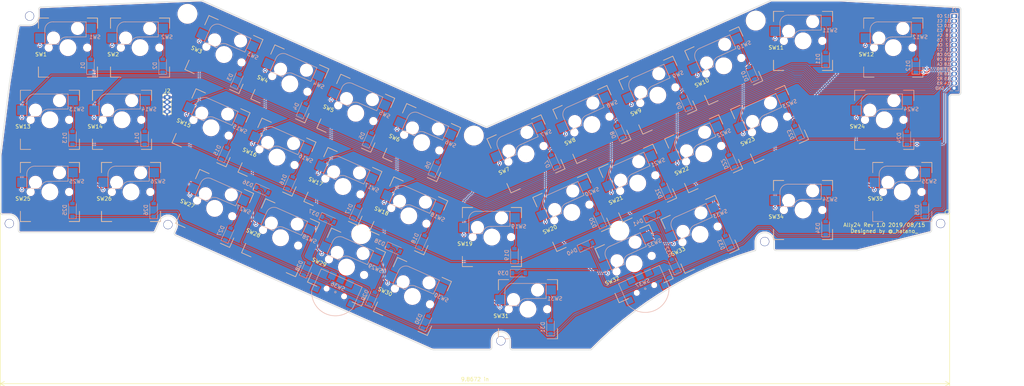
<source format=kicad_pcb>
(kicad_pcb (version 20171130) (host pcbnew "(5.1.2)-2")
  (layers (0 F.Cu signal) (31 B.Cu signal) (34 B.Paste user) (35 F.Paste user) (36 B.SilkS user) (37 F.SilkS user) (38 B.Mask user) (39 F.Mask user) (44 Edge.Cuts user))
  (net 0 "")
  (net 1 R1)
  (net 2 R2)
  (net 3 "Net-(D15-Pad2)")
  (net 4 "Net-(D16-Pad2)")
  (net 5 "Net-(D17-Pad2)")
  (net 6 "Net-(D18-Pad2)")
  (net 7 "Net-(D27-Pad2)")
  (net 8 "Net-(D28-Pad2)")
  (net 9 "Net-(D29-Pad2)")
  (net 10 "Net-(D30-Pad2)")
  (net 11 C0)
  (net 12 C1)
  (net 13 C2)
  (net 14 C3)
  (net 15 C4)
  (net 16 C5)
  (net 17 "Net-(D3-Pad2)")
  (net 18 "Net-(D4-Pad2)")
  (net 19 "Net-(D5-Pad2)")
  (net 20 "Net-(D6-Pad2)")
  (net 21 R0)
  (net 22 "Net-(D36-Pad1)")
  (net 23 "Net-(D37-Pad1)")
  (net 24 "Net-(D38-Pad1)")
  (net 25 R3)
  (net 26 "Net-(D7-Pad2)")
  (net 27 "Net-(D8-Pad2)")
  (net 28 "Net-(D9-Pad2)")
  (net 29 "Net-(D10-Pad2)")
  (net 30 "Net-(D20-Pad2)")
  (net 31 "Net-(D21-Pad2)")
  (net 32 "Net-(D22-Pad2)")
  (net 33 "Net-(D23-Pad2)")
  (net 34 C6)
  (net 35 C7)
  (net 36 C8)
  (net 37 C9)
  (net 38 C10)
  (net 39 "Net-(D32-Pad2)")
  (net 40 "Net-(D33-Pad2)")
  (net 41 "Net-(D39-Pad1)")
  (net 42 "Net-(D40-Pad1)")
  (net 43 "Net-(D41-Pad1)")
  (net 44 GND)
  (net 45 "Net-(D11-Pad2)")
  (net 46 "Net-(D12-Pad2)")
  (net 47 "Net-(D13-Pad2)")
  (net 48 "Net-(D14-Pad2)")
  (net 49 "Net-(D19-Pad2)")
  (net 50 "Net-(D24-Pad2)")
  (net 51 "Net-(D25-Pad2)")
  (net 52 "Net-(D26-Pad2)")
  (net 53 "Net-(D31-Pad2)")
  (net 54 "Net-(D1-Pad2)")
  (net 55 "Net-(D2-Pad2)")
  (net 56 "Net-(D34-Pad2)")
  (net 57 "Net-(D35-Pad2)")
  (module cscslib:D_SOD-123 (layer B.Cu) (at 83.459062 64.997387 336)
    (fp_text reference D36 (at -4.167047 0.000004 156) (layer B.SilkS) (effects (justify mirror)))
    (fp_text value D)
    (pad 1 smd rect (at -1.7 0 336) (size 0.9 1.2) (layers B.Cu B.Paste B.Mask) (net 22 "Net-(D36-Pad1)"))
    (pad 2 smd rect (at 1.7 0 336) (size 0.9 1.2) (layers B.Cu B.Paste B.Mask) (net 14 C3))
  )
  (module cscslib:HOLE_M2_TH (layer F.Cu) (at 109.563645 76.619897)
    (fp_text reference H1 hide)
    (fp_text value MountingHole hide)
    (pad "" np_thru_hole circle (at 0 0 90) (size 4.7004 4.7004) (drill 4.7004) (layers *.Cu *.Mask F.SilkS) (clearance 0.3))
  )
  (module cscslib:CPG1511_1.25u (layer F.Cu) (at 252.412302 65.484368)
    (fp_text reference SW35 (at -7.112 1.778 180) (layer F.SilkS))
    (fp_text value SW_Push hide)
    (fp_text user %R (at 7.112 -2.794) (layer B.SilkS) (effects (justify mirror)))
    (pad "" np_thru_hole circle (at -3.81 -2.54) (size 3 3) (drill 3) (layers *.Cu *.Mask))
    (pad "" np_thru_hole circle (at -5.08 0) (size 1.7018 1.7018) (drill 1.7018) (layers *.Cu *.Mask))
    (pad "" np_thru_hole circle (at 5.08 0) (size 1.7018 1.7018) (drill 1.7018) (layers *.Cu *.Mask))
    (pad "" np_thru_hole circle (at 2.54 -5.08) (size 3 3) (drill 3) (layers *.Cu *.Mask))
    (pad "" np_thru_hole circle (at 0 0) (size 3.9878 3.9878) (drill 3.9878) (layers *.Cu *.Mask))
    (pad 1 smd rect (at -7.385 -2.54) (size 2.55 2.5) (layers B.Cu B.Paste B.Mask) (net 38 C10))
    (pad 2 smd rect (at 6.115 -5.08 180) (size 2.55 2.5) (layers B.Cu B.Paste B.Mask) (net 57 "Net-(D35-Pad2)"))
  )
  (module cscslib:CPG1511_1.25u (layer F.Cu) (at 27.384366 65.484368)
    (fp_text reference SW25 (at -7.112 1.778 180) (layer F.SilkS))
    (fp_text value SW_Push hide)
    (fp_text user %R (at 7.112 -2.794) (layer B.SilkS) (effects (justify mirror)))
    (pad "" np_thru_hole circle (at -3.81 -2.54) (size 3 3) (drill 3) (layers *.Cu *.Mask))
    (pad "" np_thru_hole circle (at -5.08 0) (size 1.7018 1.7018) (drill 1.7018) (layers *.Cu *.Mask))
    (pad "" np_thru_hole circle (at 5.08 0) (size 1.7018 1.7018) (drill 1.7018) (layers *.Cu *.Mask))
    (pad "" np_thru_hole circle (at 2.54 -5.08) (size 3 3) (drill 3) (layers *.Cu *.Mask))
    (pad "" np_thru_hole circle (at 0 0) (size 3.9878 3.9878) (drill 3.9878) (layers *.Cu *.Mask))
    (pad 1 smd rect (at -7.385 -2.54) (size 2.55 2.5) (layers B.Cu B.Paste B.Mask) (net 11 C0))
    (pad 2 smd rect (at 6.115 -5.08 180) (size 2.55 2.5) (layers B.Cu B.Paste B.Mask) (net 51 "Net-(D25-Pad2)"))
  )
  (module cscslib:CPG1511_1.75u (layer F.Cu) (at 153.590511 96.440592)
    (fp_text reference SW31 (at -7.112 1.778 180) (layer F.SilkS))
    (fp_text value SW_Push hide)
    (fp_text user %R (at 7.112 -2.794) (layer B.SilkS) (effects (justify mirror)))
    (pad "" np_thru_hole circle (at -3.81 -2.54) (size 3 3) (drill 3) (layers *.Cu *.Mask))
    (pad "" np_thru_hole circle (at -5.08 0) (size 1.7018 1.7018) (drill 1.7018) (layers *.Cu *.Mask))
    (pad "" np_thru_hole circle (at 5.08 0) (size 1.7018 1.7018) (drill 1.7018) (layers *.Cu *.Mask))
    (pad "" np_thru_hole circle (at 2.54 -5.08) (size 3 3) (drill 3) (layers *.Cu *.Mask))
    (pad "" np_thru_hole circle (at 0 0) (size 3.9878 3.9878) (drill 3.9878) (layers *.Cu *.Mask))
    (pad 1 smd rect (at -7.385 -2.54) (size 2.55 2.5) (layers B.Cu B.Paste B.Mask) (net 34 C6))
    (pad 2 smd rect (at 6.115 -5.08 180) (size 2.55 2.5) (layers B.Cu B.Paste B.Mask) (net 53 "Net-(D31-Pad2)"))
  )
  (module cscslib:CPG1511_1.75u (layer F.Cu) (at 247.649806 46.434384)
    (fp_text reference SW24 (at -7.112 1.778 180) (layer F.SilkS))
    (fp_text value SW_Push hide)
    (fp_text user %R (at 7.112 -2.794) (layer B.SilkS) (effects (justify mirror)))
    (pad "" np_thru_hole circle (at -3.81 -2.54) (size 3 3) (drill 3) (layers *.Cu *.Mask))
    (pad "" np_thru_hole circle (at -5.08 0) (size 1.7018 1.7018) (drill 1.7018) (layers *.Cu *.Mask))
    (pad "" np_thru_hole circle (at 5.08 0) (size 1.7018 1.7018) (drill 1.7018) (layers *.Cu *.Mask))
    (pad "" np_thru_hole circle (at 2.54 -5.08) (size 3 3) (drill 3) (layers *.Cu *.Mask))
    (pad "" np_thru_hole circle (at 0 0) (size 3.9878 3.9878) (drill 3.9878) (layers *.Cu *.Mask))
    (pad 1 smd rect (at -7.385 -2.54) (size 2.55 2.5) (layers B.Cu B.Paste B.Mask) (net 38 C10))
    (pad 2 smd rect (at 6.115 -5.08 180) (size 2.55 2.5) (layers B.Cu B.Paste B.Mask) (net 50 "Net-(D24-Pad2)"))
  )
  (module cscslib:CPG1511_1.5u (layer F.Cu) (at 226.218573 70.246865)
    (fp_text reference SW34 (at -7.112 1.778 180) (layer F.SilkS))
    (fp_text value SW_Push hide)
    (fp_text user %R (at 7.112 -2.794 180) (layer B.SilkS) (effects (justify mirror)))
    (pad "" np_thru_hole circle (at -3.81 -2.54) (size 3 3) (drill 3) (layers *.Cu *.Mask))
    (pad "" np_thru_hole circle (at -5.08 0) (size 1.7018 1.7018) (drill 1.7018) (layers *.Cu *.Mask))
    (pad "" np_thru_hole circle (at 5.08 0) (size 1.7018 1.7018) (drill 1.7018) (layers *.Cu *.Mask))
    (pad "" np_thru_hole circle (at 2.54 -5.08) (size 3 3) (drill 3) (layers *.Cu *.Mask))
    (pad "" np_thru_hole circle (at 0 0) (size 3.9878 3.9878) (drill 3.9878) (layers *.Cu *.Mask))
    (pad 1 smd rect (at -7.385 -2.54) (size 2.55 2.5) (layers B.Cu B.Paste B.Mask) (net 37 C9))
    (pad 2 smd rect (at 6.115 -5.08 180) (size 2.55 2.5) (layers B.Cu B.Paste B.Mask) (net 56 "Net-(D34-Pad2)"))
  )
  (module cscslib:CPG1511_1.5u (layer F.Cu) (at 250.031053 27.3844)
    (fp_text reference SW12 (at -7.112 1.778 180) (layer F.SilkS))
    (fp_text value SW_Push hide)
    (fp_text user %R (at 7.112 -2.794 180) (layer B.SilkS) (effects (justify mirror)))
    (pad "" np_thru_hole circle (at -3.81 -2.54) (size 3 3) (drill 3) (layers *.Cu *.Mask))
    (pad "" np_thru_hole circle (at -5.08 0) (size 1.7018 1.7018) (drill 1.7018) (layers *.Cu *.Mask))
    (pad "" np_thru_hole circle (at 5.08 0) (size 1.7018 1.7018) (drill 1.7018) (layers *.Cu *.Mask))
    (pad "" np_thru_hole circle (at 2.54 -5.08) (size 3 3) (drill 3) (layers *.Cu *.Mask))
    (pad "" np_thru_hole circle (at 0 0) (size 3.9878 3.9878) (drill 3.9878) (layers *.Cu *.Mask))
    (pad 1 smd rect (at -7.385 -2.54) (size 2.55 2.5) (layers B.Cu B.Paste B.Mask) (net 37 C9))
    (pad 2 smd rect (at 6.115 -5.08 180) (size 2.55 2.5) (layers B.Cu B.Paste B.Mask) (net 46 "Net-(D12-Pad2)"))
  )
  (module cscslib:CPG1511_1u (layer F.Cu) (at 226.218574 25.598464)
    (fp_text reference SW11 (at -7.112 1.778 180) (layer F.SilkS))
    (fp_text value SW_Push hide)
    (fp_text user %R (at 7.112 -2.794) (layer B.SilkS) (effects (justify mirror)))
    (pad "" np_thru_hole circle (at -3.81 -2.54) (size 3 3) (drill 3) (layers *.Cu *.Mask))
    (pad "" np_thru_hole circle (at -5.08 0) (size 1.7018 1.7018) (drill 1.7018) (layers *.Cu *.Mask))
    (pad "" np_thru_hole circle (at 5.08 0) (size 1.7018 1.7018) (drill 1.7018) (layers *.Cu *.Mask))
    (pad "" np_thru_hole circle (at 2.54 -5.08) (size 3 3) (drill 3) (layers *.Cu *.Mask))
    (pad "" np_thru_hole circle (at 0 0) (size 3.9878 3.9878) (drill 3.9878) (layers *.Cu *.Mask))
    (pad 1 smd rect (at -7.385 -2.54) (size 2.55 2.5) (layers B.Cu B.Paste B.Mask) (net 38 C10))
    (pad 2 smd rect (at 6.115 -5.08 180) (size 2.55 2.5) (layers B.Cu B.Paste B.Mask) (net 45 "Net-(D11-Pad2)"))
  )
  (module cscslib:CPG1511_1u (layer F.Cu) (at 27.384366 46.434384)
    (fp_text reference SW13 (at -7.112 1.778 180) (layer F.SilkS))
    (fp_text value SW_Push hide)
    (fp_text user %R (at 7.112 -2.794) (layer B.SilkS) (effects (justify mirror)))
    (pad "" np_thru_hole circle (at -3.81 -2.54) (size 3 3) (drill 3) (layers *.Cu *.Mask))
    (pad "" np_thru_hole circle (at -5.08 0) (size 1.7018 1.7018) (drill 1.7018) (layers *.Cu *.Mask))
    (pad "" np_thru_hole circle (at 5.08 0) (size 1.7018 1.7018) (drill 1.7018) (layers *.Cu *.Mask))
    (pad "" np_thru_hole circle (at 2.54 -5.08) (size 3 3) (drill 3) (layers *.Cu *.Mask))
    (pad "" np_thru_hole circle (at 0 0) (size 3.9878 3.9878) (drill 3.9878) (layers *.Cu *.Mask))
    (pad 1 smd rect (at -7.385 -2.54) (size 2.55 2.5) (layers B.Cu B.Paste B.Mask) (net 11 C0))
    (pad 2 smd rect (at 6.115 -5.08 180) (size 2.55 2.5) (layers B.Cu B.Paste B.Mask) (net 47 "Net-(D13-Pad2)"))
  )
  (module cscslib:CPG1511_1u (layer F.Cu) (at 123.092338 93.069656 336)
    (fp_text reference SW30 (at -7.112 1.778 336) (layer F.SilkS))
    (fp_text value SW_Push hide)
    (fp_text user %R (at 7.112 -2.794 156) (layer B.SilkS) (effects (justify mirror)))
    (pad "" np_thru_hole circle (at -3.81 -2.54 336) (size 3 3) (drill 3) (layers *.Cu *.Mask))
    (pad "" np_thru_hole circle (at -5.08 0 336) (size 1.7018 1.7018) (drill 1.7018) (layers *.Cu *.Mask))
    (pad "" np_thru_hole circle (at 5.08 0 336) (size 1.7018 1.7018) (drill 1.7018) (layers *.Cu *.Mask))
    (pad "" np_thru_hole circle (at 2.54 -5.08 336) (size 3 3) (drill 3) (layers *.Cu *.Mask))
    (pad "" np_thru_hole circle (at 0 0 336) (size 3.9878 3.9878) (drill 3.9878) (layers *.Cu *.Mask))
    (pad 1 smd rect (at -7.385 -2.54 336) (size 2.55 2.5) (layers B.Cu B.Paste B.Mask) (net 16 C5))
    (pad 2 smd rect (at 6.115 -5.08 156) (size 2.55 2.5) (layers B.Cu B.Paste B.Mask) (net 10 "Net-(D30-Pad2)"))
  )
  (module cscslib:CPG1511_1u (layer F.Cu) (at 105.689469 85.321697 336)
    (fp_text reference SW29 (at -7.112 1.778 336) (layer F.SilkS))
    (fp_text value SW_Push hide)
    (fp_text user %R (at 7.112 -2.794 156) (layer B.SilkS) (effects (justify mirror)))
    (pad "" np_thru_hole circle (at -3.81 -2.54 336) (size 3 3) (drill 3) (layers *.Cu *.Mask))
    (pad "" np_thru_hole circle (at -5.08 0 336) (size 1.7018 1.7018) (drill 1.7018) (layers *.Cu *.Mask))
    (pad "" np_thru_hole circle (at 5.08 0 336) (size 1.7018 1.7018) (drill 1.7018) (layers *.Cu *.Mask))
    (pad "" np_thru_hole circle (at 2.54 -5.08 336) (size 3 3) (drill 3) (layers *.Cu *.Mask))
    (pad "" np_thru_hole circle (at 0 0 336) (size 3.9878 3.9878) (drill 3.9878) (layers *.Cu *.Mask))
    (pad 1 smd rect (at -7.385 -2.54 336) (size 2.55 2.5) (layers B.Cu B.Paste B.Mask) (net 15 C4))
    (pad 2 smd rect (at 6.115 -5.08 156) (size 2.55 2.5) (layers B.Cu B.Paste B.Mask) (net 9 "Net-(D29-Pad2)"))
  )
  (module cscslib:CPG1511_1u (layer F.Cu) (at 88.286414 77.573357 336)
    (fp_text reference SW28 (at -7.112 1.778 336) (layer F.SilkS))
    (fp_text value SW_Push hide)
    (fp_text user %R (at 7.112 -2.794 156) (layer B.SilkS) (effects (justify mirror)))
    (pad "" np_thru_hole circle (at -3.81 -2.54 336) (size 3 3) (drill 3) (layers *.Cu *.Mask))
    (pad "" np_thru_hole circle (at -5.08 0 336) (size 1.7018 1.7018) (drill 1.7018) (layers *.Cu *.Mask))
    (pad "" np_thru_hole circle (at 5.08 0 336) (size 1.7018 1.7018) (drill 1.7018) (layers *.Cu *.Mask))
    (pad "" np_thru_hole circle (at 2.54 -5.08 336) (size 3 3) (drill 3) (layers *.Cu *.Mask))
    (pad "" np_thru_hole circle (at 0 0 336) (size 3.9878 3.9878) (drill 3.9878) (layers *.Cu *.Mask))
    (pad 1 smd rect (at -7.385 -2.54 336) (size 2.55 2.5) (layers B.Cu B.Paste B.Mask) (net 14 C3))
    (pad 2 smd rect (at 6.115 -5.08 156) (size 2.55 2.5) (layers B.Cu B.Paste B.Mask) (net 8 "Net-(D28-Pad2)"))
  )
  (module cscslib:CPG1511_1u (layer F.Cu) (at 70.883359 69.825018 336)
    (fp_text reference SW27 (at -7.112 1.778 336) (layer F.SilkS))
    (fp_text value SW_Push hide)
    (fp_text user %R (at 7.112 -2.794 156) (layer B.SilkS) (effects (justify mirror)))
    (pad "" np_thru_hole circle (at -3.81 -2.54 336) (size 3 3) (drill 3) (layers *.Cu *.Mask))
    (pad "" np_thru_hole circle (at -5.08 0 336) (size 1.7018 1.7018) (drill 1.7018) (layers *.Cu *.Mask))
    (pad "" np_thru_hole circle (at 5.08 0 336) (size 1.7018 1.7018) (drill 1.7018) (layers *.Cu *.Mask))
    (pad "" np_thru_hole circle (at 2.54 -5.08 336) (size 3 3) (drill 3) (layers *.Cu *.Mask))
    (pad "" np_thru_hole circle (at 0 0 336) (size 3.9878 3.9878) (drill 3.9878) (layers *.Cu *.Mask))
    (pad 1 smd rect (at -7.385 -2.54 336) (size 2.55 2.5) (layers B.Cu B.Paste B.Mask) (net 13 C2))
    (pad 2 smd rect (at 6.115 -5.08 156) (size 2.55 2.5) (layers B.Cu B.Paste B.Mask) (net 7 "Net-(D27-Pad2)"))
  )
  (module cscslib:CPG1511_1u (layer F.Cu) (at 122.139152 71.792466 336)
    (fp_text reference SW18 (at -7.112 1.778 336) (layer F.SilkS))
    (fp_text value SW_Push hide)
    (fp_text user %R (at 7.112 -2.794 156) (layer B.SilkS) (effects (justify mirror)))
    (pad "" np_thru_hole circle (at -3.81 -2.54 336) (size 3 3) (drill 3) (layers *.Cu *.Mask))
    (pad "" np_thru_hole circle (at -5.08 0 336) (size 1.7018 1.7018) (drill 1.7018) (layers *.Cu *.Mask))
    (pad "" np_thru_hole circle (at 5.08 0 336) (size 1.7018 1.7018) (drill 1.7018) (layers *.Cu *.Mask))
    (pad "" np_thru_hole circle (at 2.54 -5.08 336) (size 3 3) (drill 3) (layers *.Cu *.Mask))
    (pad "" np_thru_hole circle (at 0 0 336) (size 3.9878 3.9878) (drill 3.9878) (layers *.Cu *.Mask))
    (pad 1 smd rect (at -7.385 -2.54 336) (size 2.55 2.5) (layers B.Cu B.Paste B.Mask) (net 16 C5))
    (pad 2 smd rect (at 6.115 -5.08 156) (size 2.55 2.5) (layers B.Cu B.Paste B.Mask) (net 6 "Net-(D18-Pad2)"))
  )
  (module cscslib:CPG1511_1u (layer F.Cu) (at 104.736283 64.044472 336)
    (fp_text reference SW17 (at -7.112 1.778 336) (layer F.SilkS))
    (fp_text value SW_Push hide)
    (fp_text user %R (at 7.112 -2.794 156) (layer B.SilkS) (effects (justify mirror)))
    (pad "" np_thru_hole circle (at -3.81 -2.54 336) (size 3 3) (drill 3) (layers *.Cu *.Mask))
    (pad "" np_thru_hole circle (at -5.08 0 336) (size 1.7018 1.7018) (drill 1.7018) (layers *.Cu *.Mask))
    (pad "" np_thru_hole circle (at 5.08 0 336) (size 1.7018 1.7018) (drill 1.7018) (layers *.Cu *.Mask))
    (pad "" np_thru_hole circle (at 2.54 -5.08 336) (size 3 3) (drill 3) (layers *.Cu *.Mask))
    (pad "" np_thru_hole circle (at 0 0 336) (size 3.9878 3.9878) (drill 3.9878) (layers *.Cu *.Mask))
    (pad 1 smd rect (at -7.385 -2.54 336) (size 2.55 2.5) (layers B.Cu B.Paste B.Mask) (net 15 C4))
    (pad 2 smd rect (at 6.115 -5.08 156) (size 2.55 2.5) (layers B.Cu B.Paste B.Mask) (net 5 "Net-(D17-Pad2)"))
  )
  (module cscslib:CPG1511_1u (layer F.Cu) (at 87.333226 56.296132 336)
    (fp_text reference SW16 (at -7.112 1.778 336) (layer F.SilkS))
    (fp_text value SW_Push hide)
    (fp_text user %R (at 7.112 -2.794 156) (layer B.SilkS) (effects (justify mirror)))
    (pad "" np_thru_hole circle (at -3.81 -2.54 336) (size 3 3) (drill 3) (layers *.Cu *.Mask))
    (pad "" np_thru_hole circle (at -5.08 0 336) (size 1.7018 1.7018) (drill 1.7018) (layers *.Cu *.Mask))
    (pad "" np_thru_hole circle (at 5.08 0 336) (size 1.7018 1.7018) (drill 1.7018) (layers *.Cu *.Mask))
    (pad "" np_thru_hole circle (at 2.54 -5.08 336) (size 3 3) (drill 3) (layers *.Cu *.Mask))
    (pad "" np_thru_hole circle (at 0 0 336) (size 3.9878 3.9878) (drill 3.9878) (layers *.Cu *.Mask))
    (pad 1 smd rect (at -7.385 -2.54 336) (size 2.55 2.5) (layers B.Cu B.Paste B.Mask) (net 14 C3))
    (pad 2 smd rect (at 6.115 -5.08 156) (size 2.55 2.5) (layers B.Cu B.Paste B.Mask) (net 4 "Net-(D16-Pad2)"))
  )
  (module cscslib:CPG1511_1u (layer F.Cu) (at 69.93017 48.547793 336)
    (fp_text reference SW15 (at -7.112 1.778 336) (layer F.SilkS))
    (fp_text value SW_Push hide)
    (fp_text user %R (at 7.112 -2.794 156) (layer B.SilkS) (effects (justify mirror)))
    (pad "" np_thru_hole circle (at -3.81 -2.54 336) (size 3 3) (drill 3) (layers *.Cu *.Mask))
    (pad "" np_thru_hole circle (at -5.08 0 336) (size 1.7018 1.7018) (drill 1.7018) (layers *.Cu *.Mask))
    (pad "" np_thru_hole circle (at 5.08 0 336) (size 1.7018 1.7018) (drill 1.7018) (layers *.Cu *.Mask))
    (pad "" np_thru_hole circle (at 2.54 -5.08 336) (size 3 3) (drill 3) (layers *.Cu *.Mask))
    (pad "" np_thru_hole circle (at 0 0 336) (size 3.9878 3.9878) (drill 3.9878) (layers *.Cu *.Mask))
    (pad 1 smd rect (at -7.385 -2.54 336) (size 2.55 2.5) (layers B.Cu B.Paste B.Mask) (net 13 C2))
    (pad 2 smd rect (at 6.115 -5.08 156) (size 2.55 2.5) (layers B.Cu B.Paste B.Mask) (net 3 "Net-(D15-Pad2)"))
  )
  (module cscslib:CPG1511_1u (layer F.Cu) (at 125.536913 52.452671 336)
    (fp_text reference SW6 (at -7.112 1.778 336) (layer F.SilkS))
    (fp_text value SW_Push hide)
    (fp_text user %R (at 7.112 -2.794 156) (layer B.SilkS) (effects (justify mirror)))
    (pad "" np_thru_hole circle (at -3.81 -2.54 336) (size 3 3) (drill 3) (layers *.Cu *.Mask))
    (pad "" np_thru_hole circle (at -5.08 0 336) (size 1.7018 1.7018) (drill 1.7018) (layers *.Cu *.Mask))
    (pad "" np_thru_hole circle (at 5.08 0 336) (size 1.7018 1.7018) (drill 1.7018) (layers *.Cu *.Mask))
    (pad "" np_thru_hole circle (at 2.54 -5.08 336) (size 3 3) (drill 3) (layers *.Cu *.Mask))
    (pad "" np_thru_hole circle (at 0 0 336) (size 3.9878 3.9878) (drill 3.9878) (layers *.Cu *.Mask))
    (pad 1 smd rect (at -7.385 -2.54 336) (size 2.55 2.5) (layers B.Cu B.Paste B.Mask) (net 16 C5))
    (pad 2 smd rect (at 6.115 -5.08 156) (size 2.55 2.5) (layers B.Cu B.Paste B.Mask) (net 20 "Net-(D6-Pad2)"))
  )
  (module cscslib:CPG1511_1u (layer F.Cu) (at 108.133858 44.704331 336)
    (fp_text reference SW5 (at -7.112 1.778 336) (layer F.SilkS))
    (fp_text value SW_Push hide)
    (fp_text user %R (at 7.112 -2.794 156) (layer B.SilkS) (effects (justify mirror)))
    (pad "" np_thru_hole circle (at -3.81 -2.54 336) (size 3 3) (drill 3) (layers *.Cu *.Mask))
    (pad "" np_thru_hole circle (at -5.08 0 336) (size 1.7018 1.7018) (drill 1.7018) (layers *.Cu *.Mask))
    (pad "" np_thru_hole circle (at 5.08 0 336) (size 1.7018 1.7018) (drill 1.7018) (layers *.Cu *.Mask))
    (pad "" np_thru_hole circle (at 2.54 -5.08 336) (size 3 3) (drill 3) (layers *.Cu *.Mask))
    (pad "" np_thru_hole circle (at 0 0 336) (size 3.9878 3.9878) (drill 3.9878) (layers *.Cu *.Mask))
    (pad 1 smd rect (at -7.385 -2.54 336) (size 2.55 2.5) (layers B.Cu B.Paste B.Mask) (net 15 C4))
    (pad 2 smd rect (at 6.115 -5.08 156) (size 2.55 2.5) (layers B.Cu B.Paste B.Mask) (net 19 "Net-(D5-Pad2)"))
  )
  (module cscslib:CPG1511_1u (layer F.Cu) (at 90.730802 36.955992 336)
    (fp_text reference SW4 (at -7.112 1.778 336) (layer F.SilkS))
    (fp_text value SW_Push hide)
    (fp_text user %R (at 7.112 -2.794 156) (layer B.SilkS) (effects (justify mirror)))
    (pad "" np_thru_hole circle (at -3.81 -2.54 336) (size 3 3) (drill 3) (layers *.Cu *.Mask))
    (pad "" np_thru_hole circle (at -5.08 0 336) (size 1.7018 1.7018) (drill 1.7018) (layers *.Cu *.Mask))
    (pad "" np_thru_hole circle (at 5.08 0 336) (size 1.7018 1.7018) (drill 1.7018) (layers *.Cu *.Mask))
    (pad "" np_thru_hole circle (at 2.54 -5.08 336) (size 3 3) (drill 3) (layers *.Cu *.Mask))
    (pad "" np_thru_hole circle (at 0 0 336) (size 3.9878 3.9878) (drill 3.9878) (layers *.Cu *.Mask))
    (pad 1 smd rect (at -7.385 -2.54 336) (size 2.55 2.5) (layers B.Cu B.Paste B.Mask) (net 14 C3))
    (pad 2 smd rect (at 6.115 -5.08 156) (size 2.55 2.5) (layers B.Cu B.Paste B.Mask) (net 18 "Net-(D4-Pad2)"))
  )
  (module cscslib:CPG1511_1u (layer F.Cu) (at 73.327746 29.207652 336)
    (fp_text reference SW3 (at -7.112 1.778 336) (layer F.SilkS))
    (fp_text value SW_Push hide)
    (fp_text user %R (at 7.112 -2.794 156) (layer B.SilkS) (effects (justify mirror)))
    (pad "" np_thru_hole circle (at -3.81 -2.54 336) (size 3 3) (drill 3) (layers *.Cu *.Mask))
    (pad "" np_thru_hole circle (at -5.08 0 336) (size 1.7018 1.7018) (drill 1.7018) (layers *.Cu *.Mask))
    (pad "" np_thru_hole circle (at 5.08 0 336) (size 1.7018 1.7018) (drill 1.7018) (layers *.Cu *.Mask))
    (pad "" np_thru_hole circle (at 2.54 -5.08 336) (size 3 3) (drill 3) (layers *.Cu *.Mask))
    (pad "" np_thru_hole circle (at 0 0 336) (size 3.9878 3.9878) (drill 3.9878) (layers *.Cu *.Mask))
    (pad 1 smd rect (at -7.385 -2.54 336) (size 2.55 2.5) (layers B.Cu B.Paste B.Mask) (net 13 C2))
    (pad 2 smd rect (at 6.115 -5.08 156) (size 2.55 2.5) (layers B.Cu B.Paste B.Mask) (net 17 "Net-(D3-Pad2)"))
  )
  (module cscslib:CPG1511_1u (layer F.Cu) (at 187.875823 39.932293 24)
    (fp_text reference SW9 (at -7.112 1.778 204) (layer F.SilkS))
    (fp_text value SW_Push hide)
    (fp_text user %R (at 7.112 -2.794 24) (layer B.SilkS) (effects (justify mirror)))
    (pad "" np_thru_hole circle (at -3.81 -2.54 24) (size 3 3) (drill 3) (layers *.Cu *.Mask))
    (pad "" np_thru_hole circle (at -5.08 0 24) (size 1.7018 1.7018) (drill 1.7018) (layers *.Cu *.Mask))
    (pad "" np_thru_hole circle (at 5.08 0 24) (size 1.7018 1.7018) (drill 1.7018) (layers *.Cu *.Mask))
    (pad "" np_thru_hole circle (at 2.54 -5.08 24) (size 3 3) (drill 3) (layers *.Cu *.Mask))
    (pad "" np_thru_hole circle (at 0 0 24) (size 3.9878 3.9878) (drill 3.9878) (layers *.Cu *.Mask))
    (pad 1 smd rect (at -7.385 -2.54 24) (size 2.55 2.5) (layers B.Cu B.Paste B.Mask) (net 36 C8))
    (pad 2 smd rect (at 6.115 -5.08 204) (size 2.55 2.5) (layers B.Cu B.Paste B.Mask) (net 28 "Net-(D9-Pad2)"))
  )
  (module cscslib:CPG1511_1u (layer F.Cu) (at 199.021851 76.675439 24)
    (fp_text reference SW33 (at -7.112 1.778 204) (layer F.SilkS))
    (fp_text value SW_Push hide)
    (fp_text user %R (at 7.112 -2.794 24) (layer B.SilkS) (effects (justify mirror)))
    (pad "" np_thru_hole circle (at -3.81 -2.54 24) (size 3 3) (drill 3) (layers *.Cu *.Mask))
    (pad "" np_thru_hole circle (at -5.08 0 24) (size 1.7018 1.7018) (drill 1.7018) (layers *.Cu *.Mask))
    (pad "" np_thru_hole circle (at 5.08 0 24) (size 1.7018 1.7018) (drill 1.7018) (layers *.Cu *.Mask))
    (pad "" np_thru_hole circle (at 2.54 -5.08 24) (size 3 3) (drill 3) (layers *.Cu *.Mask))
    (pad "" np_thru_hole circle (at 0 0 24) (size 3.9878 3.9878) (drill 3.9878) (layers *.Cu *.Mask))
    (pad 1 smd rect (at -7.385 -2.54 24) (size 2.55 2.5) (layers B.Cu B.Paste B.Mask) (net 36 C8))
    (pad 2 smd rect (at 6.115 -5.08 204) (size 2.55 2.5) (layers B.Cu B.Paste B.Mask) (net 40 "Net-(D33-Pad2)"))
  )
  (module cscslib:CPG1511_1u (layer F.Cu) (at 181.618825 84.423766 24)
    (fp_text reference SW32 (at -7.112 1.778 204) (layer F.SilkS))
    (fp_text value SW_Push hide)
    (fp_text user %R (at 7.112 -2.794 24) (layer B.SilkS) (effects (justify mirror)))
    (pad "" np_thru_hole circle (at -3.81 -2.54 24) (size 3 3) (drill 3) (layers *.Cu *.Mask))
    (pad "" np_thru_hole circle (at -5.08 0 24) (size 1.7018 1.7018) (drill 1.7018) (layers *.Cu *.Mask))
    (pad "" np_thru_hole circle (at 5.08 0 24) (size 1.7018 1.7018) (drill 1.7018) (layers *.Cu *.Mask))
    (pad "" np_thru_hole circle (at 2.54 -5.08 24) (size 3 3) (drill 3) (layers *.Cu *.Mask))
    (pad "" np_thru_hole circle (at 0 0 24) (size 3.9878 3.9878) (drill 3.9878) (layers *.Cu *.Mask))
    (pad 1 smd rect (at -7.385 -2.54 24) (size 2.55 2.5) (layers B.Cu B.Paste B.Mask) (net 35 C7))
    (pad 2 smd rect (at 6.115 -5.08 204) (size 2.55 2.5) (layers B.Cu B.Paste B.Mask) (net 39 "Net-(D32-Pad2)"))
  )
  (module cscslib:CPG1511_1u (layer F.Cu) (at 217.378051 47.649894 24)
    (fp_text reference SW23 (at -7.112 1.778 204) (layer F.SilkS))
    (fp_text value SW_Push hide)
    (fp_text user %R (at 7.112 -2.794 24) (layer B.SilkS) (effects (justify mirror)))
    (pad "" np_thru_hole circle (at -3.81 -2.54 24) (size 3 3) (drill 3) (layers *.Cu *.Mask))
    (pad "" np_thru_hole circle (at -5.08 0 24) (size 1.7018 1.7018) (drill 1.7018) (layers *.Cu *.Mask))
    (pad "" np_thru_hole circle (at 5.08 0 24) (size 1.7018 1.7018) (drill 1.7018) (layers *.Cu *.Mask))
    (pad "" np_thru_hole circle (at 2.54 -5.08 24) (size 3 3) (drill 3) (layers *.Cu *.Mask))
    (pad "" np_thru_hole circle (at 0 0 24) (size 3.9878 3.9878) (drill 3.9878) (layers *.Cu *.Mask))
    (pad 1 smd rect (at -7.385 -2.54 24) (size 2.55 2.5) (layers B.Cu B.Paste B.Mask) (net 38 C10))
    (pad 2 smd rect (at 6.115 -5.08 204) (size 2.55 2.5) (layers B.Cu B.Paste B.Mask) (net 33 "Net-(D23-Pad2)"))
  )
  (module cscslib:CPG1511_1u (layer F.Cu) (at 199.975029 55.398231 24)
    (fp_text reference SW22 (at -7.112 1.778 204) (layer F.SilkS))
    (fp_text value SW_Push hide)
    (fp_text user %R (at 7.112 -2.794 24) (layer B.SilkS) (effects (justify mirror)))
    (pad "" np_thru_hole circle (at -3.81 -2.54 24) (size 3 3) (drill 3) (layers *.Cu *.Mask))
    (pad "" np_thru_hole circle (at -5.08 0 24) (size 1.7018 1.7018) (drill 1.7018) (layers *.Cu *.Mask))
    (pad "" np_thru_hole circle (at 5.08 0 24) (size 1.7018 1.7018) (drill 1.7018) (layers *.Cu *.Mask))
    (pad "" np_thru_hole circle (at 2.54 -5.08 24) (size 3 3) (drill 3) (layers *.Cu *.Mask))
    (pad "" np_thru_hole circle (at 0 0 24) (size 3.9878 3.9878) (drill 3.9878) (layers *.Cu *.Mask))
    (pad 1 smd rect (at -7.385 -2.54 24) (size 2.55 2.5) (layers B.Cu B.Paste B.Mask) (net 37 C9))
    (pad 2 smd rect (at 6.115 -5.08 204) (size 2.55 2.5) (layers B.Cu B.Paste B.Mask) (net 32 "Net-(D22-Pad2)"))
  )
  (module cscslib:CPG1511_1u (layer F.Cu) (at 182.572003 63.146558 24)
    (fp_text reference SW21 (at -7.112 1.778 204) (layer F.SilkS))
    (fp_text value SW_Push hide)
    (fp_text user %R (at 7.112 -2.794 24) (layer B.SilkS) (effects (justify mirror)))
    (pad "" np_thru_hole circle (at -3.81 -2.54 24) (size 3 3) (drill 3) (layers *.Cu *.Mask))
    (pad "" np_thru_hole circle (at -5.08 0 24) (size 1.7018 1.7018) (drill 1.7018) (layers *.Cu *.Mask))
    (pad "" np_thru_hole circle (at 5.08 0 24) (size 1.7018 1.7018) (drill 1.7018) (layers *.Cu *.Mask))
    (pad "" np_thru_hole circle (at 2.54 -5.08 24) (size 3 3) (drill 3) (layers *.Cu *.Mask))
    (pad "" np_thru_hole circle (at 0 0 24) (size 3.9878 3.9878) (drill 3.9878) (layers *.Cu *.Mask))
    (pad 1 smd rect (at -7.385 -2.54 24) (size 2.55 2.5) (layers B.Cu B.Paste B.Mask) (net 36 C8))
    (pad 2 smd rect (at 6.115 -5.08 204) (size 2.55 2.5) (layers B.Cu B.Paste B.Mask) (net 31 "Net-(D21-Pad2)"))
  )
  (module cscslib:CPG1511_1u (layer F.Cu) (at 165.168972 70.894873 24)
    (fp_text reference SW20 (at -7.112 1.778 204) (layer F.SilkS))
    (fp_text value SW_Push hide)
    (fp_text user %R (at 7.112 -2.794 24) (layer B.SilkS) (effects (justify mirror)))
    (pad "" np_thru_hole circle (at -3.81 -2.54 24) (size 3 3) (drill 3) (layers *.Cu *.Mask))
    (pad "" np_thru_hole circle (at -5.08 0 24) (size 1.7018 1.7018) (drill 1.7018) (layers *.Cu *.Mask))
    (pad "" np_thru_hole circle (at 5.08 0 24) (size 1.7018 1.7018) (drill 1.7018) (layers *.Cu *.Mask))
    (pad "" np_thru_hole circle (at 2.54 -5.08 24) (size 3 3) (drill 3) (layers *.Cu *.Mask))
    (pad "" np_thru_hole circle (at 0 0 24) (size 3.9878 3.9878) (drill 3.9878) (layers *.Cu *.Mask))
    (pad 1 smd rect (at -7.385 -2.54 24) (size 2.55 2.5) (layers B.Cu B.Paste B.Mask) (net 35 C7))
    (pad 2 smd rect (at 6.115 -5.08 204) (size 2.55 2.5) (layers B.Cu B.Paste B.Mask) (net 30 "Net-(D20-Pad2)"))
  )
  (module cscslib:CPG1511_1u (layer F.Cu) (at 205.278879 32.183954 24)
    (fp_text reference SW10 (at -7.112 1.778 204) (layer F.SilkS))
    (fp_text value SW_Push hide)
    (fp_text user %R (at 7.112 -2.794 24) (layer B.SilkS) (effects (justify mirror)))
    (pad "" np_thru_hole circle (at -3.81 -2.54 24) (size 3 3) (drill 3) (layers *.Cu *.Mask))
    (pad "" np_thru_hole circle (at -5.08 0 24) (size 1.7018 1.7018) (drill 1.7018) (layers *.Cu *.Mask))
    (pad "" np_thru_hole circle (at 5.08 0 24) (size 1.7018 1.7018) (drill 1.7018) (layers *.Cu *.Mask))
    (pad "" np_thru_hole circle (at 2.54 -5.08 24) (size 3 3) (drill 3) (layers *.Cu *.Mask))
    (pad "" np_thru_hole circle (at 0 0 24) (size 3.9878 3.9878) (drill 3.9878) (layers *.Cu *.Mask))
    (pad 1 smd rect (at -7.385 -2.54 24) (size 2.55 2.5) (layers B.Cu B.Paste B.Mask) (net 37 C9))
    (pad 2 smd rect (at 6.115 -5.08 204) (size 2.55 2.5) (layers B.Cu B.Paste B.Mask) (net 29 "Net-(D10-Pad2)"))
  )
  (module cscslib:CPG1511_1u (layer F.Cu) (at 170.472768 47.680633 24)
    (fp_text reference SW8 (at -7.112 1.778 204) (layer F.SilkS))
    (fp_text value SW_Push hide)
    (fp_text user %R (at 7.112 -2.794 24) (layer B.SilkS) (effects (justify mirror)))
    (pad "" np_thru_hole circle (at -3.81 -2.54 24) (size 3 3) (drill 3) (layers *.Cu *.Mask))
    (pad "" np_thru_hole circle (at -5.08 0 24) (size 1.7018 1.7018) (drill 1.7018) (layers *.Cu *.Mask))
    (pad "" np_thru_hole circle (at 5.08 0 24) (size 1.7018 1.7018) (drill 1.7018) (layers *.Cu *.Mask))
    (pad "" np_thru_hole circle (at 2.54 -5.08 24) (size 3 3) (drill 3) (layers *.Cu *.Mask))
    (pad "" np_thru_hole circle (at 0 0 24) (size 3.9878 3.9878) (drill 3.9878) (layers *.Cu *.Mask))
    (pad 1 smd rect (at -7.385 -2.54 24) (size 2.55 2.5) (layers B.Cu B.Paste B.Mask) (net 35 C7))
    (pad 2 smd rect (at 6.115 -5.08 204) (size 2.55 2.5) (layers B.Cu B.Paste B.Mask) (net 27 "Net-(D8-Pad2)"))
  )
  (module cscslib:CPG1511_1u (layer F.Cu) (at 153.069712 55.428972 24)
    (fp_text reference SW7 (at -7.112 1.778 204) (layer F.SilkS))
    (fp_text value SW_Push hide)
    (fp_text user %R (at 7.112 -2.794 24) (layer B.SilkS) (effects (justify mirror)))
    (pad "" np_thru_hole circle (at -3.81 -2.54 24) (size 3 3) (drill 3) (layers *.Cu *.Mask))
    (pad "" np_thru_hole circle (at -5.08 0 24) (size 1.7018 1.7018) (drill 1.7018) (layers *.Cu *.Mask))
    (pad "" np_thru_hole circle (at 5.08 0 24) (size 1.7018 1.7018) (drill 1.7018) (layers *.Cu *.Mask))
    (pad "" np_thru_hole circle (at 2.54 -5.08 24) (size 3 3) (drill 3) (layers *.Cu *.Mask))
    (pad "" np_thru_hole circle (at 0 0 24) (size 3.9878 3.9878) (drill 3.9878) (layers *.Cu *.Mask))
    (pad 1 smd rect (at -7.385 -2.54 24) (size 2.55 2.5) (layers B.Cu B.Paste B.Mask) (net 34 C6))
    (pad 2 smd rect (at 6.115 -5.08 204) (size 2.55 2.5) (layers B.Cu B.Paste B.Mask) (net 26 "Net-(D7-Pad2)"))
  )
  (module cscslib:CPG1511_1u (layer F.Cu) (at 144.065518 77.390608)
    (fp_text reference SW19 (at -7.112 1.778 180) (layer F.SilkS))
    (fp_text value SW_Push hide)
    (fp_text user %R (at 7.112 -2.794) (layer B.SilkS) (effects (justify mirror)))
    (pad "" np_thru_hole circle (at -3.81 -2.54) (size 3 3) (drill 3) (layers *.Cu *.Mask))
    (pad "" np_thru_hole circle (at -5.08 0) (size 1.7018 1.7018) (drill 1.7018) (layers *.Cu *.Mask))
    (pad "" np_thru_hole circle (at 5.08 0) (size 1.7018 1.7018) (drill 1.7018) (layers *.Cu *.Mask))
    (pad "" np_thru_hole circle (at 2.54 -5.08) (size 3 3) (drill 3) (layers *.Cu *.Mask))
    (pad "" np_thru_hole circle (at 0 0) (size 3.9878 3.9878) (drill 3.9878) (layers *.Cu *.Mask))
    (pad 1 smd rect (at -7.385 -2.54) (size 2.55 2.5) (layers B.Cu B.Paste B.Mask) (net 34 C6))
    (pad 2 smd rect (at 6.115 -5.08 180) (size 2.55 2.5) (layers B.Cu B.Paste B.Mask) (net 49 "Net-(D19-Pad2)"))
  )
  (module cscslib:CPG1511_1u (layer F.Cu) (at 48.815598 65.484368)
    (fp_text reference SW26 (at -7.112 1.778 180) (layer F.SilkS))
    (fp_text value SW_Push hide)
    (fp_text user %R (at 7.112 -2.794) (layer B.SilkS) (effects (justify mirror)))
    (pad "" np_thru_hole circle (at -3.81 -2.54) (size 3 3) (drill 3) (layers *.Cu *.Mask))
    (pad "" np_thru_hole circle (at -5.08 0) (size 1.7018 1.7018) (drill 1.7018) (layers *.Cu *.Mask))
    (pad "" np_thru_hole circle (at 5.08 0) (size 1.7018 1.7018) (drill 1.7018) (layers *.Cu *.Mask))
    (pad "" np_thru_hole circle (at 2.54 -5.08) (size 3 3) (drill 3) (layers *.Cu *.Mask))
    (pad "" np_thru_hole circle (at 0 0) (size 3.9878 3.9878) (drill 3.9878) (layers *.Cu *.Mask))
    (pad 1 smd rect (at -7.385 -2.54) (size 2.55 2.5) (layers B.Cu B.Paste B.Mask) (net 12 C1))
    (pad 2 smd rect (at 6.115 -5.08 180) (size 2.55 2.5) (layers B.Cu B.Paste B.Mask) (net 52 "Net-(D26-Pad2)"))
  )
  (module cscslib:CPG1511_1u (layer F.Cu) (at 46.43435 46.434384)
    (fp_text reference SW14 (at -7.112 1.778 180) (layer F.SilkS))
    (fp_text value SW_Push hide)
    (fp_text user %R (at 7.112 -2.794) (layer B.SilkS) (effects (justify mirror)))
    (pad "" np_thru_hole circle (at -3.81 -2.54) (size 3 3) (drill 3) (layers *.Cu *.Mask))
    (pad "" np_thru_hole circle (at -5.08 0) (size 1.7018 1.7018) (drill 1.7018) (layers *.Cu *.Mask))
    (pad "" np_thru_hole circle (at 5.08 0) (size 1.7018 1.7018) (drill 1.7018) (layers *.Cu *.Mask))
    (pad "" np_thru_hole circle (at 2.54 -5.08) (size 3 3) (drill 3) (layers *.Cu *.Mask))
    (pad "" np_thru_hole circle (at 0 0) (size 3.9878 3.9878) (drill 3.9878) (layers *.Cu *.Mask))
    (pad 1 smd rect (at -7.385 -2.54) (size 2.55 2.5) (layers B.Cu B.Paste B.Mask) (net 12 C1))
    (pad 2 smd rect (at 6.115 -5.08 180) (size 2.55 2.5) (layers B.Cu B.Paste B.Mask) (net 48 "Net-(D14-Pad2)"))
  )
  (module cscslib:CPG1511_1u (layer F.Cu) (at 51.196846 27.3844)
    (fp_text reference SW2 (at -7.112 1.778 180) (layer F.SilkS))
    (fp_text value SW_Push hide)
    (fp_text user %R (at 7.112 -2.794) (layer B.SilkS) (effects (justify mirror)))
    (pad "" np_thru_hole circle (at -3.81 -2.54) (size 3 3) (drill 3) (layers *.Cu *.Mask))
    (pad "" np_thru_hole circle (at -5.08 0) (size 1.7018 1.7018) (drill 1.7018) (layers *.Cu *.Mask))
    (pad "" np_thru_hole circle (at 5.08 0) (size 1.7018 1.7018) (drill 1.7018) (layers *.Cu *.Mask))
    (pad "" np_thru_hole circle (at 2.54 -5.08) (size 3 3) (drill 3) (layers *.Cu *.Mask))
    (pad "" np_thru_hole circle (at 0 0) (size 3.9878 3.9878) (drill 3.9878) (layers *.Cu *.Mask))
    (pad 1 smd rect (at -7.385 -2.54) (size 2.55 2.5) (layers B.Cu B.Paste B.Mask) (net 12 C1))
    (pad 2 smd rect (at 6.115 -5.08 180) (size 2.55 2.5) (layers B.Cu B.Paste B.Mask) (net 55 "Net-(D2-Pad2)"))
  )
  (module cscslib:CPG1511_1u (layer F.Cu) (at 32.146862 27.384398)
    (fp_text reference SW1 (at -7.112 1.778 180) (layer F.SilkS))
    (fp_text value SW_Push hide)
    (fp_text user %R (at 7.112 -2.794) (layer B.SilkS) (effects (justify mirror)))
    (pad "" np_thru_hole circle (at -3.81 -2.54) (size 3 3) (drill 3) (layers *.Cu *.Mask))
    (pad "" np_thru_hole circle (at -5.08 0) (size 1.7018 1.7018) (drill 1.7018) (layers *.Cu *.Mask))
    (pad "" np_thru_hole circle (at 5.08 0) (size 1.7018 1.7018) (drill 1.7018) (layers *.Cu *.Mask))
    (pad "" np_thru_hole circle (at 2.54 -5.08) (size 3 3) (drill 3) (layers *.Cu *.Mask))
    (pad "" np_thru_hole circle (at 0 0) (size 3.9878 3.9878) (drill 3.9878) (layers *.Cu *.Mask))
    (pad 1 smd rect (at -7.385 -2.54) (size 2.55 2.5) (layers B.Cu B.Paste B.Mask) (net 11 C0))
    (pad 2 smd rect (at 6.115 -5.08 180) (size 2.55 2.5) (layers B.Cu B.Paste B.Mask) (net 54 "Net-(D1-Pad2)"))
  )
  (module cscslib:D_SOD-123 (layer B.Cu) (at 118.265175 80.494062 336)
    (fp_text reference D38 (at -4.166983 0.000005 156) (layer B.SilkS) (effects (justify mirror)))
    (fp_text value D)
    (pad 1 smd rect (at -1.7 0 336) (size 0.9 1.2) (layers B.Cu B.Paste B.Mask) (net 24 "Net-(D38-Pad1)"))
    (pad 2 smd rect (at 1.7 0 336) (size 0.9 1.2) (layers B.Cu B.Paste B.Mask) (net 16 C5))
  )
  (module cscslib:D_SOD-123 (layer B.Cu) (at 100.862119 72.745722 336)
    (fp_text reference D37 (at -4.167014 0.000005 156) (layer B.SilkS) (effects (justify mirror)))
    (fp_text value D)
    (pad 1 smd rect (at -1.7 0 336) (size 0.9 1.2) (layers B.Cu B.Paste B.Mask) (net 23 "Net-(D37-Pad1)"))
    (pad 2 smd rect (at 1.7 0 336) (size 0.9 1.2) (layers B.Cu B.Paste B.Mask) (net 15 C4))
  )
  (module cscslib:D_SOD-123 (layer B.Cu) (at 126.593702 99.841763 66)
    (fp_text reference D30 (at 0 -2.032 66) (layer B.SilkS) (effects (justify mirror)))
    (fp_text value D)
    (pad 1 smd rect (at -1.7 0 66) (size 0.9 1.2) (layers B.Cu B.Paste B.Mask) (net 2 R2))
    (pad 2 smd rect (at 1.7 0 66) (size 0.9 1.2) (layers B.Cu B.Paste B.Mask) (net 10 "Net-(D30-Pad2)"))
  )
  (module cscslib:D_SOD-123 (layer B.Cu) (at 112.454027 93.546375 66)
    (fp_text reference D29 (at 0 -2.032 66) (layer B.SilkS) (effects (justify mirror)))
    (fp_text value D)
    (pad 1 smd rect (at -1.7 0 66) (size 0.9 1.2) (layers B.Cu B.Paste B.Mask) (net 2 R2))
    (pad 2 smd rect (at 1.7 0 66) (size 0.9 1.2) (layers B.Cu B.Paste B.Mask) (net 9 "Net-(D29-Pad2)"))
  )
  (module cscslib:D_SOD-123 (layer B.Cu) (at 95.050971 85.798035 66)
    (fp_text reference D28 (at 0 -2.032 66) (layer B.SilkS) (effects (justify mirror)))
    (fp_text value D)
    (pad 1 smd rect (at -1.7 0 66) (size 0.9 1.2) (layers B.Cu B.Paste B.Mask) (net 2 R2))
    (pad 2 smd rect (at 1.7 0 66) (size 0.9 1.2) (layers B.Cu B.Paste B.Mask) (net 8 "Net-(D28-Pad2)"))
  )
  (module cscslib:D_SOD-123 (layer B.Cu) (at 74.384623 76.596785 66)
    (fp_text reference D27 (at 0 -2.032 66) (layer B.SilkS) (effects (justify mirror)))
    (fp_text value D)
    (pad 1 smd rect (at -1.7 0 66) (size 0.9 1.2) (layers B.Cu B.Paste B.Mask) (net 2 R2))
    (pad 2 smd rect (at 1.7 0 66) (size 0.9 1.2) (layers B.Cu B.Paste B.Mask) (net 7 "Net-(D27-Pad2)"))
  )
  (module cscslib:D_SOD-123 (layer B.Cu) (at 125.640516 78.564575 66)
    (fp_text reference D18 (at 0 -2.032 66) (layer B.SilkS) (effects (justify mirror)))
    (fp_text value D)
    (pad 1 smd rect (at -1.7 0 66) (size 0.9 1.2) (layers B.Cu B.Paste B.Mask) (net 1 R1))
    (pad 2 smd rect (at 1.7 0 66) (size 0.9 1.2) (layers B.Cu B.Paste B.Mask) (net 6 "Net-(D18-Pad2)"))
  )
  (module cscslib:D_SOD-123 (layer B.Cu) (at 108.237652 70.816593 66)
    (fp_text reference D17 (at 0 -2.032 66) (layer B.SilkS) (effects (justify mirror)))
    (fp_text value D)
    (pad 1 smd rect (at -1.7 0 66) (size 0.9 1.2) (layers B.Cu B.Paste B.Mask) (net 1 R1))
    (pad 2 smd rect (at 1.7 0 66) (size 0.9 1.2) (layers B.Cu B.Paste B.Mask) (net 5 "Net-(D17-Pad2)"))
  )
  (module cscslib:D_SOD-123 (layer B.Cu) (at 90.834595 63.068252 66)
    (fp_text reference D16 (at 0 -2.032 66) (layer B.SilkS) (effects (justify mirror)))
    (fp_text value D)
    (pad 1 smd rect (at -1.7 0 66) (size 0.9 1.2) (layers B.Cu B.Paste B.Mask) (net 1 R1))
    (pad 2 smd rect (at 1.7 0 66) (size 0.9 1.2) (layers B.Cu B.Paste B.Mask) (net 4 "Net-(D16-Pad2)"))
  )
  (module cscslib:D_SOD-123 (layer B.Cu) (at 73.43154 55.319913 66)
    (fp_text reference D15 (at 0 -2.032 66) (layer B.SilkS) (effects (justify mirror)))
    (fp_text value D)
    (pad 1 smd rect (at -1.7 0 66) (size 0.9 1.2) (layers B.Cu B.Paste B.Mask) (net 1 R1))
    (pad 2 smd rect (at 1.7 0 66) (size 0.9 1.2) (layers B.Cu B.Paste B.Mask) (net 3 "Net-(D15-Pad2)"))
  )
  (module cscslib:D_SOD-123 (layer B.Cu) (at 129.038283 59.224791 66)
    (fp_text reference D6 (at 0 -2.032 66) (layer B.SilkS) (effects (justify mirror)))
    (fp_text value D)
    (pad 1 smd rect (at -1.7 0 66) (size 0.9 1.2) (layers B.Cu B.Paste B.Mask) (net 21 R0))
    (pad 2 smd rect (at 1.7 0 66) (size 0.9 1.2) (layers B.Cu B.Paste B.Mask) (net 20 "Net-(D6-Pad2)"))
  )
  (module cscslib:D_SOD-123 (layer B.Cu) (at 111.635228 51.476451 66)
    (fp_text reference D5 (at 0 -2.032 66) (layer B.SilkS) (effects (justify mirror)))
    (fp_text value D)
    (pad 1 smd rect (at -1.7 0 66) (size 0.9 1.2) (layers B.Cu B.Paste B.Mask) (net 21 R0))
    (pad 2 smd rect (at 1.7 0 66) (size 0.9 1.2) (layers B.Cu B.Paste B.Mask) (net 19 "Net-(D5-Pad2)"))
  )
  (module cscslib:D_SOD-123 (layer B.Cu) (at 94.232172 43.728112 66)
    (fp_text reference D4 (at 0 -2.032 66) (layer B.SilkS) (effects (justify mirror)))
    (fp_text value D)
    (pad 1 smd rect (at -1.7 0 66) (size 0.9 1.2) (layers B.Cu B.Paste B.Mask) (net 21 R0))
    (pad 2 smd rect (at 1.7 0 66) (size 0.9 1.2) (layers B.Cu B.Paste B.Mask) (net 18 "Net-(D4-Pad2)"))
  )
  (module cscslib:D_SOD-123 (layer B.Cu) (at 76.829116 35.979772 66)
    (fp_text reference D3 (at 0 -2.032 66) (layer B.SilkS) (effects (justify mirror)))
    (fp_text value D)
    (pad 1 smd rect (at -1.7 0 66) (size 0.9 1.2) (layers B.Cu B.Paste B.Mask) (net 21 R0))
    (pad 2 smd rect (at 1.7 0 66) (size 0.9 1.2) (layers B.Cu B.Paste B.Mask) (net 17 "Net-(D3-Pad2)"))
  )
  (module cscslib:D_SOD-123 (layer B.Cu) (at 151.209262 86.9156)
    (fp_text reference D39 (at -4.166951 0.000098) (layer B.SilkS) (effects (justify mirror)))
    (fp_text value D)
    (pad 1 smd rect (at -1.7 0) (size 0.9 1.2) (layers B.Cu B.Paste B.Mask) (net 41 "Net-(D39-Pad1)"))
    (pad 2 smd rect (at 1.7 0) (size 0.9 1.2) (layers B.Cu B.Paste B.Mask) (net 34 C6))
  )
  (module cscslib:D_SOD-123 (layer B.Cu) (at 186.445818 71.84795 24)
    (fp_text reference D41 (at -4.166943 0.000188 24) (layer B.SilkS) (effects (justify mirror)))
    (fp_text value D)
    (pad 1 smd rect (at -1.7 0 24) (size 0.9 1.2) (layers B.Cu B.Paste B.Mask) (net 43 "Net-(D41-Pad1)"))
    (pad 2 smd rect (at 1.7 0 24) (size 0.9 1.2) (layers B.Cu B.Paste B.Mask) (net 36 C8))
  )
  (module cscslib:D_SOD-123 (layer B.Cu) (at 169.042762 79.596289 24)
    (fp_text reference D40 (at -4.166976 0.000188 24) (layer B.SilkS) (effects (justify mirror)))
    (fp_text value D)
    (pad 1 smd rect (at -1.7 0 24) (size 0.9 1.2) (layers B.Cu B.Paste B.Mask) (net 42 "Net-(D40-Pad1)"))
    (pad 2 smd rect (at 1.7 0 24) (size 0.9 1.2) (layers B.Cu B.Paste B.Mask) (net 35 C7))
  )
  (module cscslib:D_SOD-123 (layer B.Cu) (at 206.396799 78.604804 114)
    (fp_text reference D33 (at 0 -2.032 114) (layer B.SilkS) (effects (justify mirror)))
    (fp_text value D)
    (pad 1 smd rect (at -1.7 0 114) (size 0.9 1.2) (layers B.Cu B.Paste B.Mask) (net 2 R2))
    (pad 2 smd rect (at 1.7 0 114) (size 0.9 1.2) (layers B.Cu B.Paste B.Mask) (net 40 "Net-(D33-Pad2)"))
  )
  (module cscslib:D_SOD-123 (layer B.Cu) (at 192.25684 84.900319 114)
    (fp_text reference D32 (at 3.928905 0.000244 114) (layer B.SilkS) (effects (justify mirror)))
    (fp_text value D)
    (pad 1 smd rect (at -1.7 0 114) (size 0.9 1.2) (layers B.Cu B.Paste B.Mask) (net 2 R2))
    (pad 2 smd rect (at 1.7 0 114) (size 0.9 1.2) (layers B.Cu B.Paste B.Mask) (net 39 "Net-(D32-Pad2)"))
  )
  (module cscslib:D_SOD-123 (layer B.Cu) (at 224.753582 49.579305 114)
    (fp_text reference D23 (at 0 -2.032 114) (layer B.SilkS) (effects (justify mirror)))
    (fp_text value D)
    (pad 1 smd rect (at -1.7 0 114) (size 0.9 1.2) (layers B.Cu B.Paste B.Mask) (net 1 R1))
    (pad 2 smd rect (at 1.7 0 114) (size 0.9 1.2) (layers B.Cu B.Paste B.Mask) (net 33 "Net-(D23-Pad2)"))
  )
  (module cscslib:D_SOD-123 (layer B.Cu) (at 207.350497 57.327658 114)
    (fp_text reference D22 (at 0 -2.032 114) (layer B.SilkS) (effects (justify mirror)))
    (fp_text value D)
    (pad 1 smd rect (at -1.7 0 114) (size 0.9 1.2) (layers B.Cu B.Paste B.Mask) (net 1 R1))
    (pad 2 smd rect (at 1.7 0 114) (size 0.9 1.2) (layers B.Cu B.Paste B.Mask) (net 32 "Net-(D22-Pad2)"))
  )
  (module cscslib:D_SOD-123 (layer B.Cu) (at 189.94744 65.075998 114)
    (fp_text reference D21 (at 0 -2.032 114) (layer B.SilkS) (effects (justify mirror)))
    (fp_text value D)
    (pad 1 smd rect (at -1.7 0 114) (size 0.9 1.2) (layers B.Cu B.Paste B.Mask) (net 1 R1))
    (pad 2 smd rect (at 1.7 0 114) (size 0.9 1.2) (layers B.Cu B.Paste B.Mask) (net 31 "Net-(D21-Pad2)"))
  )
  (module cscslib:D_SOD-123 (layer B.Cu) (at 172.544384 72.824337 114)
    (fp_text reference D20 (at 0 -2.032 114) (layer B.SilkS) (effects (justify mirror)))
    (fp_text value D)
    (pad 1 smd rect (at -1.7 0 114) (size 0.9 1.2) (layers B.Cu B.Paste B.Mask) (net 1 R1))
    (pad 2 smd rect (at 1.7 0 114) (size 0.9 1.2) (layers B.Cu B.Paste B.Mask) (net 30 "Net-(D20-Pad2)"))
  )
  (module cscslib:D_SOD-123 (layer B.Cu) (at 212.65442 34.113361 114)
    (fp_text reference D10 (at 0 -2.032 114) (layer B.SilkS) (effects (justify mirror)))
    (fp_text value D)
    (pad 1 smd rect (at -1.7 0 114) (size 0.9 1.2) (layers B.Cu B.Paste B.Mask) (net 21 R0))
    (pad 2 smd rect (at 1.7 0 114) (size 0.9 1.2) (layers B.Cu B.Paste B.Mask) (net 29 "Net-(D10-Pad2)"))
  )
  (module cscslib:D_SOD-123 (layer B.Cu) (at 195.251363 41.861701 114)
    (fp_text reference D9 (at 0 -2.032 114) (layer B.SilkS) (effects (justify mirror)))
    (fp_text value D)
    (pad 1 smd rect (at -1.7 0 114) (size 0.9 1.2) (layers B.Cu B.Paste B.Mask) (net 21 R0))
    (pad 2 smd rect (at 1.7 0 114) (size 0.9 1.2) (layers B.Cu B.Paste B.Mask) (net 28 "Net-(D9-Pad2)"))
  )
  (module cscslib:D_SOD-123 (layer B.Cu) (at 177.848308 49.61004 114)
    (fp_text reference D8 (at 0 -2.032 114) (layer B.SilkS) (effects (justify mirror)))
    (fp_text value D)
    (pad 1 smd rect (at -1.7 0 114) (size 0.9 1.2) (layers B.Cu B.Paste B.Mask) (net 21 R0))
    (pad 2 smd rect (at 1.7 0 114) (size 0.9 1.2) (layers B.Cu B.Paste B.Mask) (net 27 "Net-(D8-Pad2)"))
  )
  (module cscslib:D_SOD-123 (layer B.Cu) (at 160.445252 57.35838 114)
    (fp_text reference D7 (at 0 -2.032 114) (layer B.SilkS) (effects (justify mirror)))
    (fp_text value D)
    (pad 1 smd rect (at -1.7 0 114) (size 0.9 1.2) (layers B.Cu B.Paste B.Mask) (net 21 R0))
    (pad 2 smd rect (at 1.7 0 114) (size 0.9 1.2) (layers B.Cu B.Paste B.Mask) (net 26 "Net-(D7-Pad2)"))
  )
  (module cscslib:D_SOD-123 (layer B.Cu) (at 258.365422 70.246864 90)
    (fp_text reference D35 (at 0 -2.032 90) (layer B.SilkS) (effects (justify mirror)))
    (fp_text value D)
    (pad 1 smd rect (at -1.7 0 90) (size 0.9 1.2) (layers B.Cu B.Paste B.Mask) (net 2 R2))
    (pad 2 smd rect (at 1.7 0 90) (size 0.9 1.2) (layers B.Cu B.Paste B.Mask) (net 57 "Net-(D35-Pad2)"))
  )
  (module cscslib:D_SOD-123 (layer B.Cu) (at 232.171694 75.009361 90)
    (fp_text reference D34 (at 0 -2.032 90) (layer B.SilkS) (effects (justify mirror)))
    (fp_text value D)
    (pad 1 smd rect (at -1.7 0 90) (size 0.9 1.2) (layers B.Cu B.Paste B.Mask) (net 2 R2))
    (pad 2 smd rect (at 1.7 0 90) (size 0.9 1.2) (layers B.Cu B.Paste B.Mask) (net 56 "Net-(D34-Pad2)"))
  )
  (module cscslib:D_SOD-123 (layer B.Cu) (at 159.54363 101.203088 90)
    (fp_text reference D31 (at 0 -2.032 90) (layer B.SilkS) (effects (justify mirror)))
    (fp_text value D)
    (pad 1 smd rect (at -1.7 0 90) (size 0.9 1.2) (layers B.Cu B.Paste B.Mask) (net 2 R2))
    (pad 2 smd rect (at 1.7 0 90) (size 0.9 1.2) (layers B.Cu B.Paste B.Mask) (net 53 "Net-(D31-Pad2)"))
  )
  (module cscslib:D_SOD-123 (layer B.Cu) (at 54.768718 70.246863 90)
    (fp_text reference D26 (at 0 -2.032 90) (layer B.SilkS) (effects (justify mirror)))
    (fp_text value D)
    (pad 1 smd rect (at -1.7 0 90) (size 0.9 1.2) (layers B.Cu B.Paste B.Mask) (net 2 R2))
    (pad 2 smd rect (at 1.7 0 90) (size 0.9 1.2) (layers B.Cu B.Paste B.Mask) (net 52 "Net-(D26-Pad2)"))
  )
  (module cscslib:D_SOD-123 (layer B.Cu) (at 33.337486 70.246864 90)
    (fp_text reference D25 (at 0 -2.032 90) (layer B.SilkS) (effects (justify mirror)))
    (fp_text value D)
    (pad 1 smd rect (at -1.7 0 90) (size 0.9 1.2) (layers B.Cu B.Paste B.Mask) (net 2 R2))
    (pad 2 smd rect (at 1.7 0 90) (size 0.9 1.2) (layers B.Cu B.Paste B.Mask) (net 51 "Net-(D25-Pad2)"))
  )
  (module cscslib:D_SOD-123 (layer B.Cu) (at 253.602924 51.196881 90)
    (fp_text reference D24 (at 0 -2.032 90) (layer B.SilkS) (effects (justify mirror)))
    (fp_text value D)
    (pad 1 smd rect (at -1.7 0 90) (size 0.9 1.2) (layers B.Cu B.Paste B.Mask) (net 25 R3))
    (pad 2 smd rect (at 1.7 0 90) (size 0.9 1.2) (layers B.Cu B.Paste B.Mask) (net 50 "Net-(D24-Pad2)"))
  )
  (module cscslib:D_SOD-123 (layer B.Cu) (at 150.018639 82.153104 90)
    (fp_text reference D19 (at 0 -2.032 90) (layer B.SilkS) (effects (justify mirror)))
    (fp_text value D)
    (pad 1 smd rect (at -1.7 0 90) (size 0.9 1.2) (layers B.Cu B.Paste B.Mask) (net 1 R1))
    (pad 2 smd rect (at 1.7 0 90) (size 0.9 1.2) (layers B.Cu B.Paste B.Mask) (net 49 "Net-(D19-Pad2)"))
  )
  (module cscslib:D_SOD-123 (layer B.Cu) (at 52.387471 51.197127 90)
    (fp_text reference D14 (at 0 -2.032 90) (layer B.SilkS) (effects (justify mirror)))
    (fp_text value D)
    (pad 1 smd rect (at -1.7 0 90) (size 0.9 1.2) (layers B.Cu B.Paste B.Mask) (net 1 R1))
    (pad 2 smd rect (at 1.7 0 90) (size 0.9 1.2) (layers B.Cu B.Paste B.Mask) (net 48 "Net-(D14-Pad2)"))
  )
  (module cscslib:D_SOD-123 (layer B.Cu) (at 33.337486 51.196879 90)
    (fp_text reference D13 (at 0 -2.032 90) (layer B.SilkS) (effects (justify mirror)))
    (fp_text value D)
    (pad 1 smd rect (at -1.7 0 90) (size 0.9 1.2) (layers B.Cu B.Paste B.Mask) (net 1 R1))
    (pad 2 smd rect (at 1.7 0 90) (size 0.9 1.2) (layers B.Cu B.Paste B.Mask) (net 47 "Net-(D13-Pad2)"))
  )
  (module cscslib:D_SOD-123 (layer B.Cu) (at 255.984174 32.146896 90)
    (fp_text reference D12 (at 0 -2.032 90) (layer B.SilkS) (effects (justify mirror)))
    (fp_text value D)
    (pad 1 smd rect (at -1.7 0 90) (size 0.9 1.2) (layers B.Cu B.Paste B.Mask) (net 25 R3))
    (pad 2 smd rect (at 1.7 0 90) (size 0.9 1.2) (layers B.Cu B.Paste B.Mask) (net 46 "Net-(D12-Pad2)"))
  )
  (module cscslib:D_SOD-123 (layer B.Cu) (at 232.171695 30.36096 90)
    (fp_text reference D11 (at 0 -2.032 90) (layer B.SilkS) (effects (justify mirror)))
    (fp_text value D)
    (pad 1 smd rect (at -1.7 0 90) (size 0.9 1.2) (layers B.Cu B.Paste B.Mask) (net 21 R0))
    (pad 2 smd rect (at 1.7 0 90) (size 0.9 1.2) (layers B.Cu B.Paste B.Mask) (net 45 "Net-(D11-Pad2)"))
  )
  (module cscslib:D_SOD-123 (layer B.Cu) (at 57.150149 32.147112 90)
    (fp_text reference D2 (at 0 -2.032 90) (layer B.SilkS) (effects (justify mirror)))
    (fp_text value D)
    (pad 1 smd rect (at -1.7 0 90) (size 0.9 1.2) (layers B.Cu B.Paste B.Mask) (net 21 R0))
    (pad 2 smd rect (at 1.7 0 90) (size 0.9 1.2) (layers B.Cu B.Paste B.Mask) (net 55 "Net-(D2-Pad2)"))
  )
  (module cscslib:D_SOD-123 (layer B.Cu) (at 38.100134 32.147112 90)
    (fp_text reference D1 (at 0 -2.032 90) (layer B.SilkS) (effects (justify mirror)))
    (fp_text value D)
    (pad 1 smd rect (at -1.7 0 90) (size 0.9 1.2) (layers B.Cu B.Paste B.Mask) (net 21 R0))
    (pad 2 smd rect (at 1.7 0 90) (size 0.9 1.2) (layers B.Cu B.Paste B.Mask) (net 54 "Net-(D1-Pad2)"))
  )
  (module cscslib:HOLE_M2_TH (layer F.Cu) (at 139.303022 50.601568)
    (fp_text reference H5 hide)
    (fp_text value MountingHole hide)
    (pad "" np_thru_hole circle (at 0 0 90) (size 4.7004 4.7004) (drill 4.7004) (layers *.Cu *.Mask F.SilkS) (clearance 0.3))
  )
  (module cscslib:HOLE_M2_TH (layer F.Cu) (at 63.698398 18.454719)
    (fp_text reference H4 hide)
    (fp_text value MountingHole hide)
    (pad "" np_thru_hole circle (at 0 0 90) (size 4.7004 4.7004) (drill 4.7004) (layers *.Cu *.Mask F.SilkS) (clearance 0.3))
  )
  (module cscslib:HOLE_M2_TH (layer F.Cu) (at 213.717021 20.240654)
    (fp_text reference H6 hide)
    (fp_text value MountingHole hide)
    (pad "" np_thru_hole circle (at 0 0 90) (size 4.7004 4.7004) (drill 4.7004) (layers *.Cu *.Mask F.SilkS) (clearance 0.3))
  )
  (module cscslib:HOLE_M2_TH (layer F.Cu) (at 177.744367 75.722292)
    (fp_text reference H2 hide)
    (fp_text value MountingHole hide)
    (pad "" np_thru_hole circle (at 0 0 90) (size 4.7004 4.7004) (drill 4.7004) (layers *.Cu *.Mask F.SilkS) (clearance 0.3))
  )
  (module cscslib:THMU27 (layer B.Cu) (at 102.792676 91.827757 336)
    (fp_text reference SW36 (at 0 -1.524 156) (layer B.SilkS) (effects (justify mirror)))
    (fp_text value TMHU27)
    (pad "" np_thru_hole circle (at 2.55 0.2 336) (size 1.1 1.1) (drill 1.1) (layers *.Cu *.Mask))
    (pad "" np_thru_hole circle (at -2.5 0.2 336) (size 1.1 1.1) (drill 1.1) (layers *.Cu *.Mask))
    (pad 2 smd rect (at 2.5 -3.55 336) (size 1.9 2.1) (layers B.Cu B.Paste B.Mask) (net 24 "Net-(D38-Pad1)"))
    (pad T smd rect (at 0 -3.55 336) (size 1.9 2.1) (layers B.Cu B.Paste B.Mask) (net 23 "Net-(D37-Pad1)"))
    (pad 1 smd trapezoid (at -2.5 -3.55 336) (size 1.9 2.1) (layers B.Cu B.Paste B.Mask) (net 22 "Net-(D36-Pad1)"))
    (pad C smd rect (at 5.2 1.3 336) (size 2 1.7) (layers B.Cu B.Paste B.Mask) (net 25 R3))
    (pad E smd rect (at -5.2 1.3 336) (size 2 1.7) (layers B.Cu B.Paste B.Mask))
  )
  (module cscslib:THMU27 (layer B.Cu) (at 184.515295 90.929971 24)
    (fp_text reference SW37 (at 0 -1.524 204) (layer B.SilkS) (effects (justify mirror)))
    (fp_text value TMHU27)
    (pad "" np_thru_hole circle (at 2.55 0.2 24) (size 1.1 1.1) (drill 1.1) (layers *.Cu *.Mask))
    (pad "" np_thru_hole circle (at -2.5 0.2 24) (size 1.1 1.1) (drill 1.1) (layers *.Cu *.Mask))
    (pad 2 smd rect (at 2.5 -3.55 24) (size 1.9 2.1) (layers B.Cu B.Paste B.Mask) (net 43 "Net-(D41-Pad1)"))
    (pad T smd rect (at 0 -3.55 24) (size 1.9 2.1) (layers B.Cu B.Paste B.Mask) (net 42 "Net-(D40-Pad1)"))
    (pad 1 smd trapezoid (at -2.5 -3.55 24) (size 1.9 2.1) (layers B.Cu B.Paste B.Mask) (net 41 "Net-(D39-Pad1)"))
    (pad C smd rect (at 5.2 1.3 24) (size 2 1.7) (layers B.Cu B.Paste B.Mask) (net 25 R3))
    (pad E smd rect (at -5.2 1.3 24) (size 2 1.7) (layers B.Cu B.Paste B.Mask))
  )
  (module cscslib:HOLE_M2 (layer F.Cu) (at 16.66875 73.818736)
    (fp_text reference H12 hide)
    (fp_text value MountingHole hide)
    (pad "" thru_hole circle (at 0 0) (size 2.4 2.4) (drill 2.2) (layers *.Cu *.Mask) (clearance 0.8))
  )
  (module cscslib:HOLE_M2 (layer F.Cu) (at 58.549802 74.108258)
    (fp_text reference H11 hide)
    (fp_text value MountingHole hide)
    (pad "" thru_hole circle (at 0 0) (size 2.4 2.4) (drill 2.2) (layers *.Cu *.Mask) (clearance 0.8))
  )
  (module cscslib:HOLE_M2 (layer F.Cu) (at 146.446998 104.775088)
    (fp_text reference H10 hide)
    (fp_text value MountingHole hide)
    (pad "" thru_hole circle (at 0 0) (size 2.4 2.4) (drill 2.2) (layers *.Cu *.Mask) (clearance 0.8))
  )
  (module cscslib:HOLE_M2 (layer F.Cu) (at 216.098271 78.581232)
    (fp_text reference H9 hide)
    (fp_text value MountingHole hide)
    (pad "" thru_hole circle (at 0 0) (size 2.4 2.4) (drill 2.2) (layers *.Cu *.Mask) (clearance 0.8))
  )
  (module cscslib:HOLE_M2 (layer F.Cu) (at 262.532606 73.818736)
    (fp_text reference H8 hide)
    (fp_text value MountingHole hide)
    (pad "" thru_hole circle (at 0 0) (size 2.4 2.4) (drill 2.2) (layers *.Cu *.Mask) (clearance 0.8))
  )
  (module cscslib:HOLE_M2 (layer F.Cu) (at 22.026581 19.050032)
    (fp_text reference H3 hide)
    (fp_text value MountingHole hide)
    (pad "" thru_hole circle (at 0 0) (size 2.4 2.4) (drill 2.2) (layers *.Cu *.Mask) (clearance 0.8))
  )
  (module cscslib:PinHeader_1x16_P1.27mm_Conthrough (layer B.Cu) (at 266.104478 19.050032 180)
    (fp_text reference J1 (at 0 1.695) (layer B.SilkS) (effects (justify mirror)))
    (fp_text value Conn_01x16)
    (pad 1 thru_hole rect (at 0 0 180) (size 1.6 1) (drill 0.8) (layers *.Cu *.Mask) (net 11 C0))
    (pad 2 thru_hole oval (at 0 -1.27 180) (size 1.6 1) (drill 0.8) (layers *.Cu *.Mask) (net 12 C1))
    (pad 3 thru_hole oval (at 0 -2.54 180) (size 1.6 1) (drill 0.8) (layers *.Cu *.Mask) (net 13 C2))
    (pad 4 thru_hole oval (at 0 -3.81 180) (size 1.6 1) (drill 0.8) (layers *.Cu *.Mask) (net 14 C3))
    (pad 5 thru_hole oval (at 0 -5.08 180) (size 1.6 1) (drill 0.8) (layers *.Cu *.Mask) (net 15 C4))
    (pad 6 thru_hole oval (at 0 -6.35 180) (size 1.6 1) (drill 0.8) (layers *.Cu *.Mask) (net 16 C5))
    (pad 7 thru_hole oval (at 0 -7.62 180) (size 1.6 1) (drill 0.8) (layers *.Cu *.Mask) (net 34 C6))
    (pad 8 thru_hole oval (at 0 -8.89 180) (size 1.6 1) (drill 0.8) (layers *.Cu *.Mask) (net 35 C7))
    (pad 9 thru_hole oval (at 0 -10.16 180) (size 1.6 1) (drill 0.8) (layers *.Cu *.Mask) (net 36 C8))
    (pad 10 thru_hole oval (at 0 -11.43 180) (size 1.6 1) (drill 0.8) (layers *.Cu *.Mask) (net 37 C9))
    (pad 11 thru_hole oval (at 0 -12.7 180) (size 1.6 1) (drill 0.8) (layers *.Cu *.Mask) (net 38 C10))
    (pad 12 thru_hole oval (at 0 -13.97 180) (size 1.6 1) (drill 0.8) (layers *.Cu *.Mask) (net 21 R0))
    (pad 13 thru_hole oval (at 0 -15.24 180) (size 1.6 1) (drill 0.8) (layers *.Cu *.Mask) (net 1 R1))
    (pad 14 thru_hole oval (at 0 -16.51 180) (size 1.6 1) (drill 0.8) (layers *.Cu *.Mask) (net 2 R2))
    (pad 15 thru_hole oval (at 0 -17.78 180) (size 1.6 1) (drill 0.8) (layers *.Cu *.Mask) (net 25 R3))
    (pad 16 thru_hole oval (at 0 -19.05 180) (size 1.6 1) (drill 0.8) (layers *.Cu *.Mask) (net 44 GND))
  )
  (module cscslib:PinHeader_1x04_P1.27mm_Conthrough (layer F.Cu) (at 58.34059 40.481264)
    (fp_text reference J2 (at 0 -1.695) (layer F.SilkS))
    (fp_text value Conn_01x04)
    (pad 1 thru_hole rect (at 0 0) (size 1.6 1) (drill 0.8) (layers *.Cu *.Mask) (net 44 GND))
    (pad 2 thru_hole oval (at 0 1.27) (size 1.6 1) (drill 0.8) (layers *.Cu *.Mask) (net 44 GND))
    (pad 3 thru_hole oval (at 0 2.54) (size 1.6 1) (drill 0.8) (layers *.Cu *.Mask) (net 44 GND))
    (pad 4 thru_hole oval (at 0 3.81) (size 1.6 1) (drill 0.8) (layers *.Cu *.Mask) (net 44 GND))
  )
  (gr_arc (start 267.295537 17.264077) (end 267.89085 17.264077) (angle -90) (layer Edge.Cuts) (width 0.15))
  (gr_arc (start 265.509598 40.481284) (end 265.509598 39.885971) (angle -90) (layer Edge.Cuts) (width 0.15))
  (gr_arc (start 267.295537 39.290658) (end 267.295537 39.885971) (angle -90) (layer Edge.Cuts) (width 0.15))
  (gr_line (start 264.318542 71.437489) (end 262.532606 71.437488) (layer Edge.Cuts) (width 0.15))
  (gr_arc (start 54.619897 75.616807) (end 54.768796 76.200064) (angle -51.67896311) (layer Edge.Cuts) (width 0.15))
  (gr_line (start 56.37442 73.139715) (end 55.169818 75.861647) (layer Edge.Cuts) (width 0.15))
  (gr_arc (start 60.784758 76.406627) (end 60.240913 76.164491) (angle -90) (layer Edge.Cuts) (width 0.15))
  (gr_line (start 60.725184 75.0768) (end 60.240913 76.164491) (layer Edge.Cuts) (width 0.15))
  (gr_arc (start 58.549802 74.108258) (end 60.725184 75.0768) (angle -180) (layer Edge.Cuts) (width 0.15))
  (gr_line (start 169.664205 107.15634) (end 170.288141 107.15634) (layer Edge.Cuts) (width 0.15))
  (gr_arc (start 242.292392 177.389993) (end 213.717023 80.949201) (angle -29.20865307) (layer Edge.Cuts) (width 0.15))
  (dimension 250.626773 (width 0.15) (layer F.SilkS) (gr_text "250.627 mm" (at 139.600898 117.386035) (layer F.SilkS) (effects (font (size 1 1) (thickness 0.15)))) (feature1 (pts (xy 264.914285 68.460995) (xy 264.914285 116.672456))) (feature2 (pts (xy 14.287512 68.460995) (xy 14.287512 116.672456))) (crossbar (pts (xy 14.287512 116.086035) (xy 264.914285 116.086035))) (arrow1a (pts (xy 264.914285 116.086035) (xy 263.787781 116.672456))) (arrow1b (pts (xy 264.914285 116.086035) (xy 263.787781 115.499614))) (arrow2a (pts (xy 14.287512 116.086035) (xy 15.414016 116.672456))) (arrow2b (pts (xy 14.287512 116.086035) (xy 15.414016 115.499614))))
  (gr_line (start 213.717367 80.367256) (end 213.717023 80.949201) (layer Edge.Cuts) (width 0.15))
  (gr_line (start 240.506452 80.962569) (end 219.075184 80.962568) (layer Edge.Cuts) (width 0.15))
  (gr_line (start 259.556468 76.200064) (end 240.506452 80.962569) (layer Edge.Cuts) (width 0.15))
  (gr_arc (start 259.556468 75.604751) (end 259.556468 76.200064) (angle -90.00760875) (layer Edge.Cuts) (width 0.15))
  (gr_arc (start 262.533033 73.818812) (end 262.533033 71.43756) (angle -90) (layer Edge.Cuts) (width 0.15))
  (gr_arc (start 219.075184 80.367255) (end 218.479871 80.367255) (angle -90) (layer Edge.Cuts) (width 0.15))
  (gr_line (start 213.717367 78.581316) (end 213.717367 80.367256) (layer Edge.Cuts) (width 0.15))
  (gr_line (start 218.479871 78.581316) (end 218.479871 80.367255) (layer Edge.Cuts) (width 0.15))
  (gr_arc (start 216.098619 78.581316) (end 218.479871 78.581316) (angle -180) (layer Edge.Cuts) (width 0.15))
  (gr_arc (start 264.318542 70.842175) (end 264.318542 71.437489) (angle -90) (layer Edge.Cuts) (width 0.15))
  (gr_arc (start 264.318542 70.842175) (end 264.913854 70.842176) (angle 0) (layer F.SilkS) (width 0.15))
  (gr_line (start 260.151358 73.818735) (end 260.151358 75.604672) (layer Edge.Cuts) (width 0.15))
  (gr_line (start 264.914285 40.481284) (end 264.913854 70.842176) (layer Edge.Cuts) (width 0.15))
  (gr_line (start 267.295537 39.885971) (end 265.509598 39.885951) (layer Edge.Cuts) (width 0.15))
  (gr_line (start 267.89085 17.264077) (end 267.89085 39.290658) (layer Edge.Cuts) (width 0.15))
  (gr_line (start 19.049999 73.818737) (end 19.049997 75.604672) (layer Edge.Cuts) (width 0.15))
  (gr_line (start 14.882814 71.437488) (end 16.668751 71.437488) (layer Edge.Cuts) (width 0.15))
  (gr_arc (start 14.882814 70.842176) (end 14.287503 70.842175) (angle -90) (layer Edge.Cuts) (width 0.15))
  (gr_arc (start 19.64531 75.604672) (end 19.049997 75.604672) (angle -90) (layer Edge.Cuts) (width 0.15))
  (gr_arc (start 19.645326 22.026592) (end 19.645326 21.431282) (angle -90) (layer Edge.Cuts) (width 0.15))
  (gr_arc (start 25.003144 17.264077) (end 25.003144 16.668766) (angle -90) (layer Edge.Cuts) (width 0.15))
  (gr_line (start 22.026577 21.431279) (end 19.645329 21.43128) (layer Edge.Cuts) (width 0.15))
  (gr_line (start 24.407828 19.050033) (end 24.407828 17.264096) (layer Edge.Cuts) (width 0.15))
  (gr_arc (start 22.026581 19.050032) (end 22.026583 21.431279) (angle -90) (layer Edge.Cuts) (width 0.15))
  (gr_arc (start 16.66875 73.818736) (end 19.049999 73.818737) (angle -90) (layer Edge.Cuts) (width 0.15))
  (gr_line (start 148.82825 104.77496) (end 148.828251 106.560896) (layer Edge.Cuts) (width 0.15))
  (gr_line (start 144.065746 104.775088) (end 144.065746 106.561024) (layer Edge.Cuts) (width 0.15))
  (gr_arc (start 143.470434 106.561023) (end 143.470433 107.156335) (angle -90) (layer Edge.Cuts) (width 0.15))
  (gr_arc (start 149.423562 106.561027) (end 148.82825 106.561027) (angle -90) (layer Edge.Cuts) (width 0.15))
  (gr_arc (start 146.446994 104.775088) (end 148.828242 104.775088) (angle -180) (layer Edge.Cuts) (width 0.15))
  (gr_line (start 142.40358 48.232265) (end 142.728598 48.303203) (layer Edge.Cuts) (width 0.15))
  (gr_line (start 217.884206 14.882847) (end 217.77915 14.888546) (layer Edge.Cuts) (width 0.15))
  (gr_line (start 68.984564 15.544014) (end 68.440718 15.301877) (layer Edge.Cuts) (width 0.15))
  (gr_line (start 68.440718 15.301877) (end 67.896874 15.059742) (layer Edge.Cuts) (width 0.15))
  (gr_line (start 67.896874 15.059742) (end 67.270269 14.882847) (layer Edge.Cuts) (width 0.15))
  (gr_line (start 25.003146 16.668764) (end 67.270269 14.882847) (layer Edge.Cuts) (width 0.15))
  (gr_line (start 16.66875 36.909392) (end 19.050016 22.026592) (layer Edge.Cuts) (width 0.15))
  (gr_line (start 14.287502 55.959378) (end 16.66875 36.909392) (layer Edge.Cuts) (width 0.15))
  (gr_line (start 14.287503 70.842175) (end 14.287502 55.959378) (layer Edge.Cuts) (width 0.15))
  (gr_line (start 19.64531 76.199985) (end 54.768796 76.200064) (layer Edge.Cuts) (width 0.15))
  (gr_line (start 129.182718 107.156208) (end 128.587406 107.156208) (layer Edge.Cuts) (width 0.15))
  (gr_line (start 143.470433 107.156335) (end 129.182718 107.156208) (layer Edge.Cuts) (width 0.15))
  (gr_line (start 217.235305 15.13068) (end 217.77915 14.888546) (layer Edge.Cuts) (width 0.15))
  (gr_line (start 143.81629 47.818931) (end 217.235305 15.13068) (layer Edge.Cuts) (width 0.15))
  (gr_line (start 143.272443 48.061068) (end 143.81629 47.818931) (layer Edge.Cuts) (width 0.15))
  (gr_line (start 142.728598 48.303203) (end 143.272443 48.061068) (layer Edge.Cuts) (width 0.15))
  (gr_line (start 235.743566 14.882848) (end 267.295537 16.668763) (layer Edge.Cuts) (width 0.15))
  (gr_line (start 217.884206 14.882847) (end 235.743566 14.882848) (layer Edge.Cuts) (width 0.15))
  (gr_line (start 149.423563 107.15634) (end 169.664205 107.156209) (layer Edge.Cuts) (width 0.15))
  (gr_line (start 141.859736 47.99013) (end 142.40358 48.232265) (layer Edge.Cuts) (width 0.15))
  (gr_line (start 141.315891 47.747995) (end 141.859736 47.99013) (layer Edge.Cuts) (width 0.15))
  (gr_line (start 140.772047 47.50586) (end 141.315891 47.747995) (layer Edge.Cuts) (width 0.15))
  (gr_line (start 140.228202 47.263724) (end 140.772047 47.50586) (layer Edge.Cuts) (width 0.15))
  (gr_line (start 139.684358 47.021589) (end 140.228202 47.263724) (layer Edge.Cuts) (width 0.15))
  (gr_line (start 139.140513 46.779454) (end 139.684358 47.021589) (layer Edge.Cuts) (width 0.15))
  (gr_line (start 138.596668 46.537319) (end 139.140513 46.779454) (layer Edge.Cuts) (width 0.15))
  (gr_line (start 138.596668 46.537319) (end 68.984564 15.544014) (layer Edge.Cuts) (width 0.15))
  (gr_line (start 127.979262 106.975156) (end 128.587406 107.156208) (layer Edge.Cuts) (width 0.15))
  (gr_line (start 127.435418 106.733021) (end 127.979262 106.975156) (layer Edge.Cuts) (width 0.15))
  (gr_line (start 127.435418 106.733021) (end 60.542623 76.950472) (layer Edge.Cuts) (width 0.15))
  (gr_text 2 (at 264.199477 26.670032) (layer B.SilkS) (effects (font (size 0.75 0.75)) (justify mirror)))
  (gr_text 1 (at 264.199478 27.940032) (layer B.SilkS) (effects (font (size 0.75 0.75)) (justify mirror)))
  (gr_text GND (at 262.294478 38.100032) (layer B.SilkS) (effects (font (size 0.75 0.75)) (justify mirror)))
  (gr_text C8 (at 262.294478 29.210031) (layer B.SilkS) (effects (font (size 0.75 0.75)) (justify mirror)))
  (gr_text C5 (at 262.294478 25.400283) (layer B.SilkS) (effects (font (size 0.75 0.75)) (justify mirror)))
  (gr_text C2 (at 262.294478 21.590032) (layer B.SilkS) (effects (font (size 0.75 0.75)) (justify mirror)))
  (gr_text C4 (at 262.294478 24.130031) (layer B.SilkS) (effects (font (size 0.75 0.75)) (justify mirror)))
  (gr_text C7 (at 262.294478 27.940032) (layer B.SilkS) (effects (font (size 0.75 0.75)) (justify mirror)))
  (gr_text C3 (at 262.294478 22.860032) (layer B.SilkS) (effects (font (size 0.75 0.75)) (justify mirror)))
  (gr_text C9 (at 262.294478 30.480032) (layer B.SilkS) (effects (font (size 0.75 0.75)) (justify mirror)))
  (gr_text C6 (at 262.294478 26.670284) (layer B.SilkS) (effects (font (size 0.75 0.75)) (justify mirror)))
  (gr_text 17 (at 264.199478 33.020032) (layer B.SilkS) (effects (font (size 0.75 0.75)) (justify mirror)))
  (gr_text 19 (at 264.199478 30.480285) (layer B.SilkS) (effects (font (size 0.75 0.75)) (justify mirror)))
  (gr_text 20 (at 264.199478 29.210032) (layer B.SilkS) (effects (font (size 0.75 0.75)) (justify mirror)))
  (gr_text 8 (at 264.199477 24.130284) (layer B.SilkS) (effects (font (size 0.75 0.75)) (justify mirror)))
  (gr_text 9 (at 264.199478 22.860033) (layer B.SilkS) (effects (font (size 0.75 0.75)) (justify mirror)))
  (gr_text 10 (at 264.199478 21.590032) (layer B.SilkS) (effects (font (size 0.75 0.75)) (justify mirror)))
  (gr_text 11 (at 264.199478 20.320032) (layer B.SilkS) (effects (font (size 0.75 0.75)) (justify mirror)))
  (gr_text 7 (at 264.199478 25.400032) (layer B.SilkS) (effects (font (size 0.75 0.75)) (justify mirror)))
  (gr_text 12 (at 264.199478 19.050032) (layer B.SilkS) (effects (font (size 0.75 0.75)) (justify mirror)))
  (gr_text 14 (at 264.199478 36.830033) (layer B.SilkS) (effects (font (size 0.75 0.75)) (justify mirror)))
  (gr_text 15 (at 264.199478 35.560032) (layer B.SilkS) (effects (font (size 0.75 0.75)) (justify mirror)))
  (gr_text 16 (at 264.199478 34.290032) (layer B.SilkS) (effects (font (size 0.75 0.75)) (justify mirror)))
  (gr_text 18 (at 264.199478 31.750033) (layer B.SilkS) (effects (font (size 0.75 0.75)) (justify mirror)))
  (gr_text R3 (at 262.294478 36.830032) (layer B.SilkS) (effects (font (size 0.75 0.75)) (justify mirror)))
  (gr_text R2 (at 262.294478 35.560032) (layer B.SilkS) (effects (font (size 0.75 0.75)) (justify mirror)))
  (gr_text R1 (at 262.294479 34.290032) (layer B.SilkS) (effects (font (size 0.75 0.75)) (justify mirror)))
  (gr_text CA (at 262.294478 31.750031) (layer B.SilkS) (effects (font (size 0.75 0.75)) (justify mirror)))
  (gr_text C1 (at 262.294478 20.320032) (layer B.SilkS) (effects (font (size 0.75 0.75)) (justify mirror)))
  (gr_text C0 (at 262.294478 19.050032) (layer B.SilkS) (effects (font (size 0.75 0.75)) (justify mirror)))
  (gr_text R0 (at 262.294478 33.020032) (layer B.SilkS) (effects (font (size 0.75 0.75)) (justify mirror)))
  (gr_text "Ally24 Rev 1.0 2019/08/15\nDesigned by @_hatano_" (at 247.650208 75.009438) (layer F.SilkS) (effects (font (size 1 1))))
  (segment (start 73.516602 57.218666) (end 90.143144 64.621279) (width 0.25) (layer B.Cu) (net 1))
  (segment (start 72.740088 56.872941) (end 73.516602 57.218666) (width 0.25) (layer B.Cu) (net 1))
  (segment (start 124.948735 80.117725) (end 124.949062 80.117602) (width 0.25) (layer B.Cu) (net 1))
  (segment (start 107.546199 72.36962) (end 124.948735 80.117725) (width 0.25) (layer B.Cu) (net 1))
  (segment (start 90.919658 64.967007) (end 107.546199 72.36962) (width 0.25) (layer B.Cu) (net 1))
  (segment (start 90.143144 64.621279) (end 90.919658 64.967007) (width 0.25) (layer B.Cu) (net 1))
  (segment (start 173.235509 74.377239) (end 173.235837 74.377365) (width 0.25) (layer B.Cu) (net 1))
  (segment (start 173.235837 74.377365) (end 190.638892 66.629025) (width 0.25) (layer B.Cu) (net 1))
  (segment (start 190.638892 66.629025) (end 208.041948 58.880686) (width 0.25) (layer B.Cu) (net 1))
  (segment (start 208.818462 58.53496) (end 225.445034 51.132334) (width 0.25) (layer B.Cu) (net 1))
  (segment (start 208.041948 58.880686) (end 208.818462 58.53496) (width 0.25) (layer B.Cu) (net 1))
  (segment (start 156.617102 81.776231) (end 173.235509 74.377239) (width 0.25) (layer B.Cu) (net 1))
  (segment (start 155.832359 82.125621) (end 156.617102 81.776231) (width 0.25) (layer B.Cu) (net 1))
  (segment (start 156.617102 81.776231) (end 151.944475 83.85662) (width 0.25) (layer B.Cu) (net 1))
  (segment (start 151.940962 83.853105) (end 151.944475 83.85662) (width 0.25) (layer B.Cu) (net 1))
  (segment (start 150.018639 83.853103) (end 151.940962 83.853105) (width 0.25) (layer B.Cu) (net 1))
  (segment (start 133.334382 83.853104) (end 133.331053 83.849774) (width 0.25) (layer B.Cu) (net 1))
  (segment (start 107.546199 72.36962) (end 133.331053 83.849774) (width 0.25) (layer B.Cu) (net 1))
  (segment (start 52.387222 52.896879) (end 52.38747 52.897128) (width 0.25) (layer B.Cu) (net 1))
  (segment (start 51.518526 52.897129) (end 63.755578 52.897128) (width 0.25) (layer B.Cu) (net 1))
  (segment (start 51.518279 52.896879) (end 51.518526 52.897129) (width 0.25) (layer B.Cu) (net 1))
  (segment (start 63.755578 52.897128) (end 63.772426 52.880281) (width 0.25) (layer B.Cu) (net 1))
  (segment (start 51.518279 52.896879) (end 52.387222 52.896879) (width 0.25) (layer B.Cu) (net 1))
  (segment (start 33.337486 52.89688) (end 51.518279 52.896879) (width 0.25) (layer B.Cu) (net 1))
  (segment (start 90.143144 64.621279) (end 63.772426 52.880281) (width 0.25) (layer B.Cu) (net 1))
  (segment (start 265.907738 34.290032) (end 266.104478 34.290033) (width 0.25) (layer B.Cu) (net 1))
  (segment (start 264.979466 35.218302) (end 265.907738 34.290032) (width 0.25) (layer B.Cu) (net 1))
  (segment (start 264.979468 35.851892) (end 264.979466 35.218302) (width 0.25) (layer B.Cu) (net 1))
  (segment (start 264.529458 36.301902) (end 264.529459 36.935495) (width 0.25) (layer B.Cu) (net 1))
  (segment (start 264.979468 35.851892) (end 264.529458 36.301902) (width 0.25) (layer B.Cu) (net 1))
  (segment (start 264.529459 36.935495) (end 264.079448 37.385502) (width 0.25) (layer B.Cu) (net 1))
  (segment (start 264.079448 37.385502) (end 264.079447 37.809767) (width 0.25) (layer B.Cu) (net 1))
  (segment (start 264.079447 37.809767) (end 263.299276 38.589938) (width 0.25) (layer B.Cu) (net 1))
  (segment (start 263.299276 38.589938) (end 263.179431 38.709784) (width 0.25) (layer B.Cu) (net 1))
  (segment (start 262.72942 39.159793) (end 263.299276 38.589938) (width 0.25) (layer B.Cu) (net 1))
  (segment (start 133.334383 83.853104) (end 133.331053 83.849774) (width 0.25) (layer B.Cu) (net 1))
  (segment (start 150.018638 83.853104) (end 133.334383 83.853104) (width 0.25) (layer B.Cu) (net 1))
  (segment (start 262.186074 51.543877) (end 262.72942 51.000531) (width 0.25) (layer B.Cu) (net 1))
  (segment (start 225.856579 51.543877) (end 262.186074 51.543877) (width 0.25) (layer B.Cu) (net 1))
  (segment (start 225.445034 51.132332) (end 225.856579 51.543877) (width 0.25) (layer B.Cu) (net 1))
  (segment (start 262.72942 51.000531) (end 262.72942 39.159793) (width 0.25) (layer B.Cu) (net 1))
  (segment (start 193.724806 86.10762) (end 207.088251 80.157831) (width 0.25) (layer B.Cu) (net 2))
  (segment (start 192.948292 86.453346) (end 193.724806 86.10762) (width 0.25) (layer B.Cu) (net 2))
  (segment (start 33.337486 71.946864) (end 54.768718 71.946864) (width 0.25) (layer B.Cu) (net 2))
  (segment (start 192.036033 86.85951) (end 192.948292 86.453346) (width 0.25) (layer B.Cu) (net 2))
  (segment (start 191.012811 86.466733) (end 192.036033 86.85951) (width 0.25) (layer B.Cu) (net 2))
  (segment (start 166.189328 97.518863) (end 166.18933 97.518859) (width 0.25) (layer B.Cu) (net 2))
  (segment (start 166.18933 97.518859) (end 166.326128 97.457952) (width 0.25) (layer B.Cu) (net 2))
  (segment (start 166.326128 97.457952) (end 166.170661 97.527171) (width 0.25) (layer B.Cu) (net 2))
  (segment (start 166.326128 97.457952) (end 166.641703 97.317448) (width 0.25) (layer B.Cu) (net 2))
  (segment (start 166.177621 97.524074) (end 165.787849 97.697612) (width 0.25) (layer B.Cu) (net 2))
  (segment (start 166.641703 97.317448) (end 166.177622 97.524072) (width 0.25) (layer B.Cu) (net 2))
  (segment (start 166.177622 97.524072) (end 166.177621 97.524074) (width 0.25) (layer B.Cu) (net 2))
  (segment (start 165.711179 97.731745) (end 165.709692 97.73562) (width 0.25) (layer B.Cu) (net 2))
  (segment (start 167.029317 97.144872) (end 165.711179 97.731745) (width 0.25) (layer B.Cu) (net 2))
  (segment (start 167.029317 97.144872) (end 191.012811 86.466733) (width 0.25) (layer B.Cu) (net 2))
  (segment (start 166.641703 97.317448) (end 167.029317 97.144872) (width 0.25) (layer B.Cu) (net 2))
  (segment (start 63.006754 73.391912) (end 73.693171 78.149812) (width 0.25) (layer B.Cu) (net 2))
  (segment (start 63.006754 73.389656) (end 63.006754 73.391912) (width 0.25) (layer B.Cu) (net 2))
  (segment (start 192.948292 86.453346) (end 210.066589 78.831791) (width 0.25) (layer B.Cu) (net 2))
  (segment (start 210.066589 78.831791) (end 210.066589 78.831137) (width 0.25) (layer B.Cu) (net 2))
  (segment (start 210.066589 78.831137) (end 214.259802 74.637924) (width 0.25) (layer B.Cu) (net 2))
  (segment (start 214.259802 74.637924) (end 217.602443 74.637924) (width 0.25) (layer B.Cu) (net 2))
  (segment (start 217.602443 74.637924) (end 219.673879 76.70936) (width 0.25) (layer B.Cu) (net 2))
  (segment (start 232.171694 76.70936) (end 251.080846 76.70936) (width 0.25) (layer B.Cu) (net 2))
  (segment (start 255.843342 71.946864) (end 256.960941 71.946864) (width 0.25) (layer B.Cu) (net 2))
  (segment (start 251.080846 76.70936) (end 255.843342 71.946864) (width 0.25) (layer B.Cu) (net 2))
  (segment (start 258.365423 71.946864) (end 256.960941 71.946864) (width 0.25) (layer B.Cu) (net 2))
  (segment (start 256.960941 71.946864) (end 256.734882 71.946864) (width 0.25) (layer B.Cu) (net 2))
  (segment (start 258.473444 71.838844) (end 258.365423 71.946864) (width 0.25) (layer B.Cu) (net 2))
  (segment (start 259.08177 71.838844) (end 258.473444 71.838844) (width 0.25) (layer B.Cu) (net 2))
  (segment (start 260.965075 69.955539) (end 260.648386 70.272228) (width 0.25) (layer B.Cu) (net 2))
  (segment (start 262.891807 69.955539) (end 260.965075 69.955539) (width 0.25) (layer B.Cu) (net 2))
  (segment (start 263.17943 69.667915) (end 262.891807 69.955539) (width 0.25) (layer B.Cu) (net 2))
  (segment (start 263.17943 39.346194) (end 263.17943 69.667915) (width 0.25) (layer B.Cu) (net 2))
  (segment (start 264.529458 37.996166) (end 263.17943 39.346194) (width 0.25) (layer B.Cu) (net 2))
  (segment (start 264.529459 37.571903) (end 264.529458 37.996166) (width 0.25) (layer B.Cu) (net 2))
  (segment (start 260.648386 70.272228) (end 259.08177 71.838844) (width 0.25) (layer B.Cu) (net 2))
  (segment (start 266.104478 35.560031) (end 265.907738 35.560032) (width 0.25) (layer B.Cu) (net 2))
  (segment (start 265.907738 35.560032) (end 264.979468 36.488302) (width 0.25) (layer B.Cu) (net 2))
  (segment (start 260.965075 69.95554) (end 260.648386 70.272228) (width 0.25) (layer B.Cu) (net 2))
  (segment (start 264.979468 36.488302) (end 264.979468 37.121895) (width 0.25) (layer B.Cu) (net 2))
  (segment (start 264.979468 37.121895) (end 264.529459 37.571903) (width 0.25) (layer B.Cu) (net 2))
  (segment (start 231.321694 76.70936) (end 219.673879 76.70936) (width 0.25) (layer B.Cu) (net 2))
  (segment (start 232.171694 76.709361) (end 231.321694 76.70936) (width 0.25) (layer B.Cu) (net 2))
  (segment (start 165.502425 97.940499) (end 165.711179 97.731745) (width 0.25) (layer B.Cu) (net 2))
  (segment (start 160.542223 102.90309) (end 165.502426 97.942887) (width 0.25) (layer B.Cu) (net 2))
  (segment (start 158.69363 102.903088) (end 160.542223 102.90309) (width 0.25) (layer B.Cu) (net 2))
  (segment (start 156.481247 100.690704) (end 158.69363 102.903088) (width 0.25) (layer B.Cu) (net 2))
  (segment (start 95.136032 87.696789) (end 95.565112 87.53208) (width 0.25) (layer B.Cu) (net 2))
  (segment (start 93.418297 86.576257) (end 93.583005 87.005336) (width 0.25) (layer B.Cu) (net 2))
  (segment (start 93.583005 87.005336) (end 95.136032 87.696789) (width 0.25) (layer B.Cu) (net 2))
  (segment (start 74.469685 78.495538) (end 74.898764 78.330831) (width 0.25) (layer B.Cu) (net 2))
  (segment (start 124.696658 101.213774) (end 125.125736 101.049066) (width 0.25) (layer B.Cu) (net 2))
  (segment (start 110.986062 94.753676) (end 111.762574 95.099401) (width 0.25) (layer B.Cu) (net 2))
  (segment (start 74.898764 78.330831) (end 93.418297 86.576257) (width 0.25) (layer B.Cu) (net 2))
  (segment (start 126.775206 101.394791) (end 127.479292 100.690704) (width 0.25) (layer B.Cu) (net 2))
  (segment (start 73.693171 78.149812) (end 74.469685 78.495538) (width 0.25) (layer B.Cu) (net 2))
  (segment (start 110.821352 94.324596) (end 110.986062 94.753676) (width 0.25) (layer B.Cu) (net 2))
  (segment (start 165.502426 97.942887) (end 165.502425 97.940499) (width 0.25) (layer B.Cu) (net 2))
  (segment (start 95.565112 87.53208) (end 110.821352 94.324596) (width 0.25) (layer B.Cu) (net 2))
  (segment (start 112.539087 95.445129) (end 112.703797 95.874208) (width 0.25) (layer B.Cu) (net 2))
  (segment (start 127.479292 100.690704) (end 156.481247 100.690704) (width 0.25) (layer B.Cu) (net 2))
  (segment (start 112.703797 95.874208) (end 124.696658 101.213774) (width 0.25) (layer B.Cu) (net 2))
  (segment (start 111.762574 95.099401) (end 112.539087 95.445129) (width 0.25) (layer B.Cu) (net 2))
  (segment (start 125.125736 101.049066) (end 125.90225 101.394791) (width 0.25) (layer B.Cu) (net 2))
  (segment (start 125.90225 101.394791) (end 126.775206 101.394791) (width 0.25) (layer B.Cu) (net 2))
  (segment (start 54.768718 71.946863) (end 54.918718 71.946863) (width 0.25) (layer B.Cu) (net 2))
  (segment (start 62.198197 73.029663) (end 62.064303 72.97005) (width 0.25) (layer B.Cu) (net 2))
  (segment (start 63.006754 73.389656) (end 62.198197 73.029663) (width 0.25) (layer B.Cu) (net 2))
  (segment (start 61.051539 70.576547) (end 61.204078 70.729086) (width 0.25) (layer B.Cu) (net 2))
  (segment (start 56.289035 70.576547) (end 61.051539 70.576547) (width 0.25) (layer B.Cu) (net 2))
  (segment (start 62.064303 72.97005) (end 61.204078 70.729086) (width 0.25) (layer B.Cu) (net 2))
  (segment (start 54.918718 71.946863) (end 56.289035 70.576547) (width 0.25) (layer B.Cu) (net 2))
  (segment (start 76.972618 47.764494) (end 77.582724 46.394176) (width 0.25) (layer B.Cu) (net 3))
  (segment (start 77.044028 47.950523) (end 76.972618 47.764494) (width 0.25) (layer B.Cu) (net 3))
  (segment (start 75.415645 51.607932) (end 77.044028 47.950523) (width 0.25) (layer B.Cu) (net 3))
  (segment (start 75.015902 51.761379) (end 75.415645 51.607932) (width 0.25) (layer B.Cu) (net 3))
  (segment (start 74.122993 53.766885) (end 75.015902 51.761379) (width 0.25) (layer B.Cu) (net 3))
  (segment (start 94.375675 55.512834) (end 94.985779 54.142516) (width 0.25) (layer B.Cu) (net 4))
  (segment (start 94.447084 55.698863) (end 94.375675 55.512834) (width 0.25) (layer B.Cu) (net 4))
  (segment (start 92.210507 60.722296) (end 94.447084 55.698863) (width 0.25) (layer B.Cu) (net 4))
  (segment (start 91.810764 60.875743) (end 92.210507 60.722296) (width 0.25) (layer B.Cu) (net 4))
  (segment (start 91.526048 61.515225) (end 91.810764 60.875743) (width 0.25) (layer B.Cu) (net 4))
  (segment (start 111.778729 63.261175) (end 112.388835 61.890855) (width 0.25) (layer B.Cu) (net 5))
  (segment (start 111.850139 63.447203) (end 111.778729 63.261175) (width 0.25) (layer B.Cu) (net 5))
  (segment (start 109.613563 68.470636) (end 111.850139 63.447203) (width 0.25) (layer B.Cu) (net 5))
  (segment (start 109.213819 68.624083) (end 109.613563 68.470636) (width 0.25) (layer B.Cu) (net 5))
  (segment (start 108.929104 69.263564) (end 109.213819 68.624083) (width 0.25) (layer B.Cu) (net 5))
  (segment (start 129.181599 71.009168) (end 129.791704 69.638851) (width 0.25) (layer B.Cu) (net 6))
  (segment (start 129.253009 71.195197) (end 129.181599 71.009168) (width 0.25) (layer B.Cu) (net 6))
  (segment (start 127.01644 76.218613) (end 129.253009 71.195197) (width 0.25) (layer B.Cu) (net 6))
  (segment (start 126.616684 76.372065) (end 127.01644 76.218613) (width 0.25) (layer B.Cu) (net 6))
  (segment (start 126.331968 77.011547) (end 126.616684 76.372065) (width 0.25) (layer B.Cu) (net 6))
  (segment (start 77.925806 69.04172) (end 78.535911 67.671402) (width 0.25) (layer B.Cu) (net 7))
  (segment (start 77.997216 69.227749) (end 77.925806 69.04172) (width 0.25) (layer B.Cu) (net 7))
  (segment (start 75.760851 74.250707) (end 77.997216 69.227749) (width 0.25) (layer B.Cu) (net 7))
  (segment (start 75.360791 74.404275) (end 75.760851 74.250707) (width 0.25) (layer B.Cu) (net 7))
  (segment (start 75.076076 75.043757) (end 75.360791 74.404275) (width 0.25) (layer B.Cu) (net 7))
  (segment (start 96.521792 76.938053) (end 95.938966 75.41974) (width 0.25) (layer B.Cu) (net 8))
  (segment (start 94.122927 82.325991) (end 96.521792 76.938053) (width 0.25) (layer B.Cu) (net 8))
  (segment (start 94.467046 83.222449) (end 94.122927 82.325991) (width 0.25) (layer B.Cu) (net 8))
  (segment (start 95.155174 83.528822) (end 94.467046 83.222449) (width 0.25) (layer B.Cu) (net 8))
  (segment (start 95.742424 84.245008) (end 95.365708 84.077283) (width 0.25) (layer B.Cu) (net 8))
  (segment (start 95.365708 84.077283) (end 95.155174 83.528822) (width 0.25) (layer B.Cu) (net 8))
  (segment (start 113.145479 91.993348) (end 113.430195 91.353867) (width 0.25) (layer B.Cu) (net 9))
  (segment (start 113.430195 91.353867) (end 113.548587 91.308419) (width 0.25) (layer B.Cu) (net 9))
  (segment (start 113.548587 91.308419) (end 113.597089 91.199479) (width 0.25) (layer B.Cu) (net 9))
  (segment (start 113.597089 91.199479) (end 115.736499 86.394286) (width 0.25) (layer B.Cu) (net 9))
  (segment (start 115.736499 86.394286) (end 115.735299 86.393751) (width 0.25) (layer B.Cu) (net 9))
  (segment (start 114.73518 83.788354) (end 113.342022 83.168082) (width 0.25) (layer B.Cu) (net 9))
  (segment (start 115.735299 86.393751) (end 114.73518 83.788354) (width 0.25) (layer B.Cu) (net 9))
  (segment (start 130.134787 92.286357) (end 130.744891 90.916039) (width 0.25) (layer B.Cu) (net 10))
  (segment (start 130.206196 92.472386) (end 130.134787 92.286357) (width 0.25) (layer B.Cu) (net 10))
  (segment (start 127.969627 97.495803) (end 130.206196 92.472386) (width 0.25) (layer B.Cu) (net 10))
  (segment (start 127.56987 97.649256) (end 127.969627 97.495803) (width 0.25) (layer B.Cu) (net 10))
  (segment (start 127.285155 98.288737) (end 127.56987 97.649256) (width 0.25) (layer B.Cu) (net 10))
  (segment (start 227.000865 32.086297) (end 229.935402 35.020834) (width 0.25) (layer B.Cu) (net 11))
  (segment (start 223.292301 32.086296) (end 227.000865 32.086297) (width 0.25) (layer B.Cu) (net 11))
  (segment (start 77.089277 38.804827) (end 142.645753 67.992453) (width 0.25) (layer B.Cu) (net 11))
  (segment (start 19.999366 43.894385) (end 19.999366 42.394384) (width 0.25) (layer B.Cu) (net 11))
  (segment (start 19.999366 42.394384) (end 27.771637 34.622113) (width 0.25) (layer B.Cu) (net 11))
  (segment (start 27.771637 34.622113) (end 62.952651 34.622113) (width 0.25) (layer B.Cu) (net 11))
  (segment (start 142.645753 67.992453) (end 223.292301 32.086296) (width 0.25) (layer B.Cu) (net 11))
  (segment (start 62.952651 34.622113) (end 62.954589 34.620177) (width 0.25) (layer B.Cu) (net 11))
  (segment (start 67.689533 34.619793) (end 77.089277 38.804827) (width 0.25) (layer B.Cu) (net 11))
  (segment (start 62.954589 34.620177) (end 67.689149 34.620176) (width 0.25) (layer B.Cu) (net 11))
  (segment (start 67.689149 34.620176) (end 67.689533 34.619793) (width 0.25) (layer B.Cu) (net 11))
  (segment (start 19.999366 43.894385) (end 19.999366 45.869718) (width 0.25) (layer B.Cu) (net 11))
  (segment (start 19.999366 62.944368) (end 19.999366 64.919702) (width 0.25) (layer B.Cu) (net 11))
  (segment (start 24.761862 24.844401) (end 24.761862 26.819734) (width 0.25) (layer B.Cu) (net 11))
  (via (at 24.761862 26.819734) (size 0.8) (drill 0.4) (layers F.Cu B.Cu) (net 11))
  (via (at 19.999366 45.869718) (size 0.8) (drill 0.4) (layers F.Cu B.Cu) (net 11))
  (via (at 19.999366 64.919702) (size 0.8) (drill 0.4) (layers F.Cu B.Cu) (net 11))
  (segment (start 19.999366 64.919702) (end 19.999366 45.869718) (width 0.25) (layer F.Cu) (net 11))
  (segment (start 19.999366 31.58223) (end 19.999366 45.869718) (width 0.25) (layer F.Cu) (net 11))
  (segment (start 24.761862 26.819734) (end 19.999366 31.58223) (width 0.25) (layer F.Cu) (net 11))
  (segment (start 253.772752 35.020833) (end 253.811646 35.020833) (width 0.25) (layer B.Cu) (net 11))
  (segment (start 229.935402 35.020834) (end 253.772752 35.020833) (width 0.25) (layer B.Cu) (net 11))
  (segment (start 261.829399 27.563502) (end 262.279408 27.113492) (width 0.25) (layer B.Cu) (net 11))
  (segment (start 262.279408 27.113492) (end 262.279408 26.479903) (width 0.25) (layer B.Cu) (net 11))
  (segment (start 265.907738 19.050032) (end 266.104478 19.050032) (width 0.25) (layer B.Cu) (net 11))
  (segment (start 262.279408 26.479903) (end 262.729418 26.029893) (width 0.25) (layer B.Cu) (net 11))
  (segment (start 263.179428 24.946292) (end 263.179428 24.312702) (width 0.25) (layer B.Cu) (net 11))
  (segment (start 263.629438 23.862692) (end 263.629438 23.229102) (width 0.25) (layer B.Cu) (net 11))
  (segment (start 263.629438 23.229102) (end 264.079449 22.779092) (width 0.25) (layer B.Cu) (net 11))
  (segment (start 264.529458 21.695492) (end 264.529458 21.061902) (width 0.25) (layer B.Cu) (net 11))
  (segment (start 264.079449 22.779092) (end 264.079447 22.145501) (width 0.25) (layer B.Cu) (net 11))
  (segment (start 262.729418 26.029893) (end 262.729418 25.396302) (width 0.25) (layer B.Cu) (net 11))
  (segment (start 262.729418 25.396302) (end 263.179428 24.946292) (width 0.25) (layer B.Cu) (net 11))
  (segment (start 264.979468 19.978302) (end 265.907738 19.050032) (width 0.25) (layer B.Cu) (net 11))
  (segment (start 263.179428 24.312702) (end 263.629438 23.862692) (width 0.25) (layer B.Cu) (net 11))
  (segment (start 264.979468 20.611892) (end 264.979468 19.978302) (width 0.25) (layer B.Cu) (net 11))
  (segment (start 260.923352 29.736728) (end 261.346323 29.313758) (width 0.25) (layer B.Cu) (net 11))
  (segment (start 264.529458 21.061902) (end 264.979468 20.611892) (width 0.25) (layer B.Cu) (net 11))
  (segment (start 264.079447 22.145501) (end 264.529458 21.695492) (width 0.25) (layer B.Cu) (net 11))
  (segment (start 261.346323 29.313758) (end 261.346322 28.680168) (width 0.25) (layer B.Cu) (net 11))
  (segment (start 261.829398 28.197092) (end 261.829399 27.563502) (width 0.25) (layer B.Cu) (net 11))
  (segment (start 261.346322 28.680168) (end 261.829398 28.197092) (width 0.25) (layer B.Cu) (net 11))
  (segment (start 260.923352 30.370318) (end 260.923352 29.736728) (width 0.25) (layer B.Cu) (net 11))
  (segment (start 260.479368 30.814302) (end 260.923352 30.370318) (width 0.25) (layer B.Cu) (net 11))
  (segment (start 260.479368 30.814302) (end 260.479368 32.717892) (width 0.25) (layer B.Cu) (net 11))
  (segment (start 260.479368 32.717892) (end 260.029359 33.167902) (width 0.25) (layer B.Cu) (net 11))
  (segment (start 260.029359 33.167902) (end 260.029358 33.801492) (width 0.25) (layer B.Cu) (net 11))
  (segment (start 260.029358 33.801492) (end 258.801564 35.029287) (width 0.25) (layer B.Cu) (net 11))
  (segment (start 258.801564 35.029287) (end 246.571142 35.029286) (width 0.25) (layer B.Cu) (net 11))
  (segment (start 142.573728 68.446831) (end 142.658503 68.479374) (width 0.25) (layer B.Cu) (net 12))
  (segment (start 142.566822 68.449906) (end 142.573728 68.446831) (width 0.25) (layer B.Cu) (net 12))
  (segment (start 67.592803 35.072123) (end 67.594741 35.070186) (width 0.25) (layer B.Cu) (net 12))
  (segment (start 46.371609 35.072123) (end 67.592803 35.072123) (width 0.25) (layer B.Cu) (net 12))
  (segment (start 39.04935 42.394384) (end 46.371609 35.072123) (width 0.25) (layer B.Cu) (net 12))
  (segment (start 39.04935 43.894384) (end 39.04935 42.394384) (width 0.25) (layer B.Cu) (net 12))
  (segment (start 67.594741 35.070186) (end 142.566822 68.449906) (width 0.25) (layer B.Cu) (net 12))
  (segment (start 222.248736 33.043518) (end 142.986596 68.333296) (width 0.25) (layer B.Cu) (net 12))
  (segment (start 142.658503 68.479374) (end 222.248736 33.043518) (width 0.25) (layer B.Cu) (net 12))
  (segment (start 41.430597 62.944368) (end 41.430598 64.919702) (width 0.25) (layer B.Cu) (net 12))
  (segment (start 39.04935 43.894384) (end 39.04935 45.869718) (width 0.25) (layer B.Cu) (net 12))
  (segment (start 43.811846 24.8444) (end 43.811846 26.819734) (width 0.25) (layer B.Cu) (net 12))
  (via (at 43.811846 26.819734) (size 0.8) (drill 0.4) (layers F.Cu B.Cu) (net 12))
  (via (at 41.430598 64.919702) (size 0.8) (drill 0.4) (layers F.Cu B.Cu) (net 12))
  (via (at 39.04935 45.869718) (size 0.8) (drill 0.4) (layers F.Cu B.Cu) (net 12))
  (segment (start 39.04935 31.58223) (end 39.04935 45.869718) (width 0.25) (layer F.Cu) (net 12))
  (segment (start 43.811846 26.819734) (end 39.04935 31.58223) (width 0.25) (layer F.Cu) (net 12))
  (segment (start 39.04935 62.538453) (end 41.430598 64.919702) (width 0.25) (layer F.Cu) (net 12))
  (segment (start 39.04935 45.869718) (end 39.04935 62.538453) (width 0.25) (layer F.Cu) (net 12))
  (segment (start 260.479367 33.987892) (end 258.987964 35.479296) (width 0.25) (layer B.Cu) (net 12))
  (segment (start 260.479368 33.354302) (end 260.479367 33.987892) (width 0.25) (layer B.Cu) (net 12))
  (segment (start 260.929378 32.904292) (end 260.479368 33.354302) (width 0.25) (layer B.Cu) (net 12))
  (segment (start 260.929378 31.000702) (end 260.929378 32.904292) (width 0.25) (layer B.Cu) (net 12))
  (segment (start 261.373361 30.556718) (end 260.929378 31.000702) (width 0.25) (layer B.Cu) (net 12))
  (segment (start 261.373362 29.923128) (end 261.373361 30.556718) (width 0.25) (layer B.Cu) (net 12))
  (segment (start 261.829398 29.467091) (end 261.373362 29.923128) (width 0.25) (layer B.Cu) (net 12))
  (segment (start 261.829398 28.833503) (end 261.829398 29.467091) (width 0.25) (layer B.Cu) (net 12))
  (segment (start 258.987964 35.479296) (end 229.757454 35.479296) (width 0.25) (layer B.Cu) (net 12))
  (segment (start 264.529458 22.965492) (end 264.079448 23.415502) (width 0.25) (layer B.Cu) (net 12))
  (segment (start 264.529458 22.331902) (end 264.529458 22.965492) (width 0.25) (layer B.Cu) (net 12))
  (segment (start 264.079448 24.049092) (end 263.629438 24.499102) (width 0.25) (layer B.Cu) (net 12))
  (segment (start 264.079448 23.415502) (end 264.079448 24.049092) (width 0.25) (layer B.Cu) (net 12))
  (segment (start 264.979468 21.881892) (end 264.529458 22.331902) (width 0.25) (layer B.Cu) (net 12))
  (segment (start 262.279408 27.749902) (end 262.279409 28.383492) (width 0.25) (layer B.Cu) (net 12))
  (segment (start 266.104477 20.320031) (end 265.907738 20.320032) (width 0.25) (layer B.Cu) (net 12))
  (segment (start 263.179428 25.582702) (end 263.179428 26.216292) (width 0.25) (layer B.Cu) (net 12))
  (segment (start 265.907738 20.320032) (end 264.979469 21.248302) (width 0.25) (layer B.Cu) (net 12))
  (segment (start 262.729418 26.666302) (end 262.729418 27.299892) (width 0.25) (layer B.Cu) (net 12))
  (segment (start 263.629438 24.499102) (end 263.629439 25.132691) (width 0.25) (layer B.Cu) (net 12))
  (segment (start 263.629439 25.132691) (end 263.179428 25.582702) (width 0.25) (layer B.Cu) (net 12))
  (segment (start 263.179428 26.216292) (end 262.729418 26.666302) (width 0.25) (layer B.Cu) (net 12))
  (segment (start 229.757454 35.479296) (end 226.814464 32.536307) (width 0.25) (layer B.Cu) (net 12))
  (segment (start 264.979469 21.248302) (end 264.979468 21.881892) (width 0.25) (layer B.Cu) (net 12))
  (segment (start 262.729418 27.299892) (end 262.279408 27.749902) (width 0.25) (layer B.Cu) (net 12))
  (segment (start 262.279409 28.383492) (end 261.829398 28.833503) (width 0.25) (layer B.Cu) (net 12))
  (segment (start 226.814464 32.536307) (end 223.387953 32.536306) (width 0.25) (layer B.Cu) (net 12))
  (segment (start 223.387953 32.536306) (end 222.248736 33.043517) (width 0.25) (layer B.Cu) (net 12))
  (segment (start 64.826852 41.853319) (end 73.90048 38.37028) (width 0.25) (layer B.Cu) (net 13))
  (segment (start 64.216748 43.223638) (end 64.826852 41.853319) (width 0.25) (layer B.Cu) (net 13))
  (segment (start 67.614324 23.883497) (end 66.810883 25.688054) (width 0.25) (layer B.Cu) (net 13))
  (segment (start 64.216748 43.223638) (end 63.413308 45.028194) (width 0.25) (layer B.Cu) (net 13))
  (segment (start 65.169937 64.500861) (end 64.366496 66.30542) (width 0.25) (layer B.Cu) (net 13))
  (via (at 66.810883 25.688054) (size 0.8) (drill 0.4) (layers F.Cu B.Cu) (net 13))
  (via (at 63.413308 45.028194) (size 0.8) (drill 0.4) (layers F.Cu B.Cu) (net 13))
  (via (at 64.366496 66.30542) (size 0.8) (drill 0.4) (layers F.Cu B.Cu) (net 13))
  (segment (start 142.55156 68.935711) (end 142.652722 68.974544) (width 0.25) (layer B.Cu) (net 13))
  (segment (start 73.90048 38.37028) (end 142.55156 68.935711) (width 0.25) (layer B.Cu) (net 13))
  (segment (start 222.628245 33.367149) (end 222.628246 33.367148) (width 0.25) (layer B.Cu) (net 13))
  (segment (start 142.652722 68.974544) (end 222.628246 33.367148) (width 0.25) (layer B.Cu) (net 13))
  (segment (start 222.628252 33.367142) (end 222.628246 33.367148) (width 0.25) (layer B.Cu) (net 13))
  (segment (start 226.628063 32.986316) (end 223.483604 32.986316) (width 0.25) (layer B.Cu) (net 13))
  (segment (start 229.571053 35.929305) (end 226.628063 32.986316) (width 0.25) (layer B.Cu) (net 13))
  (segment (start 259.174364 35.929307) (end 229.571053 35.929305) (width 0.25) (layer B.Cu) (net 13))
  (segment (start 260.929378 33.540703) (end 260.929378 34.174292) (width 0.25) (layer B.Cu) (net 13))
  (segment (start 261.379388 31.187103) (end 261.379388 33.090692) (width 0.25) (layer B.Cu) (net 13))
  (segment (start 261.823373 30.743118) (end 261.379388 31.187103) (width 0.25) (layer B.Cu) (net 13))
  (segment (start 264.529458 24.235492) (end 264.079448 24.685502) (width 0.25) (layer B.Cu) (net 13))
  (segment (start 264.529458 23.601901) (end 264.529458 24.235492) (width 0.25) (layer B.Cu) (net 13))
  (segment (start 261.823372 30.109527) (end 261.823373 30.743118) (width 0.25) (layer B.Cu) (net 13))
  (segment (start 266.104478 21.590031) (end 265.907737 21.590032) (width 0.25) (layer B.Cu) (net 13))
  (segment (start 264.979468 23.151893) (end 264.529458 23.601901) (width 0.25) (layer B.Cu) (net 13))
  (segment (start 263.629438 26.402692) (end 263.179428 26.852702) (width 0.25) (layer B.Cu) (net 13))
  (segment (start 260.929378 34.174292) (end 259.174364 35.929307) (width 0.25) (layer B.Cu) (net 13))
  (segment (start 264.979468 22.518302) (end 264.979468 23.151893) (width 0.25) (layer B.Cu) (net 13))
  (segment (start 223.483604 32.986316) (end 222.628252 33.367142) (width 0.25) (layer B.Cu) (net 13))
  (segment (start 264.079448 25.319092) (end 263.629438 25.769102) (width 0.25) (layer B.Cu) (net 13))
  (segment (start 262.729418 27.936302) (end 262.729418 28.569891) (width 0.25) (layer B.Cu) (net 13))
  (segment (start 265.907737 21.590032) (end 264.979468 22.518302) (width 0.25) (layer B.Cu) (net 13))
  (segment (start 264.079448 24.685502) (end 264.079448 25.319092) (width 0.25) (layer B.Cu) (net 13))
  (segment (start 263.179428 27.486292) (end 262.729418 27.936302) (width 0.25) (layer B.Cu) (net 13))
  (segment (start 262.729418 28.569891) (end 262.279407 29.019903) (width 0.25) (layer B.Cu) (net 13))
  (segment (start 261.379388 33.090692) (end 260.929378 33.540703) (width 0.25) (layer B.Cu) (net 13))
  (segment (start 263.629438 25.769102) (end 263.629438 26.402692) (width 0.25) (layer B.Cu) (net 13))
  (segment (start 263.179428 26.852702) (end 263.179428 27.486292) (width 0.25) (layer B.Cu) (net 13))
  (segment (start 262.279407 29.019903) (end 262.279408 29.653492) (width 0.25) (layer B.Cu) (net 13))
  (segment (start 262.279408 29.653492) (end 261.823372 30.109527) (width 0.25) (layer B.Cu) (net 13))
  (segment (start 66.810883 41.630619) (end 63.413308 45.028194) (width 0.25) (layer F.Cu) (net 13))
  (segment (start 66.810883 25.688054) (end 66.810883 41.630619) (width 0.25) (layer F.Cu) (net 13))
  (segment (start 63.413308 46.345854) (end 63.413308 45.028194) (width 0.25) (layer F.Cu) (net 13))
  (segment (start 64.366496 66.30542) (end 64.366496 47.299042) (width 0.25) (layer F.Cu) (net 13))
  (segment (start 64.366496 47.299042) (end 63.413308 46.345854) (width 0.25) (layer F.Cu) (net 13))
  (segment (start 85.01738 31.631836) (end 84.213939 33.436393) (width 0.25) (layer B.Cu) (net 14))
  (segment (start 82.572992 72.249202) (end 81.769551 74.053759) (width 0.25) (layer B.Cu) (net 14))
  (via (at 84.213939 33.436393) (size 0.8) (drill 0.4) (layers F.Cu B.Cu) (net 14))
  (via (at 80.816363 52.776535) (size 0.8) (drill 0.4) (layers F.Cu B.Cu) (net 14))
  (via (at 81.769551 74.053759) (size 0.8) (drill 0.4) (layers F.Cu B.Cu) (net 14))
  (segment (start 82.229909 49.601658) (end 80.816363 52.776535) (width 0.25) (layer B.Cu) (net 14))
  (segment (start 90.709396 46.346687) (end 82.229909 49.601658) (width 0.25) (layer B.Cu) (net 14))
  (segment (start 142.544513 69.42517) (end 90.709396 46.346687) (width 0.25) (layer B.Cu) (net 14))
  (segment (start 142.653246 69.466908) (end 142.544513 69.42517) (width 0.25) (layer B.Cu) (net 14))
  (segment (start 223.208111 33.601573) (end 142.653246 69.466908) (width 0.25) (layer B.Cu) (net 14))
  (segment (start 223.579257 33.436326) (end 223.208116 33.601568) (width 0.25) (layer B.Cu) (net 14))
  (segment (start 226.441663 33.436326) (end 223.579257 33.436326) (width 0.25) (layer B.Cu) (net 14))
  (segment (start 229.384653 36.379316) (end 226.441663 33.436326) (width 0.25) (layer B.Cu) (net 14))
  (segment (start 223.208116 33.601568) (end 223.208111 33.601573) (width 0.25) (layer B.Cu) (net 14))
  (segment (start 261.379388 33.727102) (end 261.379388 34.360692) (width 0.25) (layer B.Cu) (net 14))
  (segment (start 261.829398 31.373502) (end 261.829398 33.277092) (width 0.25) (layer B.Cu) (net 14))
  (segment (start 261.379388 34.360692) (end 259.360764 36.379316) (width 0.25) (layer B.Cu) (net 14))
  (segment (start 264.529458 25.505492) (end 264.079447 25.955502) (width 0.25) (layer B.Cu) (net 14))
  (segment (start 263.629438 27.039102) (end 263.629439 27.672691) (width 0.25) (layer B.Cu) (net 14))
  (segment (start 264.529458 24.871902) (end 264.529458 25.505492) (width 0.25) (layer B.Cu) (net 14))
  (segment (start 264.979468 24.421892) (end 264.529458 24.871902) (width 0.25) (layer B.Cu) (net 14))
  (segment (start 261.829398 33.277092) (end 261.379388 33.727102) (width 0.25) (layer B.Cu) (net 14))
  (segment (start 264.979468 23.788302) (end 264.979468 24.421892) (width 0.25) (layer B.Cu) (net 14))
  (segment (start 262.729418 29.206302) (end 262.729418 29.839892) (width 0.25) (layer B.Cu) (net 14))
  (segment (start 266.104478 22.860032) (end 265.907738 22.860032) (width 0.25) (layer B.Cu) (net 14))
  (segment (start 265.907738 22.860032) (end 264.979468 23.788302) (width 0.25) (layer B.Cu) (net 14))
  (segment (start 259.360764 36.379316) (end 229.384653 36.379316) (width 0.25) (layer B.Cu) (net 14))
  (segment (start 263.629439 27.672691) (end 263.17943 28.122702) (width 0.25) (layer B.Cu) (net 14))
  (segment (start 264.079448 26.589092) (end 263.629438 27.039102) (width 0.25) (layer B.Cu) (net 14))
  (segment (start 264.079447 25.955502) (end 264.079448 26.589092) (width 0.25) (layer B.Cu) (net 14))
  (segment (start 263.179428 28.756292) (end 262.729418 29.206302) (width 0.25) (layer B.Cu) (net 14))
  (segment (start 262.729418 29.839892) (end 262.273383 30.295928) (width 0.25) (layer B.Cu) (net 14))
  (segment (start 263.17943 28.122702) (end 263.179428 28.756292) (width 0.25) (layer B.Cu) (net 14))
  (segment (start 262.273383 30.295928) (end 262.273382 30.929518) (width 0.25) (layer B.Cu) (net 14))
  (segment (start 262.273382 30.929518) (end 261.829398 31.373502) (width 0.25) (layer B.Cu) (net 14))
  (segment (start 84.213939 49.378959) (end 80.816363 52.776535) (width 0.25) (layer F.Cu) (net 14))
  (segment (start 84.213939 33.436393) (end 84.213939 49.378959) (width 0.25) (layer F.Cu) (net 14))
  (segment (start 80.816363 73.100571) (end 81.769551 74.053759) (width 0.25) (layer F.Cu) (net 14))
  (segment (start 80.816363 52.776535) (end 80.816363 73.100571) (width 0.25) (layer F.Cu) (net 14))
  (segment (start 84.95108 65.825871) (end 85.012089 65.688839) (width 0.25) (layer B.Cu) (net 14))
  (segment (start 84.013842 66.185643) (end 84.95108 65.825871) (width 0.25) (layer B.Cu) (net 14))
  (segment (start 81.966957 70.783019) (end 84.013842 66.185643) (width 0.25) (layer B.Cu) (net 14))
  (segment (start 82.520863 72.225992) (end 81.966957 70.783019) (width 0.25) (layer B.Cu) (net 14))
  (segment (start 82.572992 72.249201) (end 82.520863 72.225992) (width 0.25) (layer B.Cu) (net 14))
  (segment (start 99.632963 57.349998) (end 107.518312 54.323097) (width 0.25) (layer B.Cu) (net 15))
  (segment (start 99.022858 58.720316) (end 99.632963 57.349998) (width 0.25) (layer B.Cu) (net 15))
  (segment (start 102.420435 39.380176) (end 101.616993 41.184733) (width 0.25) (layer B.Cu) (net 15))
  (segment (start 99.022858 58.720316) (end 98.219419 60.524874) (width 0.25) (layer B.Cu) (net 15))
  (segment (start 99.976048 79.997541) (end 99.172608 81.802099) (width 0.25) (layer B.Cu) (net 15))
  (via (at 101.616993 41.184733) (size 0.8) (drill 0.4) (layers F.Cu B.Cu) (net 15))
  (via (at 98.219419 60.524874) (size 0.8) (drill 0.4) (layers F.Cu B.Cu) (net 15))
  (via (at 99.172608 81.802099) (size 0.8) (drill 0.4) (layers F.Cu B.Cu) (net 15))
  (segment (start 223.269523 34.066825) (end 223.269513 34.066835) (width 0.25) (layer B.Cu) (net 15))
  (segment (start 142.659364 69.956785) (end 223.269513 34.066835) (width 0.25) (layer B.Cu) (net 15))
  (segment (start 259.547166 36.829325) (end 229.198253 36.829325) (width 0.25) (layer B.Cu) (net 15))
  (segment (start 261.829399 34.547092) (end 259.547166 36.829325) (width 0.25) (layer B.Cu) (net 15))
  (segment (start 261.829398 33.913502) (end 261.829399 34.547092) (width 0.25) (layer B.Cu) (net 15))
  (segment (start 264.529458 26.775492) (end 264.079449 27.225502) (width 0.25) (layer B.Cu) (net 15))
  (segment (start 265.907739 24.130032) (end 264.979468 25.058302) (width 0.25) (layer B.Cu) (net 15))
  (segment (start 264.529458 26.141902) (end 264.529458 26.775492) (width 0.25) (layer B.Cu) (net 15))
  (segment (start 264.979468 25.691892) (end 264.529458 26.141902) (width 0.25) (layer B.Cu) (net 15))
  (segment (start 264.979468 25.058302) (end 264.979468 25.691892) (width 0.25) (layer B.Cu) (net 15))
  (segment (start 262.723391 31.115918) (end 262.279408 31.559902) (width 0.25) (layer B.Cu) (net 15))
  (segment (start 266.104478 24.130032) (end 265.907739 24.130032) (width 0.25) (layer B.Cu) (net 15))
  (segment (start 264.079449 27.225502) (end 264.079448 27.859093) (width 0.25) (layer B.Cu) (net 15))
  (segment (start 263.179428 30.026291) (end 262.723392 30.482328) (width 0.25) (layer B.Cu) (net 15))
  (segment (start 264.079448 27.859093) (end 263.629438 28.309103) (width 0.25) (layer B.Cu) (net 15))
  (segment (start 263.629438 28.309103) (end 263.629438 28.942692) (width 0.25) (layer B.Cu) (net 15))
  (segment (start 263.629438 28.942692) (end 263.179428 29.392702) (width 0.25) (layer B.Cu) (net 15))
  (segment (start 263.179428 29.392702) (end 263.179428 30.026291) (width 0.25) (layer B.Cu) (net 15))
  (segment (start 262.723392 30.482328) (end 262.723391 31.115918) (width 0.25) (layer B.Cu) (net 15))
  (segment (start 262.279408 31.559902) (end 262.279408 33.463493) (width 0.25) (layer B.Cu) (net 15))
  (segment (start 262.279408 33.463493) (end 261.829398 33.913502) (width 0.25) (layer B.Cu) (net 15))
  (segment (start 229.198253 36.829325) (end 226.255265 33.886337) (width 0.25) (layer B.Cu) (net 15))
  (segment (start 223.269526 34.066821) (end 223.269513 34.066835) (width 0.25) (layer B.Cu) (net 15))
  (segment (start 223.674905 33.886337) (end 223.269526 34.066821) (width 0.25) (layer B.Cu) (net 15))
  (segment (start 226.255265 33.886337) (end 223.674905 33.886337) (width 0.25) (layer B.Cu) (net 15))
  (segment (start 142.64475 69.962395) (end 142.659364 69.956785) (width 0.25) (layer B.Cu) (net 15))
  (segment (start 107.518312 54.323097) (end 142.64475 69.962395) (width 0.25) (layer B.Cu) (net 15))
  (segment (start 101.616993 57.1273) (end 98.219419 60.524874) (width 0.25) (layer F.Cu) (net 15))
  (segment (start 101.616993 41.184733) (end 101.616993 57.1273) (width 0.25) (layer F.Cu) (net 15))
  (segment (start 98.772607 81.4021) (end 99.172608 81.802099) (width 0.25) (layer F.Cu) (net 15))
  (segment (start 97.81942 80.448911) (end 98.772607 81.4021) (width 0.25) (layer F.Cu) (net 15))
  (segment (start 97.819421 60.924873) (end 97.81942 80.448911) (width 0.25) (layer F.Cu) (net 15))
  (segment (start 98.219419 60.524874) (end 97.819421 60.924873) (width 0.25) (layer F.Cu) (net 15))
  (segment (start 102.354136 73.574206) (end 102.415147 73.437174) (width 0.25) (layer B.Cu) (net 15))
  (segment (start 101.416897 73.933979) (end 102.354136 73.574206) (width 0.25) (layer B.Cu) (net 15))
  (segment (start 99.356575 78.561537) (end 101.416897 73.933979) (width 0.25) (layer B.Cu) (net 15))
  (segment (start 99.893739 79.960896) (end 99.356575 78.561537) (width 0.25) (layer B.Cu) (net 15))
  (segment (start 99.976047 79.997542) (end 99.893739 79.960896) (width 0.25) (layer B.Cu) (net 15))
  (segment (start 119.823491 47.128515) (end 119.020478 48.932112) (width 0.25) (layer B.Cu) (net 16))
  (segment (start 117.378916 87.745501) (end 116.575475 89.550057) (width 0.25) (layer B.Cu) (net 16))
  (via (at 119.020478 48.932112) (size 0.8) (drill 0.4) (layers F.Cu B.Cu) (net 16))
  (via (at 115.62229 68.272868) (size 0.8) (drill 0.4) (layers F.Cu B.Cu) (net 16))
  (via (at 116.575475 89.550057) (size 0.8) (drill 0.4) (layers F.Cu B.Cu) (net 16))
  (segment (start 223.622834 34.402115) (end 223.622832 34.402124) (width 0.25) (layer B.Cu) (net 16))
  (segment (start 223.770559 34.336346) (end 223.622834 34.402115) (width 0.25) (layer B.Cu) (net 16))
  (segment (start 226.054166 34.336346) (end 223.770559 34.336346) (width 0.25) (layer B.Cu) (net 16))
  (segment (start 228.997154 37.279334) (end 226.054166 34.336346) (width 0.25) (layer B.Cu) (net 16))
  (segment (start 264.529458 28.045492) (end 264.079448 28.495502) (width 0.25) (layer B.Cu) (net 16))
  (segment (start 264.529459 27.411902) (end 264.529458 28.045492) (width 0.25) (layer B.Cu) (net 16))
  (segment (start 264.979468 26.961892) (end 264.529459 27.411902) (width 0.25) (layer B.Cu) (net 16))
  (segment (start 259.733566 37.279334) (end 228.997154 37.279334) (width 0.25) (layer B.Cu) (net 16))
  (segment (start 264.079448 28.495502) (end 264.079448 29.129092) (width 0.25) (layer B.Cu) (net 16))
  (segment (start 264.979468 26.328302) (end 264.979468 26.961892) (width 0.25) (layer B.Cu) (net 16))
  (segment (start 265.907738 25.400032) (end 264.979468 26.328302) (width 0.25) (layer B.Cu) (net 16))
  (segment (start 266.104478 25.400032) (end 265.907738 25.400032) (width 0.25) (layer B.Cu) (net 16))
  (segment (start 264.079448 29.129092) (end 263.629438 29.579101) (width 0.25) (layer B.Cu) (net 16))
  (segment (start 262.729418 33.649892) (end 262.279409 34.099902) (width 0.25) (layer B.Cu) (net 16))
  (segment (start 263.629438 29.579101) (end 263.629438 30.212693) (width 0.25) (layer B.Cu) (net 16))
  (segment (start 263.629438 30.212693) (end 263.173402 30.668728) (width 0.25) (layer B.Cu) (net 16))
  (segment (start 262.729418 31.746302) (end 262.729418 33.649892) (width 0.25) (layer B.Cu) (net 16))
  (segment (start 262.279409 34.099902) (end 262.279408 34.733492) (width 0.25) (layer B.Cu) (net 16))
  (segment (start 263.173402 30.668728) (end 263.173402 31.302318) (width 0.25) (layer B.Cu) (net 16))
  (segment (start 263.173402 31.302318) (end 262.729418 31.746302) (width 0.25) (layer B.Cu) (net 16))
  (segment (start 223.622832 34.402124) (end 223.09311 34.637971) (width 0.25) (layer B.Cu) (net 16))
  (segment (start 262.279408 34.733492) (end 259.733566 37.279334) (width 0.25) (layer B.Cu) (net 16))
  (segment (start 115.62229 68.272868) (end 116.425729 66.46831) (width 0.25) (layer B.Cu) (net 16))
  (segment (start 116.425729 66.46831) (end 117.035835 65.097992) (width 0.25) (layer B.Cu) (net 16))
  (segment (start 117.035835 65.097992) (end 124.326724 62.299282) (width 0.25) (layer B.Cu) (net 16))
  (segment (start 142.739864 70.413536) (end 223.093109 34.63797) (width 0.25) (layer B.Cu) (net 16))
  (segment (start 142.638785 70.452337) (end 142.739864 70.413536) (width 0.25) (layer B.Cu) (net 16))
  (segment (start 124.326724 62.299282) (end 142.638785 70.452337) (width 0.25) (layer B.Cu) (net 16))
  (segment (start 119.020477 64.87468) (end 115.62229 68.272868) (width 0.25) (layer F.Cu) (net 16))
  (segment (start 119.020478 48.932112) (end 119.020477 64.87468) (width 0.25) (layer F.Cu) (net 16))
  (segment (start 115.62229 88.596871) (end 116.575475 89.550057) (width 0.25) (layer F.Cu) (net 16))
  (segment (start 115.62229 68.272868) (end 115.62229 88.596871) (width 0.25) (layer F.Cu) (net 16))
  (segment (start 119.757192 81.322546) (end 119.818202 81.185514) (width 0.25) (layer B.Cu) (net 16))
  (segment (start 118.819522 81.682483) (end 119.757192 81.322546) (width 0.25) (layer B.Cu) (net 16))
  (segment (start 116.752228 86.325705) (end 118.819522 81.682483) (width 0.25) (layer B.Cu) (net 16))
  (segment (start 117.280399 87.701638) (end 116.752228 86.325705) (width 0.25) (layer B.Cu) (net 16))
  (segment (start 117.378916 87.745501) (end 117.280399 87.701638) (width 0.25) (layer B.Cu) (net 16))
  (segment (start 80.370194 28.424354) (end 80.980299 27.054036) (width 0.25) (layer B.Cu) (net 17))
  (segment (start 80.441604 28.610383) (end 80.370194 28.424354) (width 0.25) (layer B.Cu) (net 17))
  (segment (start 78.205027 33.633815) (end 80.441604 28.610383) (width 0.25) (layer B.Cu) (net 17))
  (segment (start 77.805284 33.787263) (end 78.205027 33.633815) (width 0.25) (layer B.Cu) (net 17))
  (segment (start 77.520568 34.426745) (end 77.805284 33.787263) (width 0.25) (layer B.Cu) (net 17))
  (segment (start 97.773249 36.172693) (end 98.383354 34.802375) (width 0.25) (layer B.Cu) (net 18))
  (segment (start 97.844659 36.358723) (end 97.773249 36.172693) (width 0.25) (layer B.Cu) (net 18))
  (segment (start 95.608083 41.382156) (end 97.844659 36.358723) (width 0.25) (layer B.Cu) (net 18))
  (segment (start 95.208341 41.535603) (end 95.608083 41.382156) (width 0.25) (layer B.Cu) (net 18))
  (segment (start 94.923624 42.175084) (end 95.208341 41.535603) (width 0.25) (layer B.Cu) (net 18))
  (segment (start 115.176305 43.921033) (end 115.78641 42.550715) (width 0.25) (layer B.Cu) (net 19))
  (segment (start 115.247715 44.107062) (end 115.176305 43.921033) (width 0.25) (layer B.Cu) (net 19))
  (segment (start 113.011139 49.130495) (end 115.247715 44.107062) (width 0.25) (layer B.Cu) (net 19))
  (segment (start 112.611396 49.283942) (end 113.011139 49.130495) (width 0.25) (layer B.Cu) (net 19))
  (segment (start 112.326679 49.923424) (end 112.611396 49.283942) (width 0.25) (layer B.Cu) (net 19))
  (segment (start 132.57936 51.669374) (end 133.189465 50.299055) (width 0.25) (layer B.Cu) (net 20))
  (segment (start 132.65077 51.855402) (end 132.57936 51.669374) (width 0.25) (layer B.Cu) (net 20))
  (segment (start 130.414194 56.878835) (end 132.65077 51.855402) (width 0.25) (layer B.Cu) (net 20))
  (segment (start 130.014451 57.032282) (end 130.414194 56.878835) (width 0.25) (layer B.Cu) (net 20))
  (segment (start 129.729735 57.671763) (end 130.014451 57.032282) (width 0.25) (layer B.Cu) (net 20))
  (segment (start 76.914177 37.878526) (end 77.078886 38.307605) (width 0.25) (layer B.Cu) (net 21))
  (segment (start 76.137663 37.532799) (end 76.914177 37.878526) (width 0.25) (layer B.Cu) (net 21))
  (segment (start 92.764206 44.935413) (end 92.335126 45.100121) (width 0.25) (layer B.Cu) (net 21))
  (segment (start 93.540719 45.28114) (end 92.764206 44.935413) (width 0.25) (layer B.Cu) (net 21))
  (segment (start 94.317233 45.626863) (end 94.481941 46.055945) (width 0.25) (layer B.Cu) (net 21))
  (segment (start 93.540719 45.28114) (end 94.317233 45.626863) (width 0.25) (layer B.Cu) (net 21))
  (segment (start 110.167261 52.683753) (end 109.738181 52.848461) (width 0.25) (layer B.Cu) (net 21))
  (segment (start 110.943775 53.029478) (end 110.167261 52.683753) (width 0.25) (layer B.Cu) (net 21))
  (segment (start 111.720289 53.375205) (end 111.884997 53.804284) (width 0.25) (layer B.Cu) (net 21))
  (segment (start 110.943775 53.029478) (end 111.720289 53.375205) (width 0.25) (layer B.Cu) (net 21))
  (segment (start 129.123344 61.123544) (end 129.288051 61.552624) (width 0.25) (layer B.Cu) (net 21))
  (segment (start 128.346831 60.777818) (end 129.123344 61.123544) (width 0.25) (layer B.Cu) (net 21))
  (segment (start 127.570317 60.432092) (end 127.141238 60.5968) (width 0.25) (layer B.Cu) (net 21))
  (segment (start 128.346831 60.777818) (end 127.570317 60.432092) (width 0.25) (layer B.Cu) (net 21))
  (segment (start 111.884997 53.804284) (end 127.141238 60.5968) (width 0.25) (layer B.Cu) (net 21))
  (segment (start 94.481941 46.055945) (end 109.738181 52.848461) (width 0.25) (layer B.Cu) (net 21))
  (segment (start 77.078886 38.307605) (end 92.335126 45.100121) (width 0.25) (layer B.Cu) (net 21))
  (segment (start 142.647999 67.498856) (end 142.615418 67.486349) (width 0.25) (layer B.Cu) (net 21))
  (segment (start 160.195482 59.686213) (end 142.647999 67.498856) (width 0.25) (layer B.Cu) (net 21))
  (segment (start 160.360191 59.257133) (end 160.195482 59.686213) (width 0.25) (layer B.Cu) (net 21))
  (segment (start 161.136704 58.911407) (end 160.360191 59.257133) (width 0.25) (layer B.Cu) (net 21))
  (segment (start 129.288051 61.552624) (end 142.615418 67.486349) (width 0.25) (layer B.Cu) (net 21))
  (segment (start 266.104478 33.020032) (end 258.889374 33.020033) (width 0.25) (layer F.Cu) (net 21))
  (via (at 258.889374 33.020033) (size 0.8) (drill 0.4) (layers F.Cu B.Cu) (net 21))
  (segment (start 214.551464 35.485371) (end 223.194501 31.637243) (width 0.25) (layer B.Cu) (net 21))
  (segment (start 214.122385 35.320662) (end 214.551464 35.485371) (width 0.25) (layer B.Cu) (net 21))
  (segment (start 212.569357 36.012115) (end 214.122385 35.320662) (width 0.25) (layer B.Cu) (net 21))
  (segment (start 197.148409 43.23371) (end 212.404647 36.441194) (width 0.25) (layer B.Cu) (net 21))
  (segment (start 196.719329 43.069002) (end 197.148409 43.23371) (width 0.25) (layer B.Cu) (net 21))
  (segment (start 195.166302 43.760454) (end 196.719329 43.069002) (width 0.25) (layer B.Cu) (net 21))
  (segment (start 195.001593 44.189534) (end 195.166302 43.760454) (width 0.25) (layer B.Cu) (net 21))
  (segment (start 179.745353 50.982051) (end 195.001593 44.189534) (width 0.25) (layer B.Cu) (net 21))
  (segment (start 161.913218 58.565681) (end 162.342298 58.730389) (width 0.25) (layer B.Cu) (net 21))
  (segment (start 161.136704 58.911407) (end 161.913218 58.565681) (width 0.25) (layer B.Cu) (net 21))
  (segment (start 212.404647 36.441194) (end 212.569357 36.012115) (width 0.25) (layer B.Cu) (net 21))
  (segment (start 162.342298 58.730389) (end 177.598538 51.937874) (width 0.25) (layer B.Cu) (net 21))
  (segment (start 177.598538 51.937874) (end 177.763246 51.508794) (width 0.25) (layer B.Cu) (net 21))
  (segment (start 177.763246 51.508794) (end 179.316273 50.817342) (width 0.25) (layer B.Cu) (net 21))
  (segment (start 179.316273 50.817342) (end 179.745353 50.982051) (width 0.25) (layer B.Cu) (net 21))
  (segment (start 223.195456 31.636289) (end 227.194046 31.636287) (width 0.25) (layer B.Cu) (net 21))
  (segment (start 230.128582 34.570824) (end 253.625244 34.570824) (width 0.25) (layer B.Cu) (net 21))
  (segment (start 257.779392 33.020033) (end 258.889374 33.020033) (width 0.25) (layer B.Cu) (net 21))
  (segment (start 253.625244 34.570824) (end 255.176036 33.020032) (width 0.25) (layer B.Cu) (net 21))
  (segment (start 255.176036 33.020032) (end 257.779391 33.02003) (width 0.25) (layer B.Cu) (net 21))
  (segment (start 257.779391 33.02003) (end 257.779392 33.020033) (width 0.25) (layer B.Cu) (net 21))
  (segment (start 227.618718 32.06096) (end 232.171695 32.06096) (width 0.25) (layer B.Cu) (net 21))
  (segment (start 227.194046 31.636287) (end 227.618718 32.06096) (width 0.25) (layer B.Cu) (net 21))
  (segment (start 227.618718 32.06096) (end 230.128582 34.570824) (width 0.25) (layer B.Cu) (net 21))
  (segment (start 58.00015 33.847113) (end 38.100133 33.847112) (width 0.25) (layer B.Cu) (net 21))
  (segment (start 58.325141 34.172103) (end 58.00015 33.847113) (width 0.25) (layer B.Cu) (net 21))
  (segment (start 62.766255 34.172103) (end 58.325141 34.172103) (width 0.25) (layer B.Cu) (net 21))
  (segment (start 142.645753 67.499857) (end 67.728755 34.14466) (width 0.25) (layer B.Cu) (net 21))
  (segment (start 67.728755 34.14466) (end 67.664562 34.169301) (width 0.25) (layer B.Cu) (net 21))
  (segment (start 67.664562 34.169301) (end 67.504305 34.1693) (width 0.25) (layer B.Cu) (net 21))
  (segment (start 67.504305 34.1693) (end 67.503432 34.170168) (width 0.25) (layer B.Cu) (net 21))
  (segment (start 67.503432 34.170168) (end 62.76819 34.170168) (width 0.25) (layer B.Cu) (net 21))
  (segment (start 62.76819 34.170168) (end 62.766255 34.172103) (width 0.25) (layer B.Cu) (net 21))
  (segment (start 83.358205 64.952483) (end 81.906035 64.305935) (width 0.25) (layer B.Cu) (net 22))
  (segment (start 83.687892 65.811344) (end 83.358205 64.952483) (width 0.25) (layer B.Cu) (net 22))
  (segment (start 77.892832 78.827262) (end 83.687892 65.811344) (width 0.25) (layer B.Cu) (net 22))
  (segment (start 101.267463 89.106959) (end 100.69892 89.325202) (width 0.25) (layer B.Cu) (net 22))
  (segment (start 101.952728 87.567829) (end 101.267463 89.106959) (width 0.25) (layer B.Cu) (net 22))
  (segment (start 100.69892 89.325202) (end 78.119401 79.272152) (width 0.25) (layer B.Cu) (net 22))
  (segment (start 78.119401 79.272152) (end 78.110198 79.248177) (width 0.25) (layer B.Cu) (net 22))
  (segment (start 78.110198 79.248177) (end 78.042905 79.218217) (width 0.25) (layer B.Cu) (net 22))
  (segment (start 78.042905 79.218217) (end 77.892832 78.827262) (width 0.25) (layer B.Cu) (net 22))
  (segment (start 104.277265 88.493316) (end 104.236591 88.584671) (width 0.25) (layer B.Cu) (net 23))
  (segment (start 99.309092 72.05427) (end 100.982754 72.799432) (width 0.25) (layer B.Cu) (net 23))
  (segment (start 100.982754 72.799432) (end 101.189563 73.338188) (width 0.25) (layer B.Cu) (net 23))
  (segment (start 101.189563 73.338188) (end 97.107741 82.50611) (width 0.25) (layer B.Cu) (net 23))
  (segment (start 97.107741 82.50611) (end 97.755679 84.194046) (width 0.25) (layer B.Cu) (net 23))
  (segment (start 97.755679 84.194046) (end 103.631078 86.809942) (width 0.25) (layer B.Cu) (net 23))
  (segment (start 103.631078 86.809942) (end 104.277265 88.493316) (width 0.25) (layer B.Cu) (net 23))
  (segment (start 106.520454 89.601513) (end 106.561128 89.510158) (width 0.25) (layer B.Cu) (net 24))
  (segment (start 115.30307 88.474175) (end 115.499528 88.03292) (width 0.25) (layer B.Cu) (net 24))
  (segment (start 116.374168 86.06845) (end 116.486777 85.815524) (width 0.25) (layer B.Cu) (net 24))
  (segment (start 115.499528 88.03292) (end 116.374168 86.06845) (width 0.25) (layer B.Cu) (net 24))
  (segment (start 106.536314 89.565891) (end 107.706083 89.116859) (width 0.25) (layer B.Cu) (net 24))
  (segment (start 106.520454 89.601513) (end 106.536314 89.565891) (width 0.25) (layer B.Cu) (net 24))
  (segment (start 108.634901 89.530395) (end 108.837959 89.620803) (width 0.25) (layer B.Cu) (net 24))
  (segment (start 107.706083 89.116859) (end 108.634901 89.530395) (width 0.25) (layer B.Cu) (net 24))
  (segment (start 111.530111 90.819425) (end 108.634901 89.530395) (width 0.25) (layer B.Cu) (net 24))
  (segment (start 114.08401 91.21223) (end 114.279293 91.720961) (width 0.25) (layer B.Cu) (net 24))
  (segment (start 116.374168 86.06845) (end 114.08401 91.21223) (width 0.25) (layer B.Cu) (net 24))
  (segment (start 114.279293 91.720961) (end 113.701726 93.018198) (width 0.25) (layer B.Cu) (net 24))
  (segment (start 113.701726 93.018198) (end 113.615908 93.05114) (width 0.25) (layer B.Cu) (net 24))
  (segment (start 113.615908 93.05114) (end 112.133416 92.391092) (width 0.25) (layer B.Cu) (net 24))
  (segment (start 112.133416 92.391092) (end 111.530111 90.819425) (width 0.25) (layer B.Cu) (net 24))
  (segment (start 116.486777 85.815524) (end 118.557321 81.165005) (width 0.25) (layer B.Cu) (net 24))
  (segment (start 118.306903 80.512639) (end 116.712148 79.802609) (width 0.25) (layer B.Cu) (net 24))
  (segment (start 118.557321 81.165005) (end 118.306903 80.512639) (width 0.25) (layer B.Cu) (net 24))
  (segment (start 192.477864 87.511139) (end 191.619701 87.181721) (width 0.25) (layer B.Cu) (net 25))
  (segment (start 192.477864 87.511139) (end 192.061988 87.351499) (width 0.25) (layer B.Cu) (net 25))
  (segment (start 189.347078 88.997649) (end 189.947434 87.433668) (width 0.25) (layer B.Cu) (net 25))
  (segment (start 189.794488 90.002549) (end 189.347078 88.997649) (width 0.25) (layer B.Cu) (net 25))
  (segment (start 255.984174 33.846896) (end 258.06251 33.846896) (width 0.25) (layer B.Cu) (net 25))
  (via (at 258.06251 33.846896) (size 0.8) (drill 0.4) (layers F.Cu B.Cu) (net 25))
  (segment (start 264.979468 35.901762) (end 264.979468 33.70169) (width 0.25) (layer F.Cu) (net 25))
  (segment (start 265.907739 36.830032) (end 264.979468 35.901762) (width 0.25) (layer F.Cu) (net 25))
  (segment (start 266.104478 36.830032) (end 265.907739 36.830032) (width 0.25) (layer F.Cu) (net 25))
  (segment (start 253.602925 52.89688) (end 256.295446 52.89688) (width 0.25) (layer B.Cu) (net 25))
  (via (at 256.295446 52.89688) (size 0.8) (drill 0.4) (layers F.Cu B.Cu) (net 25))
  (segment (start 166.044443 98.075966) (end 191.025564 86.953652) (width 0.25) (layer B.Cu) (net 25))
  (segment (start 191.025564 86.953652) (end 192.477864 87.511139) (width 0.25) (layer B.Cu) (net 25))
  (segment (start 160.40363 103.678089) (end 165.974706 98.107016) (width 0.25) (layer B.Cu) (net 25))
  (segment (start 108.156286 95.638818) (end 109.720278 95.038457) (width 0.25) (layer B.Cu) (net 25))
  (segment (start 158.683628 103.678089) (end 160.40363 103.678089) (width 0.25) (layer B.Cu) (net 25))
  (segment (start 107.014354 95.130398) (end 108.156286 95.638818) (width 0.25) (layer B.Cu) (net 25))
  (segment (start 109.720278 95.038457) (end 126.378964 102.455382) (width 0.25) (layer B.Cu) (net 25))
  (segment (start 126.378964 102.455382) (end 126.541524 102.455382) (width 0.25) (layer B.Cu) (net 25))
  (segment (start 156.146253 101.140714) (end 158.683628 103.678089) (width 0.25) (layer B.Cu) (net 25))
  (segment (start 126.541524 102.455382) (end 127.856192 101.140714) (width 0.25) (layer B.Cu) (net 25))
  (segment (start 127.856192 101.140714) (end 156.146253 101.140714) (width 0.25) (layer B.Cu) (net 25))
  (segment (start 257.674381 72.721866) (end 257.376831 72.721865) (width 0.25) (layer B.Cu) (net 25))
  (segment (start 257.674381 72.721866) (end 256.989322 72.721865) (width 0.25) (layer B.Cu) (net 25))
  (segment (start 256.989322 72.721865) (end 256.596291 72.721865) (width 0.25) (layer B.Cu) (net 25))
  (segment (start 265.907739 36.830032) (end 266.104478 36.830032) (width 0.25) (layer B.Cu) (net 25))
  (segment (start 259.225424 72.721865) (end 259.290424 72.656865) (width 0.25) (layer B.Cu) (net 25))
  (segment (start 257.674381 72.721866) (end 259.225424 72.721865) (width 0.25) (layer B.Cu) (net 25))
  (segment (start 259.290424 72.656865) (end 259.290424 72.261986) (width 0.25) (layer B.Cu) (net 25))
  (segment (start 259.29504 72.261987) (end 261.151477 70.405549) (width 0.25) (layer B.Cu) (net 25))
  (segment (start 259.290424 72.261986) (end 259.29504 72.261987) (width 0.25) (layer B.Cu) (net 25))
  (segment (start 265.303566 37.434207) (end 265.907739 36.830032) (width 0.25) (layer B.Cu) (net 25))
  (segment (start 264.979467 37.758303) (end 265.303566 37.434207) (width 0.25) (layer B.Cu) (net 25))
  (segment (start 264.979468 38.182566) (end 264.360696 38.801338) (width 0.25) (layer B.Cu) (net 25))
  (segment (start 264.979467 37.758303) (end 264.979468 38.182566) (width 0.25) (layer B.Cu) (net 25))
  (segment (start 265.118565 37.619207) (end 264.979467 37.758303) (width 0.25) (layer B.Cu) (net 25))
  (segment (start 265.303566 37.434207) (end 265.118565 37.619207) (width 0.25) (layer B.Cu) (net 25))
  (segment (start 264.360696 38.801338) (end 264.07945 39.082584) (width 0.25) (layer B.Cu) (net 25))
  (segment (start 263.62944 69.869216) (end 263.093107 70.405549) (width 0.25) (layer B.Cu) (net 25))
  (segment (start 263.62944 39.532594) (end 263.62944 69.869216) (width 0.25) (layer B.Cu) (net 25))
  (segment (start 264.360696 38.801338) (end 263.62944 39.532594) (width 0.25) (layer B.Cu) (net 25))
  (segment (start 263.093107 70.405549) (end 261.151477 70.405549) (width 0.25) (layer B.Cu) (net 25))
  (segment (start 264.979468 33.70169) (end 264.74782 33.470041) (width 0.25) (layer F.Cu) (net 25))
  (segment (start 259.135513 33.846896) (end 258.06251 33.846896) (width 0.25) (layer F.Cu) (net 25))
  (segment (start 259.512368 33.470041) (end 259.135513 33.846896) (width 0.25) (layer F.Cu) (net 25))
  (segment (start 264.74782 33.470041) (end 259.512368 33.470041) (width 0.25) (layer F.Cu) (net 25))
  (segment (start 263.62944 52.426138) (end 263.158698 52.89688) (width 0.25) (layer F.Cu) (net 25))
  (segment (start 263.62944 39.00507) (end 263.62944 52.426138) (width 0.25) (layer F.Cu) (net 25))
  (segment (start 265.804478 36.830032) (end 263.62944 39.00507) (width 0.25) (layer F.Cu) (net 25))
  (segment (start 266.104478 36.830032) (end 265.804478 36.830032) (width 0.25) (layer F.Cu) (net 25))
  (segment (start 256.295446 52.89688) (end 263.158698 52.89688) (width 0.25) (layer F.Cu) (net 25))
  (segment (start 255.73128 72.721865) (end 256.989322 72.721865) (width 0.25) (layer B.Cu) (net 25))
  (segment (start 251.293778 77.159368) (end 255.73128 72.721865) (width 0.25) (layer B.Cu) (net 25))
  (segment (start 233.356688 77.159368) (end 251.293778 77.159368) (width 0.25) (layer B.Cu) (net 25))
  (segment (start 233.031694 77.484361) (end 233.356688 77.159368) (width 0.25) (layer B.Cu) (net 25))
  (segment (start 207.982926 80.60784) (end 208.002866 80.60784) (width 0.25) (layer B.Cu) (net 25))
  (segment (start 206.568148 81.23774) (end 207.982926 80.60784) (width 0.25) (layer B.Cu) (net 25))
  (segment (start 206.139068 81.073032) (end 206.568148 81.23774) (width 0.25) (layer B.Cu) (net 25))
  (segment (start 194.213872 86.382471) (end 206.139068 81.073032) (width 0.25) (layer B.Cu) (net 25))
  (segment (start 217.416041 75.087934) (end 219.487477 77.15937) (width 0.25) (layer B.Cu) (net 25))
  (segment (start 192.477864 87.511139) (end 194.049164 86.811551) (width 0.25) (layer B.Cu) (net 25))
  (segment (start 208.660119 79.950587) (end 210.351191 79.197673) (width 0.25) (layer B.Cu) (net 25))
  (segment (start 231.311693 77.484361) (end 233.031694 77.484361) (width 0.25) (layer B.Cu) (net 25))
  (segment (start 208.002866 80.60784) (end 208.660119 79.950587) (width 0.25) (layer B.Cu) (net 25))
  (segment (start 210.351191 79.197673) (end 210.351191 79.183599) (width 0.25) (layer B.Cu) (net 25))
  (segment (start 194.049164 86.811551) (end 194.213872 86.382471) (width 0.25) (layer B.Cu) (net 25))
  (segment (start 214.446203 75.087934) (end 217.416041 75.087934) (width 0.25) (layer B.Cu) (net 25))
  (segment (start 219.487477 77.15937) (end 230.986702 77.15937) (width 0.25) (layer B.Cu) (net 25))
  (segment (start 210.351191 79.183599) (end 214.446202 75.088588) (width 0.25) (layer B.Cu) (net 25))
  (segment (start 214.446202 75.088588) (end 214.446203 75.087934) (width 0.25) (layer B.Cu) (net 25))
  (segment (start 230.986702 77.15937) (end 231.311693 77.484361) (width 0.25) (layer B.Cu) (net 25))
  (segment (start 165.974706 98.107016) (end 166.044443 98.075966) (width 0.25) (layer B.Cu) (net 25))
  (segment (start 157.199925 49.671284) (end 156.58982 48.300967) (width 0.25) (layer B.Cu) (net 26))
  (segment (start 157.385955 49.742696) (end 157.199925 49.671284) (width 0.25) (layer B.Cu) (net 26))
  (segment (start 159.62253 54.766127) (end 157.385955 49.742696) (width 0.25) (layer B.Cu) (net 26))
  (segment (start 159.469084 55.165871) (end 159.62253 54.766127) (width 0.25) (layer B.Cu) (net 26))
  (segment (start 159.753798 55.805353) (end 159.469084 55.165871) (width 0.25) (layer B.Cu) (net 26))
  (segment (start 174.602981 41.922945) (end 173.992876 40.552627) (width 0.25) (layer B.Cu) (net 27))
  (segment (start 174.78901 41.994354) (end 174.602981 41.922945) (width 0.25) (layer B.Cu) (net 27))
  (segment (start 177.025587 47.017787) (end 174.78901 41.994354) (width 0.25) (layer B.Cu) (net 27))
  (segment (start 176.872141 47.417531) (end 177.025587 47.017787) (width 0.25) (layer B.Cu) (net 27))
  (segment (start 177.156855 48.057013) (end 176.872141 47.417531) (width 0.25) (layer B.Cu) (net 27))
  (segment (start 192.006037 34.174607) (end 191.395932 32.804287) (width 0.25) (layer B.Cu) (net 28))
  (segment (start 192.192067 34.246016) (end 192.006037 34.174607) (width 0.25) (layer B.Cu) (net 28))
  (segment (start 194.428642 39.269449) (end 192.192067 34.246016) (width 0.25) (layer B.Cu) (net 28))
  (segment (start 194.275195 39.669192) (end 194.428642 39.269449) (width 0.25) (layer B.Cu) (net 28))
  (segment (start 194.559912 40.308672) (end 194.275195 39.669192) (width 0.25) (layer B.Cu) (net 28))
  (segment (start 209.409092 26.426266) (end 208.798987 25.055948) (width 0.25) (layer B.Cu) (net 29))
  (segment (start 209.595122 26.497676) (end 209.409092 26.426266) (width 0.25) (layer B.Cu) (net 29))
  (segment (start 211.831698 31.521109) (end 209.595122 26.497676) (width 0.25) (layer B.Cu) (net 29))
  (segment (start 211.678251 31.920852) (end 211.831698 31.521109) (width 0.25) (layer B.Cu) (net 29))
  (segment (start 211.962966 32.560334) (end 211.678251 31.920852) (width 0.25) (layer B.Cu) (net 29))
  (segment (start 169.299185 65.137186) (end 168.68908 63.766868) (width 0.25) (layer B.Cu) (net 30))
  (segment (start 169.485214 65.208596) (end 169.299185 65.137186) (width 0.25) (layer B.Cu) (net 30))
  (segment (start 171.721734 70.231902) (end 169.485214 65.208596) (width 0.25) (layer B.Cu) (net 30))
  (segment (start 171.568217 70.631828) (end 171.721734 70.231902) (width 0.25) (layer B.Cu) (net 30))
  (segment (start 171.852932 71.27131) (end 171.568217 70.631828) (width 0.25) (layer B.Cu) (net 30))
  (segment (start 186.702216 57.38887) (end 186.092111 56.018552) (width 0.25) (layer B.Cu) (net 31))
  (segment (start 186.888245 57.46028) (end 186.702216 57.38887) (width 0.25) (layer B.Cu) (net 31))
  (segment (start 189.124774 62.483604) (end 186.888245 57.46028) (width 0.25) (layer B.Cu) (net 31))
  (segment (start 188.971271 62.883489) (end 189.124774 62.483604) (width 0.25) (layer B.Cu) (net 31))
  (segment (start 189.255988 63.522971) (end 188.971271 62.883489) (width 0.25) (layer B.Cu) (net 31))
  (segment (start 204.105243 49.640544) (end 203.495138 48.270226) (width 0.25) (layer B.Cu) (net 32))
  (segment (start 204.291272 49.711954) (end 204.105243 49.640544) (width 0.25) (layer B.Cu) (net 32))
  (segment (start 206.527813 54.735308) (end 204.291272 49.711954) (width 0.25) (layer B.Cu) (net 32))
  (segment (start 206.374328 55.135148) (end 206.527813 54.735308) (width 0.25) (layer B.Cu) (net 32))
  (segment (start 206.659041 55.774631) (end 206.374328 55.135148) (width 0.25) (layer B.Cu) (net 32))
  (segment (start 221.508264 41.892206) (end 220.898159 40.521888) (width 0.25) (layer B.Cu) (net 33))
  (segment (start 221.694293 41.963616) (end 221.508264 41.892206) (width 0.25) (layer B.Cu) (net 33))
  (segment (start 223.930866 46.98704) (end 221.694293 41.963616) (width 0.25) (layer B.Cu) (net 33))
  (segment (start 223.777414 47.386796) (end 223.930866 46.98704) (width 0.25) (layer B.Cu) (net 33))
  (segment (start 224.06213 48.026278) (end 223.777414 47.386796) (width 0.25) (layer B.Cu) (net 33))
  (segment (start 145.290068 56.112317) (end 146.093509 57.916875) (width 0.25) (layer B.Cu) (net 34))
  (via (at 146.093509 57.916875) (size 0.8) (drill 0.4) (layers F.Cu B.Cu) (net 34))
  (segment (start 137.25772 73.346944) (end 136.680518 74.850608) (width 0.25) (layer B.Cu) (net 34))
  (segment (start 153.123584 66.283006) (end 137.25772 73.346944) (width 0.25) (layer B.Cu) (net 34))
  (segment (start 136.680518 74.850608) (end 136.680518 76.825942) (width 0.25) (layer B.Cu) (net 34))
  (segment (start 146.20551 93.900592) (end 146.20551 95.875926) (width 0.25) (layer B.Cu) (net 34))
  (via (at 136.680518 76.825942) (size 0.8) (drill 0.4) (layers F.Cu B.Cu) (net 34))
  (via (at 146.20551 95.875926) (size 0.8) (drill 0.4) (layers F.Cu B.Cu) (net 34))
  (segment (start 136.680518 67.89555) (end 136.680518 76.825942) (width 0.25) (layer F.Cu) (net 34))
  (segment (start 146.093508 58.482559) (end 136.680518 67.89555) (width 0.25) (layer F.Cu) (net 34))
  (segment (start 146.093509 57.916875) (end 146.093508 58.482559) (width 0.25) (layer F.Cu) (net 34))
  (segment (start 136.680519 86.350934) (end 146.20551 95.875926) (width 0.25) (layer F.Cu) (net 34))
  (segment (start 136.680518 76.825942) (end 136.680519 86.350934) (width 0.25) (layer F.Cu) (net 34))
  (segment (start 222.453806 35.415201) (end 222.453803 35.415205) (width 0.25) (layer B.Cu) (net 34))
  (segment (start 153.123584 66.283006) (end 222.453803 35.415205) (width 0.25) (layer B.Cu) (net 34))
  (segment (start 146.20551 92.400592) (end 146.20551 93.900592) (width 0.25) (layer B.Cu) (net 34))
  (segment (start 151.690502 86.915601) (end 146.20551 92.400592) (width 0.25) (layer B.Cu) (net 34))
  (segment (start 152.909262 86.915599) (end 151.690502 86.915601) (width 0.25) (layer B.Cu) (net 34))
  (segment (start 223.866218 34.786356) (end 225.867766 34.786355) (width 0.25) (layer B.Cu) (net 34))
  (segment (start 225.867766 34.786355) (end 223.866223 34.786356) (width 0.25) (layer B.Cu) (net 34))
  (segment (start 264.529458 29.315492) (end 264.079448 29.765502) (width 0.25) (layer B.Cu) (net 34))
  (segment (start 263.179428 33.836292) (end 262.729418 34.286302) (width 0.25) (layer B.Cu) (net 34))
  (segment (start 264.529458 28.681901) (end 264.529458 29.315492) (width 0.25) (layer B.Cu) (net 34))
  (segment (start 262.729419 34.919892) (end 259.919967 37.729343) (width 0.25) (layer B.Cu) (net 34))
  (segment (start 264.979467 28.231893) (end 264.529458 28.681901) (width 0.25) (layer B.Cu) (net 34))
  (segment (start 264.979468 27.598302) (end 264.979467 28.231893) (width 0.25) (layer B.Cu) (net 34))
  (segment (start 265.907738 26.670032) (end 264.979468 27.598302) (width 0.25) (layer B.Cu) (net 34))
  (segment (start 266.104479 26.670032) (end 265.907738 26.670032) (width 0.25) (layer B.Cu) (net 34))
  (segment (start 264.079448 29.765502) (end 264.079448 30.399092) (width 0.25) (layer B.Cu) (net 34))
  (segment (start 264.079448 30.399092) (end 263.623412 30.855128) (width 0.25) (layer B.Cu) (net 34))
  (segment (start 263.623412 30.855128) (end 263.623412 31.488716) (width 0.25) (layer B.Cu) (net 34))
  (segment (start 263.179428 31.932702) (end 263.179428 33.836292) (width 0.25) (layer B.Cu) (net 34))
  (segment (start 263.623412 31.488716) (end 263.179428 31.932702) (width 0.25) (layer B.Cu) (net 34))
  (segment (start 259.919967 37.729343) (end 228.810753 37.729343) (width 0.25) (layer B.Cu) (net 34))
  (segment (start 262.729418 34.286302) (end 262.729419 34.919892) (width 0.25) (layer B.Cu) (net 34))
  (segment (start 228.810753 37.729343) (end 225.867766 34.786355) (width 0.25) (layer B.Cu) (net 34))
  (segment (start 223.326723 35.026555) (end 223.866222 34.786355) (width 0.25) (layer B.Cu) (net 34))
  (segment (start 222.453803 35.415205) (end 223.326723 35.026555) (width 0.25) (layer B.Cu) (net 34))
  (segment (start 173.83918 85.10711) (end 174.64262 86.911668) (width 0.25) (layer B.Cu) (net 35))
  (segment (start 157.389328 71.578218) (end 158.192766 73.382775) (width 0.25) (layer B.Cu) (net 35))
  (segment (start 162.693123 48.363977) (end 163.496564 50.168535) (width 0.25) (layer B.Cu) (net 35))
  (via (at 174.64262 86.911668) (size 0.8) (drill 0.4) (layers F.Cu B.Cu) (net 35))
  (via (at 158.192766 73.382775) (size 0.8) (drill 0.4) (layers F.Cu B.Cu) (net 35))
  (via (at 163.496564 50.168535) (size 0.8) (drill 0.4) (layers F.Cu B.Cu) (net 35))
  (segment (start 156.779222 70.207901) (end 157.389328 71.578218) (width 0.25) (layer B.Cu) (net 35))
  (segment (start 159.121916 64.104974) (end 156.779222 70.207901) (width 0.25) (layer B.Cu) (net 35))
  (segment (start 223.339473 35.513474) (end 159.121916 64.104974) (width 0.25) (layer B.Cu) (net 35))
  (segment (start 263.179428 35.106291) (end 260.106367 38.179353) (width 0.25) (layer B.Cu) (net 35))
  (segment (start 263.179428 34.472702) (end 263.179428 35.106291) (width 0.25) (layer B.Cu) (net 35))
  (segment (start 263.629438 34.022692) (end 263.179428 34.472702) (width 0.25) (layer B.Cu) (net 35))
  (segment (start 260.106367 38.179353) (end 228.624353 38.179352) (width 0.25) (layer B.Cu) (net 35))
  (segment (start 263.629438 32.119102) (end 263.629438 34.022692) (width 0.25) (layer B.Cu) (net 35))
  (segment (start 265.907737 27.940032) (end 264.979468 28.868302) (width 0.25) (layer B.Cu) (net 35))
  (segment (start 264.979468 28.868302) (end 264.979468 29.501892) (width 0.25) (layer B.Cu) (net 35))
  (segment (start 264.073422 31.675118) (end 263.629438 32.119102) (width 0.25) (layer B.Cu) (net 35))
  (segment (start 264.979468 29.501892) (end 264.529457 29.951902) (width 0.25) (layer B.Cu) (net 35))
  (segment (start 266.104478 27.940032) (end 265.907737 27.940032) (width 0.25) (layer B.Cu) (net 35))
  (segment (start 264.529457 29.951902) (end 264.529457 30.585492) (width 0.25) (layer B.Cu) (net 35))
  (segment (start 264.073422 31.041528) (end 264.073422 31.675118) (width 0.25) (layer B.Cu) (net 35))
  (segment (start 264.529457 30.585492) (end 264.073422 31.041528) (width 0.25) (layer B.Cu) (net 35))
  (segment (start 223.339473 35.513474) (end 223.340492 35.513474) (width 0.25) (layer B.Cu) (net 35))
  (segment (start 225.681367 35.236367) (end 223.961868 35.236367) (width 0.25) (layer B.Cu) (net 35))
  (segment (start 228.624353 38.179352) (end 225.681367 35.236367) (width 0.25) (layer B.Cu) (net 35))
  (segment (start 223.961868 35.236367) (end 223.339474 35.513475) (width 0.25) (layer B.Cu) (net 35))
  (segment (start 158.192766 55.472333) (end 158.192766 73.382775) (width 0.25) (layer F.Cu) (net 35))
  (segment (start 163.496564 50.168535) (end 158.192766 55.472333) (width 0.25) (layer F.Cu) (net 35))
  (segment (start 174.076935 86.911668) (end 174.64262 86.911668) (width 0.25) (layer F.Cu) (net 35))
  (segment (start 171.155974 86.911668) (end 174.076935 86.911668) (width 0.25) (layer F.Cu) (net 35))
  (segment (start 158.192766 73.94846) (end 171.155974 86.911668) (width 0.25) (layer F.Cu) (net 35))
  (segment (start 158.192766 73.382775) (end 158.192766 73.94846) (width 0.25) (layer F.Cu) (net 35))
  (segment (start 173.839181 85.107111) (end 173.446448 85.281967) (width 0.25) (layer B.Cu) (net 35))
  (segment (start 173.446448 85.281967) (end 172.495722 84.917017) (width 0.25) (layer B.Cu) (net 35))
  (segment (start 170.6568 79.041869) (end 170.59579 78.904837) (width 0.25) (layer B.Cu) (net 35))
  (segment (start 170.468758 80.364383) (end 170.297118 79.978872) (width 0.25) (layer B.Cu) (net 35))
  (segment (start 170.297118 79.978872) (end 170.6568 79.041869) (width 0.25) (layer B.Cu) (net 35))
  (segment (start 172.495722 84.917017) (end 170.468758 80.364383) (width 0.25) (layer B.Cu) (net 35))
  (segment (start 191.242206 77.358784) (end 192.045647 79.163341) (width 0.25) (layer B.Cu) (net 36))
  (segment (start 180.096179 40.615638) (end 180.89962 42.420195) (width 0.25) (layer B.Cu) (net 36))
  (via (at 192.045647 79.163341) (size 0.8) (drill 0.4) (layers F.Cu B.Cu) (net 36))
  (via (at 180.89962 42.420195) (size 0.8) (drill 0.4) (layers F.Cu B.Cu) (net 36))
  (via (at 175.595801 65.63446) (size 0.8) (drill 0.4) (layers F.Cu B.Cu) (net 36))
  (segment (start 176.296676 56.951325) (end 174.182254 62.459584) (width 0.25) (layer B.Cu) (net 36))
  (segment (start 223.839622 35.78339) (end 223.838805 35.784207) (width 0.25) (layer B.Cu) (net 36))
  (segment (start 225.494966 35.686376) (end 224.05752 35.686376) (width 0.25) (layer B.Cu) (net 36))
  (segment (start 174.182254 62.459584) (end 175.595801 65.63446) (width 0.25) (layer B.Cu) (net 36))
  (segment (start 228.437953 38.629363) (end 225.494966 35.686376) (width 0.25) (layer B.Cu) (net 36))
  (segment (start 265.907738 29.210032) (end 264.979469 30.138302) (width 0.25) (layer B.Cu) (net 36))
  (segment (start 266.10448 29.210032) (end 265.907738 29.210032) (width 0.25) (layer B.Cu) (net 36))
  (segment (start 223.838805 35.784207) (end 176.296676 56.951325) (width 0.25) (layer B.Cu) (net 36))
  (segment (start 264.979469 30.138302) (end 264.979468 30.771892) (width 0.25) (layer B.Cu) (net 36))
  (segment (start 264.979468 30.771892) (end 264.523432 31.227928) (width 0.25) (layer B.Cu) (net 36))
  (segment (start 224.05752 35.686376) (end 223.839622 35.78339) (width 0.25) (layer B.Cu) (net 36))
  (segment (start 264.523432 31.227928) (end 264.523432 31.861518) (width 0.25) (layer B.Cu) (net 36))
  (segment (start 264.523432 31.861518) (end 264.079448 32.305502) (width 0.25) (layer B.Cu) (net 36))
  (segment (start 264.079449 34.209092) (end 263.629438 34.659101) (width 0.25) (layer B.Cu) (net 36))
  (segment (start 264.079448 32.305502) (end 264.079449 34.209092) (width 0.25) (layer B.Cu) (net 36))
  (segment (start 263.629438 34.659101) (end 263.629438 35.292693) (width 0.25) (layer B.Cu) (net 36))
  (segment (start 260.292766 38.629363) (end 228.437953 38.629363) (width 0.25) (layer B.Cu) (net 36))
  (segment (start 263.629438 35.292693) (end 260.292766 38.629363) (width 0.25) (layer B.Cu) (net 36))
  (segment (start 175.595801 47.724014) (end 175.595801 65.63446) (width 0.25) (layer F.Cu) (net 36))
  (segment (start 180.89962 42.420195) (end 175.595801 47.724014) (width 0.25) (layer F.Cu) (net 36))
  (segment (start 191.479962 79.16334) (end 192.045647 79.163341) (width 0.25) (layer F.Cu) (net 36))
  (segment (start 188.558997 79.16334) (end 191.479962 79.16334) (width 0.25) (layer F.Cu) (net 36))
  (segment (start 175.595801 66.200145) (end 188.558997 79.16334) (width 0.25) (layer F.Cu) (net 36))
  (segment (start 175.595801 65.63446) (end 175.595801 66.200145) (width 0.25) (layer F.Cu) (net 36))
  (segment (start 189.723894 76.775958) (end 191.242206 77.358784) (width 0.25) (layer B.Cu) (net 36))
  (segment (start 187.700158 72.230574) (end 189.723894 76.775958) (width 0.25) (layer B.Cu) (net 36))
  (segment (start 187.998845 71.156498) (end 188.059856 71.29353) (width 0.25) (layer B.Cu) (net 36))
  (segment (start 188.059856 71.29353) (end 187.700158 72.230574) (width 0.25) (layer B.Cu) (net 36))
  (segment (start 192.195385 56.081576) (end 192.998826 57.886134) (width 0.25) (layer B.Cu) (net 37))
  (segment (start 197.499235 32.867298) (end 198.302675 34.671855) (width 0.25) (layer B.Cu) (net 37))
  (via (at 198.302675 34.671855) (size 0.8) (drill 0.4) (layers F.Cu B.Cu) (net 37))
  (via (at 192.998826 57.886134) (size 0.8) (drill 0.4) (layers F.Cu B.Cu) (net 37))
  (segment (start 218.833574 67.706864) (end 218.833574 69.682198) (width 0.25) (layer B.Cu) (net 37))
  (via (at 218.833574 69.682198) (size 0.8) (drill 0.4) (layers F.Cu B.Cu) (net 37))
  (segment (start 204.229206 69.682198) (end 218.833574 69.682198) (width 0.25) (layer F.Cu) (net 37))
  (segment (start 192.998826 58.451818) (end 204.229206 69.682198) (width 0.25) (layer F.Cu) (net 37))
  (segment (start 192.998826 57.886134) (end 192.998826 58.451818) (width 0.25) (layer F.Cu) (net 37))
  (segment (start 242.646055 24.8444) (end 242.646054 26.819734) (width 0.25) (layer B.Cu) (net 37))
  (via (at 242.646054 26.819734) (size 0.8) (drill 0.4) (layers F.Cu B.Cu) (net 37))
  (segment (start 218.833574 50.632214) (end 242.646054 26.819734) (width 0.25) (layer F.Cu) (net 37))
  (segment (start 218.833574 69.682198) (end 218.833574 50.632214) (width 0.25) (layer F.Cu) (net 37))
  (segment (start 191.58528 54.711258) (end 192.195385 56.081576) (width 0.25) (layer B.Cu) (net 37))
  (segment (start 224.154186 36.136385) (end 193.471634 49.797139) (width 0.25) (layer B.Cu) (net 37))
  (segment (start 260.479168 39.079373) (end 228.251553 39.079373) (width 0.25) (layer B.Cu) (net 37))
  (segment (start 264.079448 35.479092) (end 260.479168 39.079373) (width 0.25) (layer B.Cu) (net 37))
  (segment (start 264.079448 34.845502) (end 264.079448 35.479092) (width 0.25) (layer B.Cu) (net 37))
  (segment (start 228.251553 39.079373) (end 225.308565 36.136385) (width 0.25) (layer B.Cu) (net 37))
  (segment (start 265.907738 30.480032) (end 264.973442 31.414328) (width 0.25) (layer B.Cu) (net 37))
  (segment (start 264.973442 31.414328) (end 264.973443 32.047918) (width 0.25) (layer B.Cu) (net 37))
  (segment (start 225.308565 36.136385) (end 224.154186 36.136385) (width 0.25) (layer B.Cu) (net 37))
  (segment (start 264.973443 32.047918) (end 264.529459 32.491902) (width 0.25) (layer B.Cu) (net 37))
  (segment (start 264.529459 32.491902) (end 264.529459 34.395492) (width 0.25) (layer B.Cu) (net 37))
  (segment (start 193.471634 49.797139) (end 191.58528 54.711258) (width 0.25) (layer B.Cu) (net 37))
  (segment (start 266.104478 30.480032) (end 265.907738 30.480032) (width 0.25) (layer B.Cu) (net 37))
  (segment (start 264.529459 34.395492) (end 264.079448 34.845502) (width 0.25) (layer B.Cu) (net 37))
  (segment (start 192.998826 39.975704) (end 192.998826 57.886134) (width 0.25) (layer F.Cu) (net 37))
  (segment (start 198.302675 34.671855) (end 192.998826 39.975704) (width 0.25) (layer F.Cu) (net 37))
  (via (at 210.401847 50.137796) (size 0.8) (drill 0.4) (layers F.Cu B.Cu) (net 38))
  (segment (start 218.833574 23.058464) (end 218.833574 25.033798) (width 0.25) (layer B.Cu) (net 38))
  (segment (start 240.264806 43.894384) (end 240.264807 45.869718) (width 0.25) (layer B.Cu) (net 38))
  (segment (start 245.027302 62.944368) (end 245.027303 64.919702) (width 0.25) (layer B.Cu) (net 38))
  (via (at 218.833574 25.033798) (size 0.8) (drill 0.4) (layers F.Cu B.Cu) (net 38))
  (via (at 245.027303 64.919702) (size 0.8) (drill 0.4) (layers F.Cu B.Cu) (net 38))
  (segment (start 210.401847 33.465525) (end 210.401847 50.137796) (width 0.25) (layer F.Cu) (net 38))
  (segment (start 218.833574 25.033798) (end 210.401847 33.465525) (width 0.25) (layer F.Cu) (net 38))
  (via (at 240.264807 45.869718) (size 0.8) (drill 0.4) (layers F.Cu B.Cu) (net 38))
  (segment (start 240.264805 60.157204) (end 245.027303 64.919702) (width 0.25) (layer F.Cu) (net 38))
  (segment (start 240.264807 45.869718) (end 240.264805 60.157204) (width 0.25) (layer F.Cu) (net 38))
  (segment (start 225.122165 36.586395) (end 228.065152 39.529382) (width 0.25) (layer B.Cu) (net 38))
  (segment (start 224.249833 36.586395) (end 225.122165 36.586395) (width 0.25) (layer B.Cu) (net 38))
  (segment (start 210.646581 42.642955) (end 224.249833 36.586395) (width 0.25) (layer B.Cu) (net 38))
  (segment (start 208.988302 46.96292) (end 210.646581 42.642955) (width 0.25) (layer B.Cu) (net 38))
  (segment (start 210.401847 50.137796) (end 208.988302 46.96292) (width 0.25) (layer B.Cu) (net 38))
  (segment (start 240.264806 43.894384) (end 240.264806 42.394384) (width 0.25) (layer B.Cu) (net 38))
  (segment (start 264.529458 35.031902) (end 264.529458 35.665492) (width 0.25) (layer B.Cu) (net 38))
  (segment (start 264.529458 35.665492) (end 260.665567 39.529382) (width 0.25) (layer B.Cu) (net 38))
  (segment (start 266.104478 31.750032) (end 265.907739 31.750032) (width 0.25) (layer B.Cu) (net 38))
  (segment (start 265.907739 31.750032) (end 264.979468 32.678302) (width 0.25) (layer B.Cu) (net 38))
  (segment (start 264.979468 32.678302) (end 264.979468 34.581892) (width 0.25) (layer B.Cu) (net 38))
  (segment (start 264.979468 34.581892) (end 264.529458 35.031902) (width 0.25) (layer B.Cu) (net 38))
  (segment (start 243.129809 39.529382) (end 240.264806 42.394384) (width 0.25) (layer B.Cu) (net 38))
  (segment (start 260.665567 39.529382) (end 243.129809 39.529382) (width 0.25) (layer B.Cu) (net 38))
  (segment (start 243.129809 39.529382) (end 228.065152 39.529382) (width 0.25) (layer B.Cu) (net 38))
  (segment (start 191.301956 82.755614) (end 191.565388 83.347292) (width 0.25) (layer B.Cu) (net 39))
  (segment (start 191.347819 82.636137) (end 191.301956 82.755614) (width 0.25) (layer B.Cu) (net 39))
  (segment (start 188.69402 76.675607) (end 191.347819 82.636137) (width 0.25) (layer B.Cu) (net 39))
  (segment (start 187.532903 76.229896) (end 188.69402 76.675607) (width 0.25) (layer B.Cu) (net 39))
  (segment (start 185.138933 77.29576) (end 187.532903 76.229896) (width 0.25) (layer B.Cu) (net 39))
  (segment (start 203.152064 70.917752) (end 202.541959 69.547433) (width 0.25) (layer B.Cu) (net 40))
  (segment (start 203.338093 70.989162) (end 203.152064 70.917752) (width 0.25) (layer B.Cu) (net 40))
  (segment (start 205.574343 76.011862) (end 203.338093 70.989162) (width 0.25) (layer B.Cu) (net 40))
  (segment (start 205.420631 76.412295) (end 205.574343 76.011862) (width 0.25) (layer B.Cu) (net 40))
  (segment (start 205.705347 77.051776) (end 205.420631 76.412295) (width 0.25) (layer B.Cu) (net 40))
  (segment (start 149.509262 86.915599) (end 151.054092 86.9156) (width 0.25) (layer B.Cu) (net 41))
  (segment (start 151.054092 86.9156) (end 151.979094 85.990599) (width 0.25) (layer B.Cu) (net 41))
  (segment (start 180.751602 88.623063) (end 180.787515 88.703725) (width 0.25) (layer B.Cu) (net 41))
  (segment (start 179.646917 88.199014) (end 180.751602 88.623063) (width 0.25) (layer B.Cu) (net 41))
  (segment (start 161.154897 85.990599) (end 162.010735 85.990599) (width 0.25) (layer B.Cu) (net 41))
  (segment (start 151.979094 85.990599) (end 161.154897 85.990599) (width 0.25) (layer B.Cu) (net 41))
  (segment (start 174.71716 90.393882) (end 173.790636 90.038222) (width 0.25) (layer B.Cu) (net 41))
  (segment (start 174.851454 90.334092) (end 174.71716 90.393882) (width 0.25) (layer B.Cu) (net 41))
  (segment (start 174.851454 90.334092) (end 179.646917 88.199014) (width 0.25) (layer B.Cu) (net 41))
  (segment (start 171.911807 85.990599) (end 172.050087 86.128879) (width 0.25) (layer B.Cu) (net 41))
  (segment (start 161.154897 85.990599) (end 171.911807 85.990599) (width 0.25) (layer B.Cu) (net 41))
  (segment (start 173.790636 90.038222) (end 172.050087 86.128879) (width 0.25) (layer B.Cu) (net 41))
  (segment (start 183.030706 87.59553) (end 183.071379 87.686884) (width 0.25) (layer B.Cu) (net 42))
  (segment (start 181.347333 86.949343) (end 183.030706 87.59553) (width 0.25) (layer B.Cu) (net 42))
  (segment (start 174.70441 89.906963) (end 181.347333 86.949343) (width 0.25) (layer B.Cu) (net 42))
  (segment (start 174.125924 89.684903) (end 174.70441 89.906963) (width 0.25) (layer B.Cu) (net 42))
  (segment (start 170.162836 80.783659) (end 170.470178 81.473961) (width 0.25) (layer B.Cu) (net 42))
  (segment (start 168.129217 80.003027) (end 170.162836 80.783659) (width 0.25) (layer B.Cu) (net 42))
  (segment (start 167.489735 80.287742) (end 168.129217 80.003027) (width 0.25) (layer B.Cu) (net 42))
  (segment (start 174.125924 89.684903) (end 170.470178 81.473961) (width 0.25) (layer B.Cu) (net 42))
  (segment (start 185.799988 85.459499) (end 187.015881 84.91815) (width 0.25) (layer B.Cu) (net 43))
  (segment (start 185.344536 86.645994) (end 185.799988 85.459499) (width 0.25) (layer B.Cu) (net 43))
  (segment (start 185.355244 86.670042) (end 185.344536 86.645994) (width 0.25) (layer B.Cu) (net 43))
  (segment (start 187.312893 84.785912) (end 187.786583 84.575011) (width 0.25) (layer B.Cu) (net 43))
  (segment (start 187.015881 84.91815) (end 187.312893 84.785912) (width 0.25) (layer B.Cu) (net 43))
  (segment (start 187.312893 84.785912) (end 189.523531 83.801672) (width 0.25) (layer B.Cu) (net 43))
  (segment (start 191.09553 84.405106) (end 192.66683 83.705518) (width 0.25) (layer B.Cu) (net 43))
  (segment (start 192.66683 83.705518) (end 192.699774 83.6197) (width 0.25) (layer B.Cu) (net 43))
  (segment (start 192.699774 83.6197) (end 192.122206 82.322463) (width 0.25) (layer B.Cu) (net 43))
  (segment (start 189.523531 83.801672) (end 191.09553 84.405106) (width 0.25) (layer B.Cu) (net 43))
  (segment (start 192.122206 82.322463) (end 191.613884 82.127337) (width 0.25) (layer B.Cu) (net 43))
  (segment (start 187.56585 73.035304) (end 187.801926 73.56554) (width 0.25) (layer B.Cu) (net 43))
  (segment (start 185.532272 72.254686) (end 187.56585 73.035304) (width 0.25) (layer B.Cu) (net 43))
  (segment (start 184.892791 72.539402) (end 185.532272 72.254686) (width 0.25) (layer B.Cu) (net 43))
  (segment (start 191.613884 82.127337) (end 187.801926 73.56554) (width 0.25) (layer B.Cu) (net 43))
  (segment (start 232.333573 22.018464) (end 232.333574 20.518463) (width 0.25) (layer B.Cu) (net 45))
  (segment (start 232.474475 22.159366) (end 232.333573 22.018464) (width 0.25) (layer B.Cu) (net 45))
  (segment (start 232.474475 27.658179) (end 232.474475 22.159366) (width 0.25) (layer B.Cu) (net 45))
  (segment (start 232.171695 27.96096) (end 232.474475 27.658179) (width 0.25) (layer B.Cu) (net 45))
  (segment (start 232.171695 28.66096) (end 232.171695 27.96096) (width 0.25) (layer B.Cu) (net 45))
  (segment (start 256.146054 23.8044) (end 256.146054 22.3044) (width 0.25) (layer B.Cu) (net 46))
  (segment (start 256.286955 23.945301) (end 256.146054 23.8044) (width 0.25) (layer B.Cu) (net 46))
  (segment (start 256.286955 29.444115) (end 256.286955 23.945301) (width 0.25) (layer B.Cu) (net 46))
  (segment (start 255.984175 29.746896) (end 256.286955 29.444115) (width 0.25) (layer B.Cu) (net 46))
  (segment (start 255.984174 30.446896) (end 255.984175 29.746896) (width 0.25) (layer B.Cu) (net 46))
  (segment (start 33.499366 42.854384) (end 33.499366 41.354384) (width 0.25) (layer B.Cu) (net 47))
  (segment (start 33.640267 42.995284) (end 33.499366 42.854384) (width 0.25) (layer B.Cu) (net 47))
  (segment (start 33.640267 48.494099) (end 33.640267 42.995284) (width 0.25) (layer B.Cu) (net 47))
  (segment (start 33.337487 48.79688) (end 33.640267 48.494099) (width 0.25) (layer B.Cu) (net 47))
  (segment (start 33.337485 49.496879) (end 33.337487 48.79688) (width 0.25) (layer B.Cu) (net 47))
  (segment (start 52.54935 42.854385) (end 52.549349 41.354384) (width 0.25) (layer B.Cu) (net 48))
  (segment (start 52.690251 42.995286) (end 52.54935 42.854385) (width 0.25) (layer B.Cu) (net 48))
  (segment (start 52.690251 48.494346) (end 52.690251 42.995286) (width 0.25) (layer B.Cu) (net 48))
  (segment (start 52.387471 48.797128) (end 52.690251 48.494346) (width 0.25) (layer B.Cu) (net 48))
  (segment (start 52.387469 49.497129) (end 52.387471 48.797128) (width 0.25) (layer B.Cu) (net 48))
  (segment (start 150.180518 73.810608) (end 150.180518 72.310608) (width 0.25) (layer B.Cu) (net 49))
  (segment (start 150.321419 73.951509) (end 150.180518 73.810608) (width 0.25) (layer B.Cu) (net 49))
  (segment (start 150.321419 79.450322) (end 150.321419 73.951509) (width 0.25) (layer B.Cu) (net 49))
  (segment (start 150.018639 79.753105) (end 150.321419 79.450322) (width 0.25) (layer B.Cu) (net 49))
  (segment (start 150.018638 80.453102) (end 150.018639 79.753105) (width 0.25) (layer B.Cu) (net 49))
  (segment (start 253.764807 42.854384) (end 253.764805 41.354384) (width 0.25) (layer B.Cu) (net 50))
  (segment (start 253.905705 42.995285) (end 253.764807 42.854384) (width 0.25) (layer B.Cu) (net 50))
  (segment (start 253.905706 48.494099) (end 253.905705 42.995285) (width 0.25) (layer B.Cu) (net 50))
  (segment (start 253.602926 48.79688) (end 253.905706 48.494099) (width 0.25) (layer B.Cu) (net 50))
  (segment (start 253.602925 49.496879) (end 253.602926 48.79688) (width 0.25) (layer B.Cu) (net 50))
  (segment (start 33.499367 61.904368) (end 33.499366 60.404368) (width 0.25) (layer B.Cu) (net 51))
  (segment (start 33.640266 62.045269) (end 33.499367 61.904368) (width 0.25) (layer B.Cu) (net 51))
  (segment (start 33.640267 67.544083) (end 33.640266 62.045269) (width 0.25) (layer B.Cu) (net 51))
  (segment (start 33.337486 67.846864) (end 33.640267 67.544083) (width 0.25) (layer B.Cu) (net 51))
  (segment (start 33.337487 68.546864) (end 33.337486 67.846864) (width 0.25) (layer B.Cu) (net 51))
  (segment (start 54.930597 61.904367) (end 54.930599 60.404367) (width 0.25) (layer B.Cu) (net 52))
  (segment (start 55.0715 62.045268) (end 54.930597 61.904367) (width 0.25) (layer B.Cu) (net 52))
  (segment (start 55.071499 67.544082) (end 55.0715 62.045268) (width 0.25) (layer B.Cu) (net 52))
  (segment (start 54.768718 67.846863) (end 55.071499 67.544082) (width 0.25) (layer B.Cu) (net 52))
  (segment (start 54.768718 68.546864) (end 54.768718 67.846863) (width 0.25) (layer B.Cu) (net 52))
  (segment (start 159.705511 92.860591) (end 159.705509 91.360592) (width 0.25) (layer B.Cu) (net 53))
  (segment (start 159.846411 93.001494) (end 159.705511 92.860591) (width 0.25) (layer B.Cu) (net 53))
  (segment (start 159.846411 98.500307) (end 159.846411 93.001494) (width 0.25) (layer B.Cu) (net 53))
  (segment (start 159.54363 98.803088) (end 159.846411 98.500307) (width 0.25) (layer B.Cu) (net 53))
  (segment (start 159.543631 99.503088) (end 159.54363 98.803088) (width 0.25) (layer B.Cu) (net 53))
  (segment (start 38.261861 23.8044) (end 38.261862 22.3044) (width 0.25) (layer B.Cu) (net 54))
  (segment (start 38.402763 23.945299) (end 38.261861 23.8044) (width 0.25) (layer B.Cu) (net 54))
  (segment (start 38.402763 29.444483) (end 38.402763 23.945299) (width 0.25) (layer B.Cu) (net 54))
  (segment (start 38.100134 29.747112) (end 38.402763 29.444483) (width 0.25) (layer B.Cu) (net 54))
  (segment (start 38.100134 30.447112) (end 38.100134 29.747112) (width 0.25) (layer B.Cu) (net 54))
  (segment (start 57.09118 30.393701) (end 57.268967 30.472856) (width 0.25) (layer B.Cu) (net 55))
  (segment (start 57.311846 23.804399) (end 57.311847 22.3044) (width 0.25) (layer B.Cu) (net 55))
  (segment (start 57.452748 23.945301) (end 57.311846 23.804399) (width 0.25) (layer B.Cu) (net 55))
  (segment (start 57.452747 29.444515) (end 57.452748 23.945301) (width 0.25) (layer B.Cu) (net 55))
  (segment (start 57.15015 29.747113) (end 57.452747 29.444515) (width 0.25) (layer B.Cu) (net 55))
  (segment (start 57.15015 30.447111) (end 57.15015 29.747113) (width 0.25) (layer B.Cu) (net 55))
  (segment (start 232.333573 66.666864) (end 232.333574 65.166864) (width 0.25) (layer B.Cu) (net 56))
  (segment (start 232.474475 66.807766) (end 232.333573 66.666864) (width 0.25) (layer B.Cu) (net 56))
  (segment (start 232.474475 72.306579) (end 232.474475 66.807766) (width 0.25) (layer B.Cu) (net 56))
  (segment (start 232.171694 72.60936) (end 232.474475 72.306579) (width 0.25) (layer B.Cu) (net 56))
  (segment (start 232.171695 73.30936) (end 232.171694 72.60936) (width 0.25) (layer B.Cu) (net 56))
  (segment (start 258.527302 61.904369) (end 258.527303 60.404367) (width 0.25) (layer B.Cu) (net 57))
  (segment (start 258.668203 62.04527) (end 258.527302 61.904369) (width 0.25) (layer B.Cu) (net 57))
  (segment (start 258.668204 67.544084) (end 258.668203 62.04527) (width 0.25) (layer B.Cu) (net 57))
  (segment (start 258.365422 67.846864) (end 258.668204 67.544084) (width 0.25) (layer B.Cu) (net 57))
  (segment (start 258.365422 68.546864) (end 258.365422 67.846864) (width 0.25) (layer B.Cu) (net 57))
  (zone (net 44) (net_name GND) (layer F.Cu) (connect_pads (clearance 0.254)) (min_thickness 0.254) (fill yes (arc_segments 32) (thermal_gap 0.508) (thermal_bridge_width 0.508))
    (polygon (pts (xy 267.89085 16.668763) (xy 284.559614 16.668765) (xy 284.559614 76.200064) (xy 259.556468 76.200064) (xy 240.506452 80.962569) (xy 213.717367 80.962568) (xy 170.259516 107.156341) (xy 128.587608 107.156339) (xy 58.935987 76.200064) (xy 14.287511 76.200064) (xy 14.287512 55.959422) (xy 16.668765 36.909407) (xy 20.240642 16.668764) (xy 67.27037 14.882825) (xy 217.884558 14.882825) (xy 235.743949 14.882825)))
  )
  (zone (net 44) (net_name GND) (layer B.Cu) (connect_pads (clearance 0.254)) (min_thickness 0.254) (fill yes (arc_segments 32) (thermal_gap 0.508) (thermal_bridge_width 0.508))
    (polygon (pts (xy 267.89085 16.668763) (xy 284.559614 16.668765) (xy 284.559614 76.200064) (xy 259.556468 76.200064) (xy 240.506452 80.962569) (xy 213.717367 80.962568) (xy 170.259516 107.156341) (xy 128.587608 107.156339) (xy 58.935987 76.200064) (xy 14.287511 76.200064) (xy 14.287512 55.959422) (xy 16.668765 36.909407) (xy 20.240642 16.668764) (xy 67.27037 14.882825) (xy 217.884558 14.882825) (xy 235.743949 14.882825)))
  )
)
</source>
